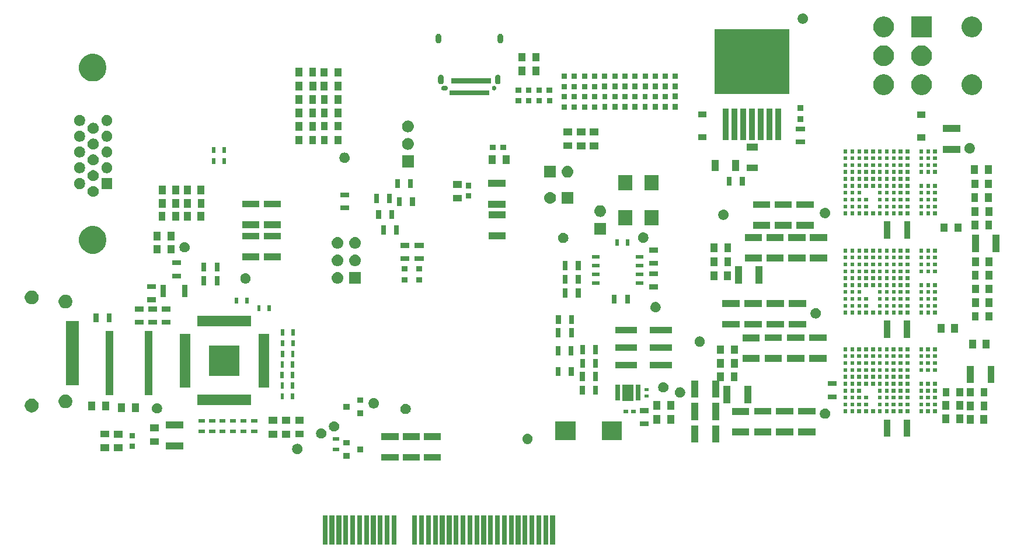
<source format=gbr>
G04 #@! TF.GenerationSoftware,KiCad,Pcbnew,(5.0.2)-1*
G04 #@! TF.CreationDate,2019-04-03T00:40:33-04:00*
G04 #@! TF.ProjectId,RASAC,52415341-432e-46b6-9963-61645f706362,rev?*
G04 #@! TF.SameCoordinates,Original*
G04 #@! TF.FileFunction,Soldermask,Top*
G04 #@! TF.FilePolarity,Negative*
%FSLAX46Y46*%
G04 Gerber Fmt 4.6, Leading zero omitted, Abs format (unit mm)*
G04 Created by KiCad (PCBNEW (5.0.2)-1) date 4/3/2019 12:40:33 AM*
%MOMM*%
%LPD*%
G01*
G04 APERTURE LIST*
%ADD10C,0.100000*%
G04 APERTURE END LIST*
D10*
G36*
X151500000Y-150600000D02*
X150800000Y-150600000D01*
X150800000Y-146400000D01*
X151500000Y-146400000D01*
X151500000Y-150600000D01*
X151500000Y-150600000D01*
G37*
G36*
X152500000Y-150600000D02*
X151800000Y-150600000D01*
X151800000Y-146400000D01*
X152500000Y-146400000D01*
X152500000Y-150600000D01*
X152500000Y-150600000D01*
G37*
G36*
X156500000Y-150600000D02*
X155800000Y-150600000D01*
X155800000Y-146400000D01*
X156500000Y-146400000D01*
X156500000Y-150600000D01*
X156500000Y-150600000D01*
G37*
G36*
X157500000Y-150600000D02*
X156800000Y-150600000D01*
X156800000Y-146400000D01*
X157500000Y-146400000D01*
X157500000Y-150600000D01*
X157500000Y-150600000D01*
G37*
G36*
X158500000Y-150600000D02*
X157800000Y-150600000D01*
X157800000Y-146400000D01*
X158500000Y-146400000D01*
X158500000Y-150600000D01*
X158500000Y-150600000D01*
G37*
G36*
X159500000Y-150600000D02*
X158800000Y-150600000D01*
X158800000Y-146400000D01*
X159500000Y-146400000D01*
X159500000Y-150600000D01*
X159500000Y-150600000D01*
G37*
G36*
X155500000Y-150600000D02*
X154800000Y-150600000D01*
X154800000Y-146400000D01*
X155500000Y-146400000D01*
X155500000Y-150600000D01*
X155500000Y-150600000D01*
G37*
G36*
X154500000Y-150600000D02*
X153800000Y-150600000D01*
X153800000Y-146400000D01*
X154500000Y-146400000D01*
X154500000Y-150600000D01*
X154500000Y-150600000D01*
G37*
G36*
X153500000Y-150600000D02*
X152800000Y-150600000D01*
X152800000Y-146400000D01*
X153500000Y-146400000D01*
X153500000Y-150600000D01*
X153500000Y-150600000D01*
G37*
G36*
X143500000Y-150600000D02*
X142800000Y-150600000D01*
X142800000Y-146400000D01*
X143500000Y-146400000D01*
X143500000Y-150600000D01*
X143500000Y-150600000D01*
G37*
G36*
X150500000Y-150600000D02*
X149800000Y-150600000D01*
X149800000Y-146400000D01*
X150500000Y-146400000D01*
X150500000Y-150600000D01*
X150500000Y-150600000D01*
G37*
G36*
X149500000Y-150600000D02*
X148800000Y-150600000D01*
X148800000Y-146400000D01*
X149500000Y-146400000D01*
X149500000Y-150600000D01*
X149500000Y-150600000D01*
G37*
G36*
X148500000Y-150600000D02*
X147800000Y-150600000D01*
X147800000Y-146400000D01*
X148500000Y-146400000D01*
X148500000Y-150600000D01*
X148500000Y-150600000D01*
G37*
G36*
X147500000Y-150600000D02*
X146800000Y-150600000D01*
X146800000Y-146400000D01*
X147500000Y-146400000D01*
X147500000Y-150600000D01*
X147500000Y-150600000D01*
G37*
G36*
X146500000Y-150600000D02*
X145800000Y-150600000D01*
X145800000Y-146400000D01*
X146500000Y-146400000D01*
X146500000Y-150600000D01*
X146500000Y-150600000D01*
G37*
G36*
X145500000Y-150600000D02*
X144800000Y-150600000D01*
X144800000Y-146400000D01*
X145500000Y-146400000D01*
X145500000Y-150600000D01*
X145500000Y-150600000D01*
G37*
G36*
X133500000Y-150600000D02*
X132800000Y-150600000D01*
X132800000Y-146400000D01*
X133500000Y-146400000D01*
X133500000Y-150600000D01*
X133500000Y-150600000D01*
G37*
G36*
X127500000Y-150600000D02*
X126800000Y-150600000D01*
X126800000Y-146400000D01*
X127500000Y-146400000D01*
X127500000Y-150600000D01*
X127500000Y-150600000D01*
G37*
G36*
X160500000Y-150600000D02*
X159800000Y-150600000D01*
X159800000Y-146400000D01*
X160500000Y-146400000D01*
X160500000Y-150600000D01*
X160500000Y-150600000D01*
G37*
G36*
X142500000Y-150600000D02*
X141800000Y-150600000D01*
X141800000Y-146400000D01*
X142500000Y-146400000D01*
X142500000Y-150600000D01*
X142500000Y-150600000D01*
G37*
G36*
X141500000Y-150600000D02*
X140800000Y-150600000D01*
X140800000Y-146400000D01*
X141500000Y-146400000D01*
X141500000Y-150600000D01*
X141500000Y-150600000D01*
G37*
G36*
X140500000Y-150600000D02*
X139800000Y-150600000D01*
X139800000Y-146400000D01*
X140500000Y-146400000D01*
X140500000Y-150600000D01*
X140500000Y-150600000D01*
G37*
G36*
X137500000Y-150600000D02*
X136800000Y-150600000D01*
X136800000Y-146400000D01*
X137500000Y-146400000D01*
X137500000Y-150600000D01*
X137500000Y-150600000D01*
G37*
G36*
X136500000Y-150600000D02*
X135800000Y-150600000D01*
X135800000Y-146400000D01*
X136500000Y-146400000D01*
X136500000Y-150600000D01*
X136500000Y-150600000D01*
G37*
G36*
X135500000Y-150600000D02*
X134800000Y-150600000D01*
X134800000Y-146400000D01*
X135500000Y-146400000D01*
X135500000Y-150600000D01*
X135500000Y-150600000D01*
G37*
G36*
X144500000Y-150600000D02*
X143800000Y-150600000D01*
X143800000Y-146400000D01*
X144500000Y-146400000D01*
X144500000Y-150600000D01*
X144500000Y-150600000D01*
G37*
G36*
X134500000Y-150600000D02*
X133800000Y-150600000D01*
X133800000Y-146400000D01*
X134500000Y-146400000D01*
X134500000Y-150600000D01*
X134500000Y-150600000D01*
G37*
G36*
X128500000Y-150600000D02*
X127800000Y-150600000D01*
X127800000Y-146400000D01*
X128500000Y-146400000D01*
X128500000Y-150600000D01*
X128500000Y-150600000D01*
G37*
G36*
X129500000Y-150600000D02*
X128800000Y-150600000D01*
X128800000Y-146400000D01*
X129500000Y-146400000D01*
X129500000Y-150600000D01*
X129500000Y-150600000D01*
G37*
G36*
X131500000Y-150600000D02*
X130800000Y-150600000D01*
X130800000Y-146400000D01*
X131500000Y-146400000D01*
X131500000Y-150600000D01*
X131500000Y-150600000D01*
G37*
G36*
X130500000Y-150600000D02*
X129800000Y-150600000D01*
X129800000Y-146400000D01*
X130500000Y-146400000D01*
X130500000Y-150600000D01*
X130500000Y-150600000D01*
G37*
G36*
X132500000Y-150600000D02*
X131800000Y-150600000D01*
X131800000Y-146400000D01*
X132500000Y-146400000D01*
X132500000Y-150600000D01*
X132500000Y-150600000D01*
G37*
G36*
X143969299Y-138478441D02*
X141469299Y-138478441D01*
X141469299Y-137478441D01*
X143969299Y-137478441D01*
X143969299Y-138478441D01*
X143969299Y-138478441D01*
G37*
G36*
X137809299Y-138478441D02*
X135309299Y-138478441D01*
X135309299Y-137478441D01*
X137809299Y-137478441D01*
X137809299Y-138478441D01*
X137809299Y-138478441D01*
G37*
G36*
X140889299Y-138478441D02*
X138389299Y-138478441D01*
X138389299Y-137478441D01*
X140889299Y-137478441D01*
X140889299Y-138478441D01*
X140889299Y-138478441D01*
G37*
G36*
X130704500Y-138177260D02*
X129804500Y-138177260D01*
X129804500Y-137377260D01*
X130704500Y-137377260D01*
X130704500Y-138177260D01*
X130704500Y-138177260D01*
G37*
G36*
X123270278Y-136020551D02*
X123342727Y-136034962D01*
X123399263Y-136058380D01*
X123479217Y-136091498D01*
X123602060Y-136173579D01*
X123706521Y-136278040D01*
X123788602Y-136400883D01*
X123845138Y-136537374D01*
X123873960Y-136682270D01*
X123873960Y-136830010D01*
X123845138Y-136974906D01*
X123788602Y-137111397D01*
X123706521Y-137234240D01*
X123602060Y-137338701D01*
X123479217Y-137420782D01*
X123399263Y-137453900D01*
X123342727Y-137477318D01*
X123270278Y-137491729D01*
X123197830Y-137506140D01*
X123050090Y-137506140D01*
X122977642Y-137491729D01*
X122905193Y-137477318D01*
X122848657Y-137453900D01*
X122768703Y-137420782D01*
X122645860Y-137338701D01*
X122541399Y-137234240D01*
X122459318Y-137111397D01*
X122402782Y-136974906D01*
X122373960Y-136830010D01*
X122373960Y-136682270D01*
X122402782Y-136537374D01*
X122459318Y-136400883D01*
X122541399Y-136278040D01*
X122645860Y-136173579D01*
X122768703Y-136091498D01*
X122848657Y-136058380D01*
X122905193Y-136034962D01*
X122977642Y-136020551D01*
X123050090Y-136006140D01*
X123197830Y-136006140D01*
X123270278Y-136020551D01*
X123270278Y-136020551D01*
G37*
G36*
X132704500Y-137227260D02*
X131804500Y-137227260D01*
X131804500Y-136427260D01*
X132704500Y-136427260D01*
X132704500Y-137227260D01*
X132704500Y-137227260D01*
G37*
G36*
X97759680Y-137105520D02*
X96509680Y-137105520D01*
X96509680Y-136105520D01*
X97759680Y-136105520D01*
X97759680Y-137105520D01*
X97759680Y-137105520D01*
G37*
G36*
X95803880Y-137092820D02*
X94553880Y-137092820D01*
X94553880Y-136092820D01*
X95803880Y-136092820D01*
X95803880Y-137092820D01*
X95803880Y-137092820D01*
G37*
G36*
X129164500Y-137072880D02*
X128264500Y-137072880D01*
X128264500Y-136572880D01*
X129164500Y-136572880D01*
X129164500Y-137072880D01*
X129164500Y-137072880D01*
G37*
G36*
X106567520Y-136791120D02*
X104067520Y-136791120D01*
X104067520Y-135791120D01*
X106567520Y-135791120D01*
X106567520Y-136791120D01*
X106567520Y-136791120D01*
G37*
G36*
X99579780Y-136747900D02*
X98829780Y-136747900D01*
X98829780Y-135947900D01*
X99579780Y-135947900D01*
X99579780Y-136747900D01*
X99579780Y-136747900D01*
G37*
G36*
X130704500Y-136277260D02*
X129804500Y-136277260D01*
X129804500Y-135477260D01*
X130704500Y-135477260D01*
X130704500Y-136277260D01*
X130704500Y-136277260D01*
G37*
G36*
X103035260Y-136188580D02*
X101785260Y-136188580D01*
X101785260Y-135188580D01*
X103035260Y-135188580D01*
X103035260Y-136188580D01*
X103035260Y-136188580D01*
G37*
G36*
X156656038Y-134557511D02*
X156728487Y-134571922D01*
X156785023Y-134595340D01*
X156864977Y-134628458D01*
X156987820Y-134710539D01*
X157092281Y-134815000D01*
X157174362Y-134937843D01*
X157189188Y-134973637D01*
X157230898Y-135074333D01*
X157231648Y-135078103D01*
X157259720Y-135219230D01*
X157259720Y-135366970D01*
X157230898Y-135511866D01*
X157174362Y-135648357D01*
X157092281Y-135771200D01*
X156987820Y-135875661D01*
X156864977Y-135957742D01*
X156785023Y-135990860D01*
X156728487Y-136014278D01*
X156656038Y-136028689D01*
X156583590Y-136043100D01*
X156435850Y-136043100D01*
X156363402Y-136028689D01*
X156290953Y-136014278D01*
X156234417Y-135990860D01*
X156154463Y-135957742D01*
X156031620Y-135875661D01*
X155927159Y-135771200D01*
X155845078Y-135648357D01*
X155788542Y-135511866D01*
X155759720Y-135366970D01*
X155759720Y-135219230D01*
X155787792Y-135078103D01*
X155788542Y-135074333D01*
X155830252Y-134973637D01*
X155845078Y-134937843D01*
X155927159Y-134815000D01*
X156031620Y-134710539D01*
X156154463Y-134628458D01*
X156234417Y-134595340D01*
X156290953Y-134571922D01*
X156363402Y-134557511D01*
X156435850Y-134543100D01*
X156583590Y-134543100D01*
X156656038Y-134557511D01*
X156656038Y-134557511D01*
G37*
G36*
X181283100Y-135844600D02*
X180283100Y-135844600D01*
X180283100Y-133344600D01*
X181283100Y-133344600D01*
X181283100Y-135844600D01*
X181283100Y-135844600D01*
G37*
G36*
X184283100Y-135844600D02*
X183283100Y-135844600D01*
X183283100Y-133344600D01*
X184283100Y-133344600D01*
X184283100Y-135844600D01*
X184283100Y-135844600D01*
G37*
G36*
X129164500Y-135572880D02*
X128264500Y-135572880D01*
X128264500Y-135072880D01*
X129164500Y-135072880D01*
X129164500Y-135572880D01*
X129164500Y-135572880D01*
G37*
G36*
X137809299Y-135478441D02*
X135309299Y-135478441D01*
X135309299Y-134478441D01*
X137809299Y-134478441D01*
X137809299Y-135478441D01*
X137809299Y-135478441D01*
G37*
G36*
X140889299Y-135478441D02*
X138389299Y-135478441D01*
X138389299Y-134478441D01*
X140889299Y-134478441D01*
X140889299Y-135478441D01*
X140889299Y-135478441D01*
G37*
G36*
X143969299Y-135478441D02*
X141469299Y-135478441D01*
X141469299Y-134478441D01*
X143969299Y-134478441D01*
X143969299Y-135478441D01*
X143969299Y-135478441D01*
G37*
G36*
X163460960Y-135472160D02*
X160510960Y-135472160D01*
X160510960Y-132772160D01*
X163460960Y-132772160D01*
X163460960Y-135472160D01*
X163460960Y-135472160D01*
G37*
G36*
X170210960Y-135472160D02*
X167260960Y-135472160D01*
X167260960Y-132772160D01*
X170210960Y-132772160D01*
X170210960Y-135472160D01*
X170210960Y-135472160D01*
G37*
G36*
X99579780Y-135247900D02*
X98829780Y-135247900D01*
X98829780Y-134447900D01*
X99579780Y-134447900D01*
X99579780Y-135247900D01*
X99579780Y-135247900D01*
G37*
G36*
X126729758Y-133759951D02*
X126802207Y-133774362D01*
X126842664Y-133791120D01*
X126938697Y-133830898D01*
X127061540Y-133912979D01*
X127166001Y-134017440D01*
X127248082Y-134140283D01*
X127253905Y-134154342D01*
X127304618Y-134276773D01*
X127333440Y-134421671D01*
X127333440Y-134569409D01*
X127305368Y-134710539D01*
X127304618Y-134714306D01*
X127248082Y-134850797D01*
X127166001Y-134973640D01*
X127061540Y-135078101D01*
X126938697Y-135160182D01*
X126858743Y-135193300D01*
X126802207Y-135216718D01*
X126729758Y-135231129D01*
X126657310Y-135245540D01*
X126509570Y-135245540D01*
X126437122Y-135231129D01*
X126364673Y-135216718D01*
X126308137Y-135193300D01*
X126228183Y-135160182D01*
X126105340Y-135078101D01*
X126000879Y-134973640D01*
X125918798Y-134850797D01*
X125862262Y-134714306D01*
X125861513Y-134710539D01*
X125833440Y-134569409D01*
X125833440Y-134421671D01*
X125862262Y-134276773D01*
X125912975Y-134154342D01*
X125918798Y-134140283D01*
X126000879Y-134017440D01*
X126105340Y-133912979D01*
X126228183Y-133830898D01*
X126324216Y-133791120D01*
X126364673Y-133774362D01*
X126437122Y-133759951D01*
X126509570Y-133745540D01*
X126657310Y-133745540D01*
X126729758Y-133759951D01*
X126729758Y-133759951D01*
G37*
G36*
X97759680Y-135105520D02*
X96509680Y-135105520D01*
X96509680Y-134105520D01*
X97759680Y-134105520D01*
X97759680Y-135105520D01*
X97759680Y-135105520D01*
G37*
G36*
X120202259Y-135095921D02*
X118952259Y-135095921D01*
X118952259Y-134095921D01*
X120202259Y-134095921D01*
X120202259Y-135095921D01*
X120202259Y-135095921D01*
G37*
G36*
X122118779Y-135095921D02*
X120868779Y-135095921D01*
X120868779Y-134095921D01*
X122118779Y-134095921D01*
X122118779Y-135095921D01*
X122118779Y-135095921D01*
G37*
G36*
X124063920Y-135093840D02*
X122813920Y-135093840D01*
X122813920Y-134093840D01*
X124063920Y-134093840D01*
X124063920Y-135093840D01*
X124063920Y-135093840D01*
G37*
G36*
X95803880Y-135092820D02*
X94553880Y-135092820D01*
X94553880Y-134092820D01*
X95803880Y-134092820D01*
X95803880Y-135092820D01*
X95803880Y-135092820D01*
G37*
G36*
X209108800Y-134981000D02*
X208208800Y-134981000D01*
X208208800Y-132481000D01*
X209108800Y-132481000D01*
X209108800Y-134981000D01*
X209108800Y-134981000D01*
G37*
G36*
X212008800Y-134981000D02*
X211108800Y-134981000D01*
X211108800Y-132481000D01*
X212008800Y-132481000D01*
X212008800Y-134981000D01*
X212008800Y-134981000D01*
G37*
G36*
X188651200Y-134803900D02*
X186151200Y-134803900D01*
X186151200Y-133803900D01*
X188651200Y-133803900D01*
X188651200Y-134803900D01*
X188651200Y-134803900D01*
G37*
G36*
X191864300Y-134791200D02*
X189364300Y-134791200D01*
X189364300Y-133791200D01*
X191864300Y-133791200D01*
X191864300Y-134791200D01*
X191864300Y-134791200D01*
G37*
G36*
X198252400Y-134791200D02*
X195752400Y-134791200D01*
X195752400Y-133791200D01*
X198252400Y-133791200D01*
X198252400Y-134791200D01*
X198252400Y-134791200D01*
G37*
G36*
X195064700Y-134791200D02*
X192564700Y-134791200D01*
X192564700Y-133791200D01*
X195064700Y-133791200D01*
X195064700Y-134791200D01*
X195064700Y-134791200D01*
G37*
G36*
X114254700Y-134454140D02*
X113354700Y-134454140D01*
X113354700Y-133954140D01*
X114254700Y-133954140D01*
X114254700Y-134454140D01*
X114254700Y-134454140D01*
G37*
G36*
X111211780Y-134454140D02*
X110311780Y-134454140D01*
X110311780Y-133954140D01*
X111211780Y-133954140D01*
X111211780Y-134454140D01*
X111211780Y-134454140D01*
G37*
G36*
X112723080Y-134449060D02*
X111823080Y-134449060D01*
X111823080Y-133949060D01*
X112723080Y-133949060D01*
X112723080Y-134449060D01*
X112723080Y-134449060D01*
G37*
G36*
X109685240Y-134438900D02*
X108785240Y-134438900D01*
X108785240Y-133938900D01*
X109685240Y-133938900D01*
X109685240Y-134438900D01*
X109685240Y-134438900D01*
G37*
G36*
X115776160Y-134433820D02*
X114876160Y-134433820D01*
X114876160Y-133933820D01*
X115776160Y-133933820D01*
X115776160Y-134433820D01*
X115776160Y-134433820D01*
G37*
G36*
X117307780Y-134433820D02*
X116407780Y-134433820D01*
X116407780Y-133933820D01*
X117307780Y-133933820D01*
X117307780Y-134433820D01*
X117307780Y-134433820D01*
G37*
G36*
X128568852Y-132748580D02*
X128669107Y-132768522D01*
X128723663Y-132791120D01*
X128805597Y-132825058D01*
X128928440Y-132907139D01*
X129032901Y-133011600D01*
X129114982Y-133134443D01*
X129171518Y-133270934D01*
X129200340Y-133415830D01*
X129200340Y-133563570D01*
X129171518Y-133708466D01*
X129114982Y-133844957D01*
X129032901Y-133967800D01*
X128928440Y-134072261D01*
X128805597Y-134154342D01*
X128725643Y-134187460D01*
X128669107Y-134210878D01*
X128596658Y-134225289D01*
X128524210Y-134239700D01*
X128376470Y-134239700D01*
X128304022Y-134225289D01*
X128231573Y-134210878D01*
X128175037Y-134187460D01*
X128095083Y-134154342D01*
X127972240Y-134072261D01*
X127867779Y-133967800D01*
X127785698Y-133844957D01*
X127729162Y-133708466D01*
X127700340Y-133563570D01*
X127700340Y-133415830D01*
X127729162Y-133270934D01*
X127785698Y-133134443D01*
X127867779Y-133011600D01*
X127972240Y-132907139D01*
X128095083Y-132825058D01*
X128177017Y-132791120D01*
X128231573Y-132768522D01*
X128331828Y-132748580D01*
X128376470Y-132739700D01*
X128524210Y-132739700D01*
X128568852Y-132748580D01*
X128568852Y-132748580D01*
G37*
G36*
X103035260Y-134188580D02*
X101785260Y-134188580D01*
X101785260Y-133188580D01*
X103035260Y-133188580D01*
X103035260Y-134188580D01*
X103035260Y-134188580D01*
G37*
G36*
X106567520Y-133791120D02*
X104067520Y-133791120D01*
X104067520Y-132791120D01*
X106567520Y-132791120D01*
X106567520Y-133791120D01*
X106567520Y-133791120D01*
G37*
G36*
X174088820Y-133448580D02*
X172788820Y-133448580D01*
X172788820Y-132748580D01*
X174088820Y-132748580D01*
X174088820Y-133448580D01*
X174088820Y-133448580D01*
G37*
G36*
X221203900Y-133111400D02*
X220203900Y-133111400D01*
X220203900Y-131861400D01*
X221203900Y-131861400D01*
X221203900Y-133111400D01*
X221203900Y-133111400D01*
G37*
G36*
X223203900Y-133111400D02*
X222203900Y-133111400D01*
X222203900Y-131861400D01*
X223203900Y-131861400D01*
X223203900Y-133111400D01*
X223203900Y-133111400D01*
G37*
G36*
X120202259Y-133095921D02*
X118952259Y-133095921D01*
X118952259Y-132095921D01*
X120202259Y-132095921D01*
X120202259Y-133095921D01*
X120202259Y-133095921D01*
G37*
G36*
X122118779Y-133095921D02*
X120868779Y-133095921D01*
X120868779Y-132095921D01*
X122118779Y-132095921D01*
X122118779Y-133095921D01*
X122118779Y-133095921D01*
G37*
G36*
X124063920Y-133093840D02*
X122813920Y-133093840D01*
X122813920Y-132093840D01*
X124063920Y-132093840D01*
X124063920Y-133093840D01*
X124063920Y-133093840D01*
G37*
G36*
X175781080Y-133083460D02*
X174781080Y-133083460D01*
X174781080Y-131833460D01*
X175781080Y-131833460D01*
X175781080Y-133083460D01*
X175781080Y-133083460D01*
G37*
G36*
X177781080Y-133083460D02*
X176781080Y-133083460D01*
X176781080Y-131833460D01*
X177781080Y-131833460D01*
X177781080Y-133083460D01*
X177781080Y-133083460D01*
G37*
G36*
X219698700Y-133022500D02*
X218698700Y-133022500D01*
X218698700Y-131772500D01*
X219698700Y-131772500D01*
X219698700Y-133022500D01*
X219698700Y-133022500D01*
G37*
G36*
X217698700Y-133022500D02*
X216698700Y-133022500D01*
X216698700Y-131772500D01*
X217698700Y-131772500D01*
X217698700Y-133022500D01*
X217698700Y-133022500D01*
G37*
G36*
X111211780Y-132954140D02*
X110311780Y-132954140D01*
X110311780Y-132454140D01*
X111211780Y-132454140D01*
X111211780Y-132954140D01*
X111211780Y-132954140D01*
G37*
G36*
X114254700Y-132954140D02*
X113354700Y-132954140D01*
X113354700Y-132454140D01*
X114254700Y-132454140D01*
X114254700Y-132954140D01*
X114254700Y-132954140D01*
G37*
G36*
X112723080Y-132949060D02*
X111823080Y-132949060D01*
X111823080Y-132449060D01*
X112723080Y-132449060D01*
X112723080Y-132949060D01*
X112723080Y-132949060D01*
G37*
G36*
X109685240Y-132938900D02*
X108785240Y-132938900D01*
X108785240Y-132438900D01*
X109685240Y-132438900D01*
X109685240Y-132938900D01*
X109685240Y-132938900D01*
G37*
G36*
X115776160Y-132933820D02*
X114876160Y-132933820D01*
X114876160Y-132433820D01*
X115776160Y-132433820D01*
X115776160Y-132933820D01*
X115776160Y-132933820D01*
G37*
G36*
X117307780Y-132933820D02*
X116407780Y-132933820D01*
X116407780Y-132433820D01*
X117307780Y-132433820D01*
X117307780Y-132933820D01*
X117307780Y-132933820D01*
G37*
G36*
X181283100Y-132580700D02*
X180283100Y-132580700D01*
X180283100Y-130080700D01*
X181283100Y-130080700D01*
X181283100Y-132580700D01*
X181283100Y-132580700D01*
G37*
G36*
X184283100Y-132580700D02*
X183283100Y-132580700D01*
X183283100Y-130080700D01*
X184283100Y-130080700D01*
X184283100Y-132580700D01*
X184283100Y-132580700D01*
G37*
G36*
X199815718Y-130899911D02*
X199888167Y-130914322D01*
X199944703Y-130937740D01*
X200024657Y-130970858D01*
X200147500Y-131052939D01*
X200251961Y-131157400D01*
X200334042Y-131280243D01*
X200361493Y-131346517D01*
X200390578Y-131416733D01*
X200391685Y-131422300D01*
X200419400Y-131561630D01*
X200419400Y-131709370D01*
X200390578Y-131854266D01*
X200334042Y-131990757D01*
X200251961Y-132113600D01*
X200147500Y-132218061D01*
X200024657Y-132300142D01*
X199944703Y-132333260D01*
X199888167Y-132356678D01*
X199815718Y-132371089D01*
X199743270Y-132385500D01*
X199595530Y-132385500D01*
X199523082Y-132371089D01*
X199450633Y-132356678D01*
X199394097Y-132333260D01*
X199314143Y-132300142D01*
X199191300Y-132218061D01*
X199086839Y-132113600D01*
X199004758Y-131990757D01*
X198948222Y-131854266D01*
X198919400Y-131709370D01*
X198919400Y-131561630D01*
X198947115Y-131422300D01*
X198948222Y-131416733D01*
X198977307Y-131346517D01*
X199004758Y-131280243D01*
X199086839Y-131157400D01*
X199191300Y-131052939D01*
X199314143Y-130970858D01*
X199394097Y-130937740D01*
X199450633Y-130914322D01*
X199523082Y-130899911D01*
X199595530Y-130885500D01*
X199743270Y-130885500D01*
X199815718Y-130899911D01*
X199815718Y-130899911D01*
G37*
G36*
X132691800Y-131994900D02*
X131791800Y-131994900D01*
X131791800Y-131194900D01*
X132691800Y-131194900D01*
X132691800Y-131994900D01*
X132691800Y-131994900D01*
G37*
G36*
X188651200Y-131803900D02*
X186151200Y-131803900D01*
X186151200Y-130803900D01*
X188651200Y-130803900D01*
X188651200Y-131803900D01*
X188651200Y-131803900D01*
G37*
G36*
X191864300Y-131791200D02*
X189364300Y-131791200D01*
X189364300Y-130791200D01*
X191864300Y-130791200D01*
X191864300Y-131791200D01*
X191864300Y-131791200D01*
G37*
G36*
X198252400Y-131791200D02*
X195752400Y-131791200D01*
X195752400Y-130791200D01*
X198252400Y-130791200D01*
X198252400Y-131791200D01*
X198252400Y-131791200D01*
G37*
G36*
X195064700Y-131791200D02*
X192564700Y-131791200D01*
X192564700Y-130791200D01*
X195064700Y-130791200D01*
X195064700Y-131791200D01*
X195064700Y-131791200D01*
G37*
G36*
X138953839Y-130203778D02*
X139039927Y-130220902D01*
X139096463Y-130244320D01*
X139176417Y-130277438D01*
X139299260Y-130359519D01*
X139403721Y-130463980D01*
X139485802Y-130586823D01*
X139542338Y-130723314D01*
X139571160Y-130868210D01*
X139571160Y-131015950D01*
X139558539Y-131079400D01*
X139542338Y-131160847D01*
X139518920Y-131217383D01*
X139485802Y-131297337D01*
X139403721Y-131420180D01*
X139299260Y-131524641D01*
X139176417Y-131606722D01*
X139096463Y-131639840D01*
X139039927Y-131663258D01*
X138967478Y-131677669D01*
X138895030Y-131692080D01*
X138747290Y-131692080D01*
X138674842Y-131677669D01*
X138602393Y-131663258D01*
X138545857Y-131639840D01*
X138465903Y-131606722D01*
X138343060Y-131524641D01*
X138238599Y-131420180D01*
X138156518Y-131297337D01*
X138123400Y-131217383D01*
X138099982Y-131160847D01*
X138083781Y-131079400D01*
X138071160Y-131015950D01*
X138071160Y-130868210D01*
X138099982Y-130723314D01*
X138156518Y-130586823D01*
X138238599Y-130463980D01*
X138343060Y-130359519D01*
X138465903Y-130277438D01*
X138545857Y-130244320D01*
X138602393Y-130220902D01*
X138688481Y-130203778D01*
X138747290Y-130192080D01*
X138895030Y-130192080D01*
X138953839Y-130203778D01*
X138953839Y-130203778D01*
G37*
G36*
X102922338Y-130132831D02*
X102994787Y-130147242D01*
X103007647Y-130152569D01*
X103131277Y-130203778D01*
X103254120Y-130285859D01*
X103358581Y-130390320D01*
X103440662Y-130513163D01*
X103467270Y-130577400D01*
X103492217Y-130637627D01*
X103497198Y-130649654D01*
X103525354Y-130791200D01*
X103526020Y-130794551D01*
X103526020Y-130942289D01*
X103497198Y-131087187D01*
X103479381Y-131130200D01*
X103440662Y-131223677D01*
X103358581Y-131346520D01*
X103254120Y-131450981D01*
X103131277Y-131533062D01*
X103062307Y-131561630D01*
X102994787Y-131589598D01*
X102922338Y-131604009D01*
X102849890Y-131618420D01*
X102702150Y-131618420D01*
X102629702Y-131604009D01*
X102557253Y-131589598D01*
X102489733Y-131561630D01*
X102420763Y-131533062D01*
X102297920Y-131450981D01*
X102193459Y-131346520D01*
X102111378Y-131223677D01*
X102072659Y-131130200D01*
X102054842Y-131087187D01*
X102026020Y-130942289D01*
X102026020Y-130794551D01*
X102026687Y-130791200D01*
X102054842Y-130649654D01*
X102059824Y-130637627D01*
X102084770Y-130577400D01*
X102111378Y-130513163D01*
X102193459Y-130390320D01*
X102297920Y-130285859D01*
X102420763Y-130203778D01*
X102544393Y-130152569D01*
X102557253Y-130147242D01*
X102629702Y-130132831D01*
X102702150Y-130118420D01*
X102849890Y-130118420D01*
X102922338Y-130132831D01*
X102922338Y-130132831D01*
G37*
G36*
X171070460Y-131583240D02*
X170470460Y-131583240D01*
X170470460Y-131083240D01*
X171070460Y-131083240D01*
X171070460Y-131583240D01*
X171070460Y-131583240D01*
G37*
G36*
X172170460Y-131583240D02*
X171570460Y-131583240D01*
X171570460Y-131083240D01*
X172170460Y-131083240D01*
X172170460Y-131583240D01*
X172170460Y-131583240D01*
G37*
G36*
X213880500Y-131577400D02*
X213330500Y-131577400D01*
X213330500Y-131027400D01*
X213880500Y-131027400D01*
X213880500Y-131577400D01*
X213880500Y-131577400D01*
G37*
G36*
X214880500Y-131577400D02*
X214330500Y-131577400D01*
X214330500Y-131027400D01*
X214880500Y-131027400D01*
X214880500Y-131577400D01*
X214880500Y-131577400D01*
G37*
G36*
X205880500Y-131577400D02*
X205330500Y-131577400D01*
X205330500Y-131027400D01*
X205880500Y-131027400D01*
X205880500Y-131577400D01*
X205880500Y-131577400D01*
G37*
G36*
X215880500Y-131577400D02*
X215330500Y-131577400D01*
X215330500Y-131027400D01*
X215880500Y-131027400D01*
X215880500Y-131577400D01*
X215880500Y-131577400D01*
G37*
G36*
X211880500Y-131577400D02*
X211330500Y-131577400D01*
X211330500Y-131027400D01*
X211880500Y-131027400D01*
X211880500Y-131577400D01*
X211880500Y-131577400D01*
G37*
G36*
X210880500Y-131577400D02*
X210330500Y-131577400D01*
X210330500Y-131027400D01*
X210880500Y-131027400D01*
X210880500Y-131577400D01*
X210880500Y-131577400D01*
G37*
G36*
X202880500Y-131577400D02*
X202330500Y-131577400D01*
X202330500Y-131027400D01*
X202880500Y-131027400D01*
X202880500Y-131577400D01*
X202880500Y-131577400D01*
G37*
G36*
X203880500Y-131577400D02*
X203330500Y-131577400D01*
X203330500Y-131027400D01*
X203880500Y-131027400D01*
X203880500Y-131577400D01*
X203880500Y-131577400D01*
G37*
G36*
X204880500Y-131577400D02*
X204330500Y-131577400D01*
X204330500Y-131027400D01*
X204880500Y-131027400D01*
X204880500Y-131577400D01*
X204880500Y-131577400D01*
G37*
G36*
X208880500Y-131577400D02*
X208330500Y-131577400D01*
X208330500Y-131027400D01*
X208880500Y-131027400D01*
X208880500Y-131577400D01*
X208880500Y-131577400D01*
G37*
G36*
X206880500Y-131577400D02*
X206330500Y-131577400D01*
X206330500Y-131027400D01*
X206880500Y-131027400D01*
X206880500Y-131577400D01*
X206880500Y-131577400D01*
G37*
G36*
X207880500Y-131577400D02*
X207330500Y-131577400D01*
X207330500Y-131027400D01*
X207880500Y-131027400D01*
X207880500Y-131577400D01*
X207880500Y-131577400D01*
G37*
G36*
X209880500Y-131577400D02*
X209330500Y-131577400D01*
X209330500Y-131027400D01*
X209880500Y-131027400D01*
X209880500Y-131577400D01*
X209880500Y-131577400D01*
G37*
G36*
X174088820Y-131548580D02*
X172788820Y-131548580D01*
X172788820Y-130848580D01*
X174088820Y-130848580D01*
X174088820Y-131548580D01*
X174088820Y-131548580D01*
G37*
G36*
X84750393Y-129472258D02*
X84886389Y-129499309D01*
X85068378Y-129574691D01*
X85232163Y-129684129D01*
X85371451Y-129823417D01*
X85480889Y-129987202D01*
X85556271Y-130169191D01*
X85564541Y-130210769D01*
X85594700Y-130362387D01*
X85594700Y-130559373D01*
X85583635Y-130615000D01*
X85556271Y-130752569D01*
X85480889Y-130934558D01*
X85371451Y-131098343D01*
X85232163Y-131237631D01*
X85068378Y-131347069D01*
X84886389Y-131422451D01*
X84770470Y-131445508D01*
X84693193Y-131460880D01*
X84496207Y-131460880D01*
X84418930Y-131445508D01*
X84303011Y-131422451D01*
X84121022Y-131347069D01*
X83957237Y-131237631D01*
X83817949Y-131098343D01*
X83708511Y-130934558D01*
X83633129Y-130752569D01*
X83605765Y-130615000D01*
X83594700Y-130559373D01*
X83594700Y-130362387D01*
X83624859Y-130210769D01*
X83633129Y-130169191D01*
X83708511Y-129987202D01*
X83817949Y-129823417D01*
X83957237Y-129684129D01*
X84121022Y-129574691D01*
X84303011Y-129499309D01*
X84439007Y-129472258D01*
X84496207Y-129460880D01*
X84693193Y-129460880D01*
X84750393Y-129472258D01*
X84750393Y-129472258D01*
G37*
G36*
X100133280Y-131422300D02*
X99133280Y-131422300D01*
X99133280Y-130172300D01*
X100133280Y-130172300D01*
X100133280Y-131422300D01*
X100133280Y-131422300D01*
G37*
G36*
X98133280Y-131422300D02*
X97133280Y-131422300D01*
X97133280Y-130172300D01*
X98133280Y-130172300D01*
X98133280Y-131422300D01*
X98133280Y-131422300D01*
G37*
G36*
X93825440Y-131150520D02*
X92825440Y-131150520D01*
X92825440Y-129900520D01*
X93825440Y-129900520D01*
X93825440Y-131150520D01*
X93825440Y-131150520D01*
G37*
G36*
X95825440Y-131150520D02*
X94825440Y-131150520D01*
X94825440Y-129900520D01*
X95825440Y-129900520D01*
X95825440Y-131150520D01*
X95825440Y-131150520D01*
G37*
G36*
X223216600Y-131130200D02*
X222216600Y-131130200D01*
X222216600Y-129880200D01*
X223216600Y-129880200D01*
X223216600Y-131130200D01*
X223216600Y-131130200D01*
G37*
G36*
X221216600Y-131130200D02*
X220216600Y-131130200D01*
X220216600Y-129880200D01*
X221216600Y-129880200D01*
X221216600Y-131130200D01*
X221216600Y-131130200D01*
G37*
G36*
X219698700Y-131079400D02*
X218698700Y-131079400D01*
X218698700Y-129829400D01*
X219698700Y-129829400D01*
X219698700Y-131079400D01*
X219698700Y-131079400D01*
G37*
G36*
X217698700Y-131079400D02*
X216698700Y-131079400D01*
X216698700Y-129829400D01*
X217698700Y-129829400D01*
X217698700Y-131079400D01*
X217698700Y-131079400D01*
G37*
G36*
X177786160Y-131061620D02*
X176786160Y-131061620D01*
X176786160Y-129811620D01*
X177786160Y-129811620D01*
X177786160Y-131061620D01*
X177786160Y-131061620D01*
G37*
G36*
X175786160Y-131061620D02*
X174786160Y-131061620D01*
X174786160Y-129811620D01*
X175786160Y-129811620D01*
X175786160Y-131061620D01*
X175786160Y-131061620D01*
G37*
G36*
X130691800Y-131044900D02*
X129791800Y-131044900D01*
X129791800Y-130244900D01*
X130691800Y-130244900D01*
X130691800Y-131044900D01*
X130691800Y-131044900D01*
G37*
G36*
X134342138Y-129401311D02*
X134414587Y-129415722D01*
X134471123Y-129439140D01*
X134551077Y-129472258D01*
X134673920Y-129554339D01*
X134778381Y-129658800D01*
X134860462Y-129781643D01*
X134916998Y-129918134D01*
X134945820Y-130063030D01*
X134945820Y-130210770D01*
X134939031Y-130244900D01*
X134916998Y-130355667D01*
X134907275Y-130379140D01*
X134860462Y-130492157D01*
X134778381Y-130615000D01*
X134673920Y-130719461D01*
X134551077Y-130801542D01*
X134471123Y-130834660D01*
X134414587Y-130858078D01*
X134400500Y-130860880D01*
X134269690Y-130886900D01*
X134121950Y-130886900D01*
X133991140Y-130860880D01*
X133977053Y-130858078D01*
X133920517Y-130834660D01*
X133840563Y-130801542D01*
X133717720Y-130719461D01*
X133613259Y-130615000D01*
X133531178Y-130492157D01*
X133484365Y-130379140D01*
X133474642Y-130355667D01*
X133452609Y-130244900D01*
X133445820Y-130210770D01*
X133445820Y-130063030D01*
X133474642Y-129918134D01*
X133531178Y-129781643D01*
X133613259Y-129658800D01*
X133717720Y-129554339D01*
X133840563Y-129472258D01*
X133920517Y-129439140D01*
X133977053Y-129415722D01*
X134049502Y-129401311D01*
X134121950Y-129386900D01*
X134269690Y-129386900D01*
X134342138Y-129401311D01*
X134342138Y-129401311D01*
G37*
G36*
X89654425Y-128873060D02*
X89786389Y-128899309D01*
X89968378Y-128974691D01*
X90132163Y-129084129D01*
X90271451Y-129223417D01*
X90380889Y-129387202D01*
X90456271Y-129569191D01*
X90474095Y-129658800D01*
X90490840Y-129742980D01*
X90494700Y-129762389D01*
X90494700Y-129959371D01*
X90456271Y-130152569D01*
X90380889Y-130334558D01*
X90271451Y-130498343D01*
X90132163Y-130637631D01*
X89968378Y-130747069D01*
X89786389Y-130822451D01*
X89670470Y-130845508D01*
X89593193Y-130860880D01*
X89396207Y-130860880D01*
X89318930Y-130845508D01*
X89203011Y-130822451D01*
X89021022Y-130747069D01*
X88857237Y-130637631D01*
X88717949Y-130498343D01*
X88608511Y-130334558D01*
X88533129Y-130152569D01*
X88494700Y-129959371D01*
X88494700Y-129762389D01*
X88498561Y-129742980D01*
X88515305Y-129658800D01*
X88533129Y-129569191D01*
X88608511Y-129387202D01*
X88717949Y-129223417D01*
X88857237Y-129084129D01*
X89021022Y-128974691D01*
X89203011Y-128899309D01*
X89334975Y-128873060D01*
X89396207Y-128860880D01*
X89593193Y-128860880D01*
X89654425Y-128873060D01*
X89654425Y-128873060D01*
G37*
G36*
X210880500Y-130577400D02*
X210330500Y-130577400D01*
X210330500Y-130027400D01*
X210880500Y-130027400D01*
X210880500Y-130577400D01*
X210880500Y-130577400D01*
G37*
G36*
X215880500Y-130577400D02*
X215330500Y-130577400D01*
X215330500Y-130027400D01*
X215880500Y-130027400D01*
X215880500Y-130577400D01*
X215880500Y-130577400D01*
G37*
G36*
X214880500Y-130577400D02*
X214330500Y-130577400D01*
X214330500Y-130027400D01*
X214880500Y-130027400D01*
X214880500Y-130577400D01*
X214880500Y-130577400D01*
G37*
G36*
X202880500Y-130577400D02*
X202330500Y-130577400D01*
X202330500Y-130027400D01*
X202880500Y-130027400D01*
X202880500Y-130577400D01*
X202880500Y-130577400D01*
G37*
G36*
X208880500Y-130577400D02*
X208330500Y-130577400D01*
X208330500Y-130027400D01*
X208880500Y-130027400D01*
X208880500Y-130577400D01*
X208880500Y-130577400D01*
G37*
G36*
X211880500Y-130577400D02*
X211330500Y-130577400D01*
X211330500Y-130027400D01*
X211880500Y-130027400D01*
X211880500Y-130577400D01*
X211880500Y-130577400D01*
G37*
G36*
X213880500Y-130577400D02*
X213330500Y-130577400D01*
X213330500Y-130027400D01*
X213880500Y-130027400D01*
X213880500Y-130577400D01*
X213880500Y-130577400D01*
G37*
G36*
X203880500Y-130577400D02*
X203330500Y-130577400D01*
X203330500Y-130027400D01*
X203880500Y-130027400D01*
X203880500Y-130577400D01*
X203880500Y-130577400D01*
G37*
G36*
X204880500Y-130577400D02*
X204330500Y-130577400D01*
X204330500Y-130027400D01*
X204880500Y-130027400D01*
X204880500Y-130577400D01*
X204880500Y-130577400D01*
G37*
G36*
X207880500Y-130577400D02*
X207330500Y-130577400D01*
X207330500Y-130027400D01*
X207880500Y-130027400D01*
X207880500Y-130577400D01*
X207880500Y-130577400D01*
G37*
G36*
X209880500Y-130577400D02*
X209330500Y-130577400D01*
X209330500Y-130027400D01*
X209880500Y-130027400D01*
X209880500Y-130577400D01*
X209880500Y-130577400D01*
G37*
G36*
X205880500Y-130577400D02*
X205330500Y-130577400D01*
X205330500Y-130027400D01*
X205880500Y-130027400D01*
X205880500Y-130577400D01*
X205880500Y-130577400D01*
G37*
G36*
X116452480Y-130379140D02*
X108652480Y-130379140D01*
X108652480Y-128879140D01*
X116452480Y-128879140D01*
X116452480Y-130379140D01*
X116452480Y-130379140D01*
G37*
G36*
X185931300Y-130104200D02*
X184931300Y-130104200D01*
X184931300Y-127604200D01*
X185931300Y-127604200D01*
X185931300Y-130104200D01*
X185931300Y-130104200D01*
G37*
G36*
X188931300Y-130104200D02*
X187931300Y-130104200D01*
X187931300Y-127604200D01*
X188931300Y-127604200D01*
X188931300Y-130104200D01*
X188931300Y-130104200D01*
G37*
G36*
X132691800Y-130094900D02*
X131791800Y-130094900D01*
X131791800Y-129294900D01*
X132691800Y-129294900D01*
X132691800Y-130094900D01*
X132691800Y-130094900D01*
G37*
G36*
X171864080Y-129792980D02*
X170284080Y-129792980D01*
X170284080Y-127442980D01*
X171864080Y-127442980D01*
X171864080Y-129792980D01*
X171864080Y-129792980D01*
G37*
G36*
X172899080Y-129742980D02*
X172199080Y-129742980D01*
X172199080Y-127442980D01*
X172899080Y-127442980D01*
X172899080Y-129742980D01*
X172899080Y-129742980D01*
G37*
G36*
X169949080Y-129742980D02*
X169249080Y-129742980D01*
X169249080Y-127442980D01*
X169949080Y-127442980D01*
X169949080Y-129742980D01*
X169949080Y-129742980D01*
G37*
G36*
X202880500Y-129577400D02*
X202330500Y-129577400D01*
X202330500Y-129027400D01*
X202880500Y-129027400D01*
X202880500Y-129577400D01*
X202880500Y-129577400D01*
G37*
G36*
X205880500Y-129577400D02*
X205330500Y-129577400D01*
X205330500Y-129027400D01*
X205880500Y-129027400D01*
X205880500Y-129577400D01*
X205880500Y-129577400D01*
G37*
G36*
X203880500Y-129577400D02*
X203330500Y-129577400D01*
X203330500Y-129027400D01*
X203880500Y-129027400D01*
X203880500Y-129577400D01*
X203880500Y-129577400D01*
G37*
G36*
X204880500Y-129577400D02*
X204330500Y-129577400D01*
X204330500Y-129027400D01*
X204880500Y-129027400D01*
X204880500Y-129577400D01*
X204880500Y-129577400D01*
G37*
G36*
X208880500Y-129577400D02*
X208330500Y-129577400D01*
X208330500Y-129027400D01*
X208880500Y-129027400D01*
X208880500Y-129577400D01*
X208880500Y-129577400D01*
G37*
G36*
X211880500Y-129577400D02*
X211330500Y-129577400D01*
X211330500Y-129027400D01*
X211880500Y-129027400D01*
X211880500Y-129577400D01*
X211880500Y-129577400D01*
G37*
G36*
X210880500Y-129577400D02*
X210330500Y-129577400D01*
X210330500Y-129027400D01*
X210880500Y-129027400D01*
X210880500Y-129577400D01*
X210880500Y-129577400D01*
G37*
G36*
X213880500Y-129577400D02*
X213330500Y-129577400D01*
X213330500Y-129027400D01*
X213880500Y-129027400D01*
X213880500Y-129577400D01*
X213880500Y-129577400D01*
G37*
G36*
X214880500Y-129577400D02*
X214330500Y-129577400D01*
X214330500Y-129027400D01*
X214880500Y-129027400D01*
X214880500Y-129577400D01*
X214880500Y-129577400D01*
G37*
G36*
X215880500Y-129577400D02*
X215330500Y-129577400D01*
X215330500Y-129027400D01*
X215880500Y-129027400D01*
X215880500Y-129577400D01*
X215880500Y-129577400D01*
G37*
G36*
X207880500Y-129577400D02*
X207330500Y-129577400D01*
X207330500Y-129027400D01*
X207880500Y-129027400D01*
X207880500Y-129577400D01*
X207880500Y-129577400D01*
G37*
G36*
X209880500Y-129577400D02*
X209330500Y-129577400D01*
X209330500Y-129027400D01*
X209880500Y-129027400D01*
X209880500Y-129577400D01*
X209880500Y-129577400D01*
G37*
G36*
X121193940Y-129565820D02*
X120693940Y-129565820D01*
X120693940Y-128665820D01*
X121193940Y-128665820D01*
X121193940Y-129565820D01*
X121193940Y-129565820D01*
G37*
G36*
X122693940Y-129565820D02*
X122193940Y-129565820D01*
X122193940Y-128665820D01*
X122693940Y-128665820D01*
X122693940Y-129565820D01*
X122693940Y-129565820D01*
G37*
G36*
X201370960Y-129531900D02*
X200070960Y-129531900D01*
X200070960Y-128831900D01*
X201370960Y-128831900D01*
X201370960Y-129531900D01*
X201370960Y-129531900D01*
G37*
G36*
X181283100Y-129329500D02*
X180283100Y-129329500D01*
X180283100Y-126829500D01*
X181283100Y-126829500D01*
X181283100Y-129329500D01*
X181283100Y-129329500D01*
G37*
G36*
X184983500Y-126923960D02*
X184408100Y-126923960D01*
X184383714Y-126926362D01*
X184360265Y-126933475D01*
X184338654Y-126945026D01*
X184319712Y-126960572D01*
X184304166Y-126979514D01*
X184292615Y-127001125D01*
X184285502Y-127024574D01*
X184283100Y-127048960D01*
X184283100Y-129329500D01*
X183283100Y-129329500D01*
X183283100Y-126829500D01*
X183858500Y-126829500D01*
X183882886Y-126827098D01*
X183906335Y-126819985D01*
X183927946Y-126808434D01*
X183946888Y-126792888D01*
X183962434Y-126773946D01*
X183973985Y-126752335D01*
X183981098Y-126728886D01*
X183983500Y-126704500D01*
X183983500Y-125673960D01*
X184983500Y-125673960D01*
X184983500Y-126923960D01*
X184983500Y-126923960D01*
G37*
G36*
X178764198Y-127816351D02*
X178836647Y-127830762D01*
X178893183Y-127854180D01*
X178973137Y-127887298D01*
X179095980Y-127969379D01*
X179200441Y-128073840D01*
X179282522Y-128196683D01*
X179339058Y-128333174D01*
X179367880Y-128478070D01*
X179367880Y-128625810D01*
X179339058Y-128770706D01*
X179282522Y-128907197D01*
X179200441Y-129030040D01*
X179095980Y-129134501D01*
X178973137Y-129216582D01*
X178909406Y-129242980D01*
X178836647Y-129273118D01*
X178764198Y-129287529D01*
X178691750Y-129301940D01*
X178544010Y-129301940D01*
X178471562Y-129287529D01*
X178399113Y-129273118D01*
X178326354Y-129242980D01*
X178262623Y-129216582D01*
X178139780Y-129134501D01*
X178035319Y-129030040D01*
X177953238Y-128907197D01*
X177896702Y-128770706D01*
X177867880Y-128625810D01*
X177867880Y-128478070D01*
X177896702Y-128333174D01*
X177953238Y-128196683D01*
X178035319Y-128073840D01*
X178139780Y-127969379D01*
X178262623Y-127887298D01*
X178342577Y-127854180D01*
X178399113Y-127830762D01*
X178471562Y-127816351D01*
X178544010Y-127801940D01*
X178691750Y-127801940D01*
X178764198Y-127816351D01*
X178764198Y-127816351D01*
G37*
G36*
X174107120Y-129273060D02*
X173507120Y-129273060D01*
X173507120Y-128873060D01*
X174107120Y-128873060D01*
X174107120Y-129273060D01*
X174107120Y-129273060D01*
G37*
G36*
X221216600Y-129149000D02*
X220216600Y-129149000D01*
X220216600Y-127899000D01*
X221216600Y-127899000D01*
X221216600Y-129149000D01*
X221216600Y-129149000D01*
G37*
G36*
X223216600Y-129149000D02*
X222216600Y-129149000D01*
X222216600Y-127899000D01*
X223216600Y-127899000D01*
X223216600Y-129149000D01*
X223216600Y-129149000D01*
G37*
G36*
X219711400Y-129149000D02*
X218711400Y-129149000D01*
X218711400Y-127899000D01*
X219711400Y-127899000D01*
X219711400Y-129149000D01*
X219711400Y-129149000D01*
G37*
G36*
X217711400Y-129149000D02*
X216711400Y-129149000D01*
X216711400Y-127899000D01*
X217711400Y-127899000D01*
X217711400Y-129149000D01*
X217711400Y-129149000D01*
G37*
G36*
X96445040Y-128962800D02*
X95345040Y-128962800D01*
X95345040Y-119677800D01*
X96445040Y-119677800D01*
X96445040Y-128962800D01*
X96445040Y-128962800D01*
G37*
G36*
X102145040Y-128962800D02*
X101045040Y-128962800D01*
X101045040Y-119677800D01*
X102145040Y-119677800D01*
X102145040Y-128962800D01*
X102145040Y-128962800D01*
G37*
G36*
X166717788Y-128864664D02*
X166017788Y-128864664D01*
X166017788Y-127564664D01*
X166717788Y-127564664D01*
X166717788Y-128864664D01*
X166717788Y-128864664D01*
G37*
G36*
X164817788Y-128864664D02*
X164117788Y-128864664D01*
X164117788Y-127564664D01*
X164817788Y-127564664D01*
X164817788Y-128864664D01*
X164817788Y-128864664D01*
G37*
G36*
X203880500Y-128577400D02*
X203330500Y-128577400D01*
X203330500Y-128027400D01*
X203880500Y-128027400D01*
X203880500Y-128577400D01*
X203880500Y-128577400D01*
G37*
G36*
X204880500Y-128577400D02*
X204330500Y-128577400D01*
X204330500Y-128027400D01*
X204880500Y-128027400D01*
X204880500Y-128577400D01*
X204880500Y-128577400D01*
G37*
G36*
X208880500Y-128577400D02*
X208330500Y-128577400D01*
X208330500Y-128027400D01*
X208880500Y-128027400D01*
X208880500Y-128577400D01*
X208880500Y-128577400D01*
G37*
G36*
X209880500Y-128577400D02*
X209330500Y-128577400D01*
X209330500Y-128027400D01*
X209880500Y-128027400D01*
X209880500Y-128577400D01*
X209880500Y-128577400D01*
G37*
G36*
X210880500Y-128577400D02*
X210330500Y-128577400D01*
X210330500Y-128027400D01*
X210880500Y-128027400D01*
X210880500Y-128577400D01*
X210880500Y-128577400D01*
G37*
G36*
X213880500Y-128577400D02*
X213330500Y-128577400D01*
X213330500Y-128027400D01*
X213880500Y-128027400D01*
X213880500Y-128577400D01*
X213880500Y-128577400D01*
G37*
G36*
X211880500Y-128577400D02*
X211330500Y-128577400D01*
X211330500Y-128027400D01*
X211880500Y-128027400D01*
X211880500Y-128577400D01*
X211880500Y-128577400D01*
G37*
G36*
X202880500Y-128577400D02*
X202330500Y-128577400D01*
X202330500Y-128027400D01*
X202880500Y-128027400D01*
X202880500Y-128577400D01*
X202880500Y-128577400D01*
G37*
G36*
X207880500Y-128577400D02*
X207330500Y-128577400D01*
X207330500Y-128027400D01*
X207880500Y-128027400D01*
X207880500Y-128577400D01*
X207880500Y-128577400D01*
G37*
G36*
X214880500Y-128577400D02*
X214330500Y-128577400D01*
X214330500Y-128027400D01*
X214880500Y-128027400D01*
X214880500Y-128577400D01*
X214880500Y-128577400D01*
G37*
G36*
X215880500Y-128577400D02*
X215330500Y-128577400D01*
X215330500Y-128027400D01*
X215880500Y-128027400D01*
X215880500Y-128577400D01*
X215880500Y-128577400D01*
G37*
G36*
X176338498Y-127087371D02*
X176410947Y-127101782D01*
X176464682Y-127124040D01*
X176547437Y-127158318D01*
X176670280Y-127240399D01*
X176774741Y-127344860D01*
X176856822Y-127467703D01*
X176913358Y-127604194D01*
X176942180Y-127749090D01*
X176942180Y-127896830D01*
X176913358Y-128041726D01*
X176856822Y-128178217D01*
X176774741Y-128301060D01*
X176670280Y-128405521D01*
X176547437Y-128487602D01*
X176467483Y-128520720D01*
X176410947Y-128544138D01*
X176338498Y-128558549D01*
X176266050Y-128572960D01*
X176118310Y-128572960D01*
X176045862Y-128558549D01*
X175973413Y-128544138D01*
X175916877Y-128520720D01*
X175836923Y-128487602D01*
X175714080Y-128405521D01*
X175609619Y-128301060D01*
X175527538Y-128178217D01*
X175471002Y-128041726D01*
X175442180Y-127896830D01*
X175442180Y-127749090D01*
X175471002Y-127604194D01*
X175527538Y-127467703D01*
X175609619Y-127344860D01*
X175714080Y-127240399D01*
X175836923Y-127158318D01*
X175919678Y-127124040D01*
X175973413Y-127101782D01*
X176045862Y-127087371D01*
X176118310Y-127072960D01*
X176266050Y-127072960D01*
X176338498Y-127087371D01*
X176338498Y-127087371D01*
G37*
G36*
X174107120Y-128373060D02*
X173507120Y-128373060D01*
X173507120Y-127973060D01*
X174107120Y-127973060D01*
X174107120Y-128373060D01*
X174107120Y-128373060D01*
G37*
G36*
X121193940Y-128024040D02*
X120693940Y-128024040D01*
X120693940Y-127124040D01*
X121193940Y-127124040D01*
X121193940Y-128024040D01*
X121193940Y-128024040D01*
G37*
G36*
X122693940Y-128024040D02*
X122193940Y-128024040D01*
X122193940Y-127124040D01*
X122693940Y-127124040D01*
X122693940Y-128024040D01*
X122693940Y-128024040D01*
G37*
G36*
X107602480Y-127829140D02*
X106102480Y-127829140D01*
X106102480Y-120029140D01*
X107602480Y-120029140D01*
X107602480Y-127829140D01*
X107602480Y-127829140D01*
G37*
G36*
X119002480Y-127829140D02*
X117502480Y-127829140D01*
X117502480Y-120029140D01*
X119002480Y-120029140D01*
X119002480Y-127829140D01*
X119002480Y-127829140D01*
G37*
G36*
X201370960Y-127631900D02*
X200070960Y-127631900D01*
X200070960Y-126931900D01*
X201370960Y-126931900D01*
X201370960Y-127631900D01*
X201370960Y-127631900D01*
G37*
G36*
X207880500Y-127577400D02*
X207330500Y-127577400D01*
X207330500Y-127027400D01*
X207880500Y-127027400D01*
X207880500Y-127577400D01*
X207880500Y-127577400D01*
G37*
G36*
X215880500Y-127577400D02*
X215330500Y-127577400D01*
X215330500Y-127027400D01*
X215880500Y-127027400D01*
X215880500Y-127577400D01*
X215880500Y-127577400D01*
G37*
G36*
X204880500Y-127577400D02*
X204330500Y-127577400D01*
X204330500Y-127027400D01*
X204880500Y-127027400D01*
X204880500Y-127577400D01*
X204880500Y-127577400D01*
G37*
G36*
X203880500Y-127577400D02*
X203330500Y-127577400D01*
X203330500Y-127027400D01*
X203880500Y-127027400D01*
X203880500Y-127577400D01*
X203880500Y-127577400D01*
G37*
G36*
X202880500Y-127577400D02*
X202330500Y-127577400D01*
X202330500Y-127027400D01*
X202880500Y-127027400D01*
X202880500Y-127577400D01*
X202880500Y-127577400D01*
G37*
G36*
X205880500Y-127577400D02*
X205330500Y-127577400D01*
X205330500Y-127027400D01*
X205880500Y-127027400D01*
X205880500Y-127577400D01*
X205880500Y-127577400D01*
G37*
G36*
X206880500Y-127577400D02*
X206330500Y-127577400D01*
X206330500Y-127027400D01*
X206880500Y-127027400D01*
X206880500Y-127577400D01*
X206880500Y-127577400D01*
G37*
G36*
X214880500Y-127577400D02*
X214330500Y-127577400D01*
X214330500Y-127027400D01*
X214880500Y-127027400D01*
X214880500Y-127577400D01*
X214880500Y-127577400D01*
G37*
G36*
X213880500Y-127577400D02*
X213330500Y-127577400D01*
X213330500Y-127027400D01*
X213880500Y-127027400D01*
X213880500Y-127577400D01*
X213880500Y-127577400D01*
G37*
G36*
X211880500Y-127577400D02*
X211330500Y-127577400D01*
X211330500Y-127027400D01*
X211880500Y-127027400D01*
X211880500Y-127577400D01*
X211880500Y-127577400D01*
G37*
G36*
X209880500Y-127577400D02*
X209330500Y-127577400D01*
X209330500Y-127027400D01*
X209880500Y-127027400D01*
X209880500Y-127577400D01*
X209880500Y-127577400D01*
G37*
G36*
X208880500Y-127577400D02*
X208330500Y-127577400D01*
X208330500Y-127027400D01*
X208880500Y-127027400D01*
X208880500Y-127577400D01*
X208880500Y-127577400D01*
G37*
G36*
X210880500Y-127577400D02*
X210330500Y-127577400D01*
X210330500Y-127027400D01*
X210880500Y-127027400D01*
X210880500Y-127577400D01*
X210880500Y-127577400D01*
G37*
G36*
X91444700Y-127510880D02*
X89544700Y-127510880D01*
X89544700Y-118210880D01*
X91444700Y-118210880D01*
X91444700Y-127510880D01*
X91444700Y-127510880D01*
G37*
G36*
X224224600Y-127183200D02*
X223224600Y-127183200D01*
X223224600Y-124683200D01*
X224224600Y-124683200D01*
X224224600Y-127183200D01*
X224224600Y-127183200D01*
G37*
G36*
X221224600Y-127183200D02*
X220224600Y-127183200D01*
X220224600Y-124683200D01*
X221224600Y-124683200D01*
X221224600Y-127183200D01*
X221224600Y-127183200D01*
G37*
G36*
X186983500Y-126923960D02*
X185983500Y-126923960D01*
X185983500Y-125673960D01*
X186983500Y-125673960D01*
X186983500Y-126923960D01*
X186983500Y-126923960D01*
G37*
G36*
X164822580Y-126903240D02*
X164122580Y-126903240D01*
X164122580Y-125603240D01*
X164822580Y-125603240D01*
X164822580Y-126903240D01*
X164822580Y-126903240D01*
G37*
G36*
X166722580Y-126903240D02*
X166022580Y-126903240D01*
X166022580Y-125603240D01*
X166722580Y-125603240D01*
X166722580Y-126903240D01*
X166722580Y-126903240D01*
G37*
G36*
X203880500Y-126577400D02*
X203330500Y-126577400D01*
X203330500Y-126027400D01*
X203880500Y-126027400D01*
X203880500Y-126577400D01*
X203880500Y-126577400D01*
G37*
G36*
X204880500Y-126577400D02*
X204330500Y-126577400D01*
X204330500Y-126027400D01*
X204880500Y-126027400D01*
X204880500Y-126577400D01*
X204880500Y-126577400D01*
G37*
G36*
X202880500Y-126577400D02*
X202330500Y-126577400D01*
X202330500Y-126027400D01*
X202880500Y-126027400D01*
X202880500Y-126577400D01*
X202880500Y-126577400D01*
G37*
G36*
X210880500Y-126577400D02*
X210330500Y-126577400D01*
X210330500Y-126027400D01*
X210880500Y-126027400D01*
X210880500Y-126577400D01*
X210880500Y-126577400D01*
G37*
G36*
X205880500Y-126577400D02*
X205330500Y-126577400D01*
X205330500Y-126027400D01*
X205880500Y-126027400D01*
X205880500Y-126577400D01*
X205880500Y-126577400D01*
G37*
G36*
X208880500Y-126577400D02*
X208330500Y-126577400D01*
X208330500Y-126027400D01*
X208880500Y-126027400D01*
X208880500Y-126577400D01*
X208880500Y-126577400D01*
G37*
G36*
X207880500Y-126577400D02*
X207330500Y-126577400D01*
X207330500Y-126027400D01*
X207880500Y-126027400D01*
X207880500Y-126577400D01*
X207880500Y-126577400D01*
G37*
G36*
X209880500Y-126577400D02*
X209330500Y-126577400D01*
X209330500Y-126027400D01*
X209880500Y-126027400D01*
X209880500Y-126577400D01*
X209880500Y-126577400D01*
G37*
G36*
X206880500Y-126577400D02*
X206330500Y-126577400D01*
X206330500Y-126027400D01*
X206880500Y-126027400D01*
X206880500Y-126577400D01*
X206880500Y-126577400D01*
G37*
G36*
X211880500Y-126577400D02*
X211330500Y-126577400D01*
X211330500Y-126027400D01*
X211880500Y-126027400D01*
X211880500Y-126577400D01*
X211880500Y-126577400D01*
G37*
G36*
X122683780Y-126489880D02*
X122183780Y-126489880D01*
X122183780Y-125589880D01*
X122683780Y-125589880D01*
X122683780Y-126489880D01*
X122683780Y-126489880D01*
G37*
G36*
X121183780Y-126489880D02*
X120683780Y-126489880D01*
X120683780Y-125589880D01*
X121183780Y-125589880D01*
X121183780Y-126489880D01*
X121183780Y-126489880D01*
G37*
G36*
X163194520Y-126189500D02*
X162494520Y-126189500D01*
X162494520Y-124889500D01*
X163194520Y-124889500D01*
X163194520Y-126189500D01*
X163194520Y-126189500D01*
G37*
G36*
X161294520Y-126189500D02*
X160594520Y-126189500D01*
X160594520Y-124889500D01*
X161294520Y-124889500D01*
X161294520Y-126189500D01*
X161294520Y-126189500D01*
G37*
G36*
X114752480Y-126129140D02*
X110352480Y-126129140D01*
X110352480Y-121729140D01*
X114752480Y-121729140D01*
X114752480Y-126129140D01*
X114752480Y-126129140D01*
G37*
G36*
X215880500Y-125577400D02*
X215330500Y-125577400D01*
X215330500Y-125027400D01*
X215880500Y-125027400D01*
X215880500Y-125577400D01*
X215880500Y-125577400D01*
G37*
G36*
X213880500Y-125577400D02*
X213330500Y-125577400D01*
X213330500Y-125027400D01*
X213880500Y-125027400D01*
X213880500Y-125577400D01*
X213880500Y-125577400D01*
G37*
G36*
X211880500Y-125577400D02*
X211330500Y-125577400D01*
X211330500Y-125027400D01*
X211880500Y-125027400D01*
X211880500Y-125577400D01*
X211880500Y-125577400D01*
G37*
G36*
X210880500Y-125577400D02*
X210330500Y-125577400D01*
X210330500Y-125027400D01*
X210880500Y-125027400D01*
X210880500Y-125577400D01*
X210880500Y-125577400D01*
G37*
G36*
X209880500Y-125577400D02*
X209330500Y-125577400D01*
X209330500Y-125027400D01*
X209880500Y-125027400D01*
X209880500Y-125577400D01*
X209880500Y-125577400D01*
G37*
G36*
X207880500Y-125577400D02*
X207330500Y-125577400D01*
X207330500Y-125027400D01*
X207880500Y-125027400D01*
X207880500Y-125577400D01*
X207880500Y-125577400D01*
G37*
G36*
X205880500Y-125577400D02*
X205330500Y-125577400D01*
X205330500Y-125027400D01*
X205880500Y-125027400D01*
X205880500Y-125577400D01*
X205880500Y-125577400D01*
G37*
G36*
X204880500Y-125577400D02*
X204330500Y-125577400D01*
X204330500Y-125027400D01*
X204880500Y-125027400D01*
X204880500Y-125577400D01*
X204880500Y-125577400D01*
G37*
G36*
X214880500Y-125577400D02*
X214330500Y-125577400D01*
X214330500Y-125027400D01*
X214880500Y-125027400D01*
X214880500Y-125577400D01*
X214880500Y-125577400D01*
G37*
G36*
X203880500Y-125577400D02*
X203330500Y-125577400D01*
X203330500Y-125027400D01*
X203880500Y-125027400D01*
X203880500Y-125577400D01*
X203880500Y-125577400D01*
G37*
G36*
X208880500Y-125577400D02*
X208330500Y-125577400D01*
X208330500Y-125027400D01*
X208880500Y-125027400D01*
X208880500Y-125577400D01*
X208880500Y-125577400D01*
G37*
G36*
X206880500Y-125577400D02*
X206330500Y-125577400D01*
X206330500Y-125027400D01*
X206880500Y-125027400D01*
X206880500Y-125577400D01*
X206880500Y-125577400D01*
G37*
G36*
X202880500Y-125577400D02*
X202330500Y-125577400D01*
X202330500Y-125027400D01*
X202880500Y-125027400D01*
X202880500Y-125577400D01*
X202880500Y-125577400D01*
G37*
G36*
X177424520Y-125092080D02*
X174274520Y-125092080D01*
X174274520Y-124092080D01*
X177424520Y-124092080D01*
X177424520Y-125092080D01*
X177424520Y-125092080D01*
G37*
G36*
X172374520Y-125092080D02*
X169224520Y-125092080D01*
X169224520Y-124092080D01*
X172374520Y-124092080D01*
X172374520Y-125092080D01*
X172374520Y-125092080D01*
G37*
G36*
X121191400Y-124976040D02*
X120691400Y-124976040D01*
X120691400Y-124076040D01*
X121191400Y-124076040D01*
X121191400Y-124976040D01*
X121191400Y-124976040D01*
G37*
G36*
X122691400Y-124976040D02*
X122191400Y-124976040D01*
X122191400Y-124076040D01*
X122691400Y-124076040D01*
X122691400Y-124976040D01*
X122691400Y-124976040D01*
G37*
G36*
X166727660Y-124967760D02*
X166027660Y-124967760D01*
X166027660Y-123667760D01*
X166727660Y-123667760D01*
X166727660Y-124967760D01*
X166727660Y-124967760D01*
G37*
G36*
X164827660Y-124967760D02*
X164127660Y-124967760D01*
X164127660Y-123667760D01*
X164827660Y-123667760D01*
X164827660Y-124967760D01*
X164827660Y-124967760D01*
G37*
G36*
X184986040Y-124963080D02*
X183986040Y-124963080D01*
X183986040Y-123713080D01*
X184986040Y-123713080D01*
X184986040Y-124963080D01*
X184986040Y-124963080D01*
G37*
G36*
X186986040Y-124963080D02*
X185986040Y-124963080D01*
X185986040Y-123713080D01*
X186986040Y-123713080D01*
X186986040Y-124963080D01*
X186986040Y-124963080D01*
G37*
G36*
X206880500Y-124577400D02*
X206330500Y-124577400D01*
X206330500Y-124027400D01*
X206880500Y-124027400D01*
X206880500Y-124577400D01*
X206880500Y-124577400D01*
G37*
G36*
X214880500Y-124577400D02*
X214330500Y-124577400D01*
X214330500Y-124027400D01*
X214880500Y-124027400D01*
X214880500Y-124577400D01*
X214880500Y-124577400D01*
G37*
G36*
X213880500Y-124577400D02*
X213330500Y-124577400D01*
X213330500Y-124027400D01*
X213880500Y-124027400D01*
X213880500Y-124577400D01*
X213880500Y-124577400D01*
G37*
G36*
X204880500Y-124577400D02*
X204330500Y-124577400D01*
X204330500Y-124027400D01*
X204880500Y-124027400D01*
X204880500Y-124577400D01*
X204880500Y-124577400D01*
G37*
G36*
X207880500Y-124577400D02*
X207330500Y-124577400D01*
X207330500Y-124027400D01*
X207880500Y-124027400D01*
X207880500Y-124577400D01*
X207880500Y-124577400D01*
G37*
G36*
X211880500Y-124577400D02*
X211330500Y-124577400D01*
X211330500Y-124027400D01*
X211880500Y-124027400D01*
X211880500Y-124577400D01*
X211880500Y-124577400D01*
G37*
G36*
X208880500Y-124577400D02*
X208330500Y-124577400D01*
X208330500Y-124027400D01*
X208880500Y-124027400D01*
X208880500Y-124577400D01*
X208880500Y-124577400D01*
G37*
G36*
X215880500Y-124577400D02*
X215330500Y-124577400D01*
X215330500Y-124027400D01*
X215880500Y-124027400D01*
X215880500Y-124577400D01*
X215880500Y-124577400D01*
G37*
G36*
X202880500Y-124577400D02*
X202330500Y-124577400D01*
X202330500Y-124027400D01*
X202880500Y-124027400D01*
X202880500Y-124577400D01*
X202880500Y-124577400D01*
G37*
G36*
X209880500Y-124577400D02*
X209330500Y-124577400D01*
X209330500Y-124027400D01*
X209880500Y-124027400D01*
X209880500Y-124577400D01*
X209880500Y-124577400D01*
G37*
G36*
X203880500Y-124577400D02*
X203330500Y-124577400D01*
X203330500Y-124027400D01*
X203880500Y-124027400D01*
X203880500Y-124577400D01*
X203880500Y-124577400D01*
G37*
G36*
X205880500Y-124577400D02*
X205330500Y-124577400D01*
X205330500Y-124027400D01*
X205880500Y-124027400D01*
X205880500Y-124577400D01*
X205880500Y-124577400D01*
G37*
G36*
X210880500Y-124577400D02*
X210330500Y-124577400D01*
X210330500Y-124027400D01*
X210880500Y-124027400D01*
X210880500Y-124577400D01*
X210880500Y-124577400D01*
G37*
G36*
X190175200Y-124135900D02*
X187675200Y-124135900D01*
X187675200Y-123135900D01*
X190175200Y-123135900D01*
X190175200Y-124135900D01*
X190175200Y-124135900D01*
G37*
G36*
X193413700Y-124123200D02*
X190913700Y-124123200D01*
X190913700Y-123123200D01*
X193413700Y-123123200D01*
X193413700Y-124123200D01*
X193413700Y-124123200D01*
G37*
G36*
X199865300Y-124110500D02*
X197365300Y-124110500D01*
X197365300Y-123110500D01*
X199865300Y-123110500D01*
X199865300Y-124110500D01*
X199865300Y-124110500D01*
G37*
G36*
X196639500Y-124110500D02*
X194139500Y-124110500D01*
X194139500Y-123110500D01*
X196639500Y-123110500D01*
X196639500Y-124110500D01*
X196639500Y-124110500D01*
G37*
G36*
X209880500Y-123577400D02*
X209330500Y-123577400D01*
X209330500Y-123027400D01*
X209880500Y-123027400D01*
X209880500Y-123577400D01*
X209880500Y-123577400D01*
G37*
G36*
X210880500Y-123577400D02*
X210330500Y-123577400D01*
X210330500Y-123027400D01*
X210880500Y-123027400D01*
X210880500Y-123577400D01*
X210880500Y-123577400D01*
G37*
G36*
X214880500Y-123577400D02*
X214330500Y-123577400D01*
X214330500Y-123027400D01*
X214880500Y-123027400D01*
X214880500Y-123577400D01*
X214880500Y-123577400D01*
G37*
G36*
X208880500Y-123577400D02*
X208330500Y-123577400D01*
X208330500Y-123027400D01*
X208880500Y-123027400D01*
X208880500Y-123577400D01*
X208880500Y-123577400D01*
G37*
G36*
X211880500Y-123577400D02*
X211330500Y-123577400D01*
X211330500Y-123027400D01*
X211880500Y-123027400D01*
X211880500Y-123577400D01*
X211880500Y-123577400D01*
G37*
G36*
X215880500Y-123577400D02*
X215330500Y-123577400D01*
X215330500Y-123027400D01*
X215880500Y-123027400D01*
X215880500Y-123577400D01*
X215880500Y-123577400D01*
G37*
G36*
X207880500Y-123577400D02*
X207330500Y-123577400D01*
X207330500Y-123027400D01*
X207880500Y-123027400D01*
X207880500Y-123577400D01*
X207880500Y-123577400D01*
G37*
G36*
X206880500Y-123577400D02*
X206330500Y-123577400D01*
X206330500Y-123027400D01*
X206880500Y-123027400D01*
X206880500Y-123577400D01*
X206880500Y-123577400D01*
G37*
G36*
X202880500Y-123577400D02*
X202330500Y-123577400D01*
X202330500Y-123027400D01*
X202880500Y-123027400D01*
X202880500Y-123577400D01*
X202880500Y-123577400D01*
G37*
G36*
X213880500Y-123577400D02*
X213330500Y-123577400D01*
X213330500Y-123027400D01*
X213880500Y-123027400D01*
X213880500Y-123577400D01*
X213880500Y-123577400D01*
G37*
G36*
X205880500Y-123577400D02*
X205330500Y-123577400D01*
X205330500Y-123027400D01*
X205880500Y-123027400D01*
X205880500Y-123577400D01*
X205880500Y-123577400D01*
G37*
G36*
X204880500Y-123577400D02*
X204330500Y-123577400D01*
X204330500Y-123027400D01*
X204880500Y-123027400D01*
X204880500Y-123577400D01*
X204880500Y-123577400D01*
G37*
G36*
X203880500Y-123577400D02*
X203330500Y-123577400D01*
X203330500Y-123027400D01*
X203880500Y-123027400D01*
X203880500Y-123577400D01*
X203880500Y-123577400D01*
G37*
G36*
X121219340Y-123431720D02*
X120719340Y-123431720D01*
X120719340Y-122531720D01*
X121219340Y-122531720D01*
X121219340Y-123431720D01*
X121219340Y-123431720D01*
G37*
G36*
X122719340Y-123431720D02*
X122219340Y-123431720D01*
X122219340Y-122531720D01*
X122719340Y-122531720D01*
X122719340Y-123431720D01*
X122719340Y-123431720D01*
G37*
G36*
X161281820Y-123179600D02*
X160581820Y-123179600D01*
X160581820Y-121879600D01*
X161281820Y-121879600D01*
X161281820Y-123179600D01*
X161281820Y-123179600D01*
G37*
G36*
X163181820Y-123179600D02*
X162481820Y-123179600D01*
X162481820Y-121879600D01*
X163181820Y-121879600D01*
X163181820Y-123179600D01*
X163181820Y-123179600D01*
G37*
G36*
X166725120Y-123014500D02*
X166025120Y-123014500D01*
X166025120Y-121714500D01*
X166725120Y-121714500D01*
X166725120Y-123014500D01*
X166725120Y-123014500D01*
G37*
G36*
X164825120Y-123014500D02*
X164125120Y-123014500D01*
X164125120Y-121714500D01*
X164825120Y-121714500D01*
X164825120Y-123014500D01*
X164825120Y-123014500D01*
G37*
G36*
X186986040Y-122984420D02*
X185986040Y-122984420D01*
X185986040Y-121734420D01*
X186986040Y-121734420D01*
X186986040Y-122984420D01*
X186986040Y-122984420D01*
G37*
G36*
X184986040Y-122984420D02*
X183986040Y-122984420D01*
X183986040Y-121734420D01*
X184986040Y-121734420D01*
X184986040Y-122984420D01*
X184986040Y-122984420D01*
G37*
G36*
X208880500Y-122577400D02*
X208330500Y-122577400D01*
X208330500Y-122027400D01*
X208880500Y-122027400D01*
X208880500Y-122577400D01*
X208880500Y-122577400D01*
G37*
G36*
X207880500Y-122577400D02*
X207330500Y-122577400D01*
X207330500Y-122027400D01*
X207880500Y-122027400D01*
X207880500Y-122577400D01*
X207880500Y-122577400D01*
G37*
G36*
X215880500Y-122577400D02*
X215330500Y-122577400D01*
X215330500Y-122027400D01*
X215880500Y-122027400D01*
X215880500Y-122577400D01*
X215880500Y-122577400D01*
G37*
G36*
X214880500Y-122577400D02*
X214330500Y-122577400D01*
X214330500Y-122027400D01*
X214880500Y-122027400D01*
X214880500Y-122577400D01*
X214880500Y-122577400D01*
G37*
G36*
X202880500Y-122577400D02*
X202330500Y-122577400D01*
X202330500Y-122027400D01*
X202880500Y-122027400D01*
X202880500Y-122577400D01*
X202880500Y-122577400D01*
G37*
G36*
X211880500Y-122577400D02*
X211330500Y-122577400D01*
X211330500Y-122027400D01*
X211880500Y-122027400D01*
X211880500Y-122577400D01*
X211880500Y-122577400D01*
G37*
G36*
X204880500Y-122577400D02*
X204330500Y-122577400D01*
X204330500Y-122027400D01*
X204880500Y-122027400D01*
X204880500Y-122577400D01*
X204880500Y-122577400D01*
G37*
G36*
X206880500Y-122577400D02*
X206330500Y-122577400D01*
X206330500Y-122027400D01*
X206880500Y-122027400D01*
X206880500Y-122577400D01*
X206880500Y-122577400D01*
G37*
G36*
X205880500Y-122577400D02*
X205330500Y-122577400D01*
X205330500Y-122027400D01*
X205880500Y-122027400D01*
X205880500Y-122577400D01*
X205880500Y-122577400D01*
G37*
G36*
X210880500Y-122577400D02*
X210330500Y-122577400D01*
X210330500Y-122027400D01*
X210880500Y-122027400D01*
X210880500Y-122577400D01*
X210880500Y-122577400D01*
G37*
G36*
X213880500Y-122577400D02*
X213330500Y-122577400D01*
X213330500Y-122027400D01*
X213880500Y-122027400D01*
X213880500Y-122577400D01*
X213880500Y-122577400D01*
G37*
G36*
X203880500Y-122577400D02*
X203330500Y-122577400D01*
X203330500Y-122027400D01*
X203880500Y-122027400D01*
X203880500Y-122577400D01*
X203880500Y-122577400D01*
G37*
G36*
X209880500Y-122577400D02*
X209330500Y-122577400D01*
X209330500Y-122027400D01*
X209880500Y-122027400D01*
X209880500Y-122577400D01*
X209880500Y-122577400D01*
G37*
G36*
X177424520Y-122552080D02*
X174274520Y-122552080D01*
X174274520Y-121552080D01*
X177424520Y-121552080D01*
X177424520Y-122552080D01*
X177424520Y-122552080D01*
G37*
G36*
X172374520Y-122552080D02*
X169224520Y-122552080D01*
X169224520Y-121552080D01*
X172374520Y-121552080D01*
X172374520Y-122552080D01*
X172374520Y-122552080D01*
G37*
G36*
X223541720Y-122204640D02*
X222541720Y-122204640D01*
X222541720Y-120954640D01*
X223541720Y-120954640D01*
X223541720Y-122204640D01*
X223541720Y-122204640D01*
G37*
G36*
X221541720Y-122204640D02*
X220541720Y-122204640D01*
X220541720Y-120954640D01*
X221541720Y-120954640D01*
X221541720Y-122204640D01*
X221541720Y-122204640D01*
G37*
G36*
X181629318Y-120442731D02*
X181701767Y-120457142D01*
X181715426Y-120462800D01*
X181838257Y-120513678D01*
X181961100Y-120595759D01*
X182065561Y-120700220D01*
X182147642Y-120823063D01*
X182204178Y-120959554D01*
X182233000Y-121104450D01*
X182233000Y-121252190D01*
X182204178Y-121397086D01*
X182147642Y-121533577D01*
X182065561Y-121656420D01*
X181961100Y-121760881D01*
X181838257Y-121842962D01*
X181758303Y-121876080D01*
X181701767Y-121899498D01*
X181629318Y-121913909D01*
X181556870Y-121928320D01*
X181409130Y-121928320D01*
X181336682Y-121913909D01*
X181264233Y-121899498D01*
X181207697Y-121876080D01*
X181127743Y-121842962D01*
X181004900Y-121760881D01*
X180900439Y-121656420D01*
X180818358Y-121533577D01*
X180761822Y-121397086D01*
X180733000Y-121252190D01*
X180733000Y-121104450D01*
X180761822Y-120959554D01*
X180818358Y-120823063D01*
X180900439Y-120700220D01*
X181004900Y-120595759D01*
X181127743Y-120513678D01*
X181250574Y-120462800D01*
X181264233Y-120457142D01*
X181336682Y-120442731D01*
X181409130Y-120428320D01*
X181556870Y-120428320D01*
X181629318Y-120442731D01*
X181629318Y-120442731D01*
G37*
G36*
X122725120Y-121882320D02*
X122225120Y-121882320D01*
X122225120Y-120982320D01*
X122725120Y-120982320D01*
X122725120Y-121882320D01*
X122725120Y-121882320D01*
G37*
G36*
X121225120Y-121882320D02*
X120725120Y-121882320D01*
X120725120Y-120982320D01*
X121225120Y-120982320D01*
X121225120Y-121882320D01*
X121225120Y-121882320D01*
G37*
G36*
X190175200Y-121135900D02*
X187675200Y-121135900D01*
X187675200Y-120135900D01*
X190175200Y-120135900D01*
X190175200Y-121135900D01*
X190175200Y-121135900D01*
G37*
G36*
X193413700Y-121123200D02*
X190913700Y-121123200D01*
X190913700Y-120123200D01*
X193413700Y-120123200D01*
X193413700Y-121123200D01*
X193413700Y-121123200D01*
G37*
G36*
X196639500Y-121110500D02*
X194139500Y-121110500D01*
X194139500Y-120110500D01*
X196639500Y-120110500D01*
X196639500Y-121110500D01*
X196639500Y-121110500D01*
G37*
G36*
X199865300Y-121110500D02*
X197365300Y-121110500D01*
X197365300Y-120110500D01*
X199865300Y-120110500D01*
X199865300Y-121110500D01*
X199865300Y-121110500D01*
G37*
G36*
X212008800Y-120655400D02*
X211108800Y-120655400D01*
X211108800Y-118155400D01*
X212008800Y-118155400D01*
X212008800Y-120655400D01*
X212008800Y-120655400D01*
G37*
G36*
X209108800Y-120655400D02*
X208208800Y-120655400D01*
X208208800Y-118155400D01*
X209108800Y-118155400D01*
X209108800Y-120655400D01*
X209108800Y-120655400D01*
G37*
G36*
X161327540Y-120550700D02*
X160627540Y-120550700D01*
X160627540Y-119250700D01*
X161327540Y-119250700D01*
X161327540Y-120550700D01*
X161327540Y-120550700D01*
G37*
G36*
X163227540Y-120550700D02*
X162527540Y-120550700D01*
X162527540Y-119250700D01*
X163227540Y-119250700D01*
X163227540Y-120550700D01*
X163227540Y-120550700D01*
G37*
G36*
X122724420Y-120304980D02*
X122224420Y-120304980D01*
X122224420Y-119404980D01*
X122724420Y-119404980D01*
X122724420Y-120304980D01*
X122724420Y-120304980D01*
G37*
G36*
X121224420Y-120304980D02*
X120724420Y-120304980D01*
X120724420Y-119404980D01*
X121224420Y-119404980D01*
X121224420Y-120304980D01*
X121224420Y-120304980D01*
G37*
G36*
X172374520Y-120012080D02*
X169224520Y-120012080D01*
X169224520Y-119012080D01*
X172374520Y-119012080D01*
X172374520Y-120012080D01*
X172374520Y-120012080D01*
G37*
G36*
X177424520Y-120012080D02*
X174274520Y-120012080D01*
X174274520Y-119012080D01*
X177424520Y-119012080D01*
X177424520Y-120012080D01*
X177424520Y-120012080D01*
G37*
G36*
X218962100Y-119865300D02*
X217962100Y-119865300D01*
X217962100Y-118615300D01*
X218962100Y-118615300D01*
X218962100Y-119865300D01*
X218962100Y-119865300D01*
G37*
G36*
X216962100Y-119865300D02*
X215962100Y-119865300D01*
X215962100Y-118615300D01*
X216962100Y-118615300D01*
X216962100Y-119865300D01*
X216962100Y-119865300D01*
G37*
G36*
X190492700Y-119170200D02*
X187992700Y-119170200D01*
X187992700Y-118170200D01*
X190492700Y-118170200D01*
X190492700Y-119170200D01*
X190492700Y-119170200D01*
G37*
G36*
X196931600Y-119170200D02*
X194431600Y-119170200D01*
X194431600Y-118170200D01*
X196931600Y-118170200D01*
X196931600Y-119170200D01*
X196931600Y-119170200D01*
G37*
G36*
X187279600Y-119170200D02*
X184779600Y-119170200D01*
X184779600Y-118170200D01*
X187279600Y-118170200D01*
X187279600Y-119170200D01*
X187279600Y-119170200D01*
G37*
G36*
X193705800Y-119170200D02*
X191205800Y-119170200D01*
X191205800Y-118170200D01*
X193705800Y-118170200D01*
X193705800Y-119170200D01*
X193705800Y-119170200D01*
G37*
G36*
X116452480Y-118979140D02*
X108652480Y-118979140D01*
X108652480Y-117479140D01*
X116452480Y-117479140D01*
X116452480Y-118979140D01*
X116452480Y-118979140D01*
G37*
G36*
X104756980Y-118726740D02*
X103456980Y-118726740D01*
X103456980Y-118026740D01*
X104756980Y-118026740D01*
X104756980Y-118726740D01*
X104756980Y-118726740D01*
G37*
G36*
X102788480Y-118716580D02*
X101488480Y-118716580D01*
X101488480Y-118016580D01*
X102788480Y-118016580D01*
X102788480Y-118716580D01*
X102788480Y-118716580D01*
G37*
G36*
X100830140Y-118711500D02*
X99530140Y-118711500D01*
X99530140Y-118011500D01*
X100830140Y-118011500D01*
X100830140Y-118711500D01*
X100830140Y-118711500D01*
G37*
G36*
X161330080Y-118617760D02*
X160630080Y-118617760D01*
X160630080Y-117317760D01*
X161330080Y-117317760D01*
X161330080Y-118617760D01*
X161330080Y-118617760D01*
G37*
G36*
X163230080Y-118617760D02*
X162530080Y-118617760D01*
X162530080Y-117317760D01*
X163230080Y-117317760D01*
X163230080Y-118617760D01*
X163230080Y-118617760D01*
G37*
G36*
X96189320Y-118371380D02*
X95489320Y-118371380D01*
X95489320Y-117071380D01*
X96189320Y-117071380D01*
X96189320Y-118371380D01*
X96189320Y-118371380D01*
G37*
G36*
X94289320Y-118371380D02*
X93589320Y-118371380D01*
X93589320Y-117071380D01*
X94289320Y-117071380D01*
X94289320Y-118371380D01*
X94289320Y-118371380D01*
G37*
G36*
X221940500Y-118150800D02*
X220940500Y-118150800D01*
X220940500Y-116900800D01*
X221940500Y-116900800D01*
X221940500Y-118150800D01*
X221940500Y-118150800D01*
G37*
G36*
X223940500Y-118150800D02*
X222940500Y-118150800D01*
X222940500Y-116900800D01*
X223940500Y-116900800D01*
X223940500Y-118150800D01*
X223940500Y-118150800D01*
G37*
G36*
X198456818Y-116345711D02*
X198529267Y-116360122D01*
X198585803Y-116383540D01*
X198665757Y-116416658D01*
X198788600Y-116498739D01*
X198893061Y-116603200D01*
X198975142Y-116726043D01*
X199008260Y-116805997D01*
X199026206Y-116849322D01*
X199031678Y-116862534D01*
X199060500Y-117007430D01*
X199060500Y-117155170D01*
X199031678Y-117300066D01*
X198975142Y-117436557D01*
X198893061Y-117559400D01*
X198788600Y-117663861D01*
X198665757Y-117745942D01*
X198585803Y-117779060D01*
X198529267Y-117802478D01*
X198456818Y-117816889D01*
X198384370Y-117831300D01*
X198236630Y-117831300D01*
X198164182Y-117816889D01*
X198091733Y-117802478D01*
X198035197Y-117779060D01*
X197955243Y-117745942D01*
X197832400Y-117663861D01*
X197727939Y-117559400D01*
X197645858Y-117436557D01*
X197589322Y-117300066D01*
X197560500Y-117155170D01*
X197560500Y-117007430D01*
X197589322Y-116862534D01*
X197594795Y-116849322D01*
X197612740Y-116805997D01*
X197645858Y-116726043D01*
X197727939Y-116603200D01*
X197832400Y-116498739D01*
X197955243Y-116416658D01*
X198035197Y-116383540D01*
X198091733Y-116360122D01*
X198164182Y-116345711D01*
X198236630Y-116331300D01*
X198384370Y-116331300D01*
X198456818Y-116345711D01*
X198456818Y-116345711D01*
G37*
G36*
X206893200Y-117261700D02*
X206343200Y-117261700D01*
X206343200Y-116711700D01*
X206893200Y-116711700D01*
X206893200Y-117261700D01*
X206893200Y-117261700D01*
G37*
G36*
X204893200Y-117261700D02*
X204343200Y-117261700D01*
X204343200Y-116711700D01*
X204893200Y-116711700D01*
X204893200Y-117261700D01*
X204893200Y-117261700D01*
G37*
G36*
X205893200Y-117261700D02*
X205343200Y-117261700D01*
X205343200Y-116711700D01*
X205893200Y-116711700D01*
X205893200Y-117261700D01*
X205893200Y-117261700D01*
G37*
G36*
X202893200Y-117261700D02*
X202343200Y-117261700D01*
X202343200Y-116711700D01*
X202893200Y-116711700D01*
X202893200Y-117261700D01*
X202893200Y-117261700D01*
G37*
G36*
X208893200Y-117261700D02*
X208343200Y-117261700D01*
X208343200Y-116711700D01*
X208893200Y-116711700D01*
X208893200Y-117261700D01*
X208893200Y-117261700D01*
G37*
G36*
X207893200Y-117261700D02*
X207343200Y-117261700D01*
X207343200Y-116711700D01*
X207893200Y-116711700D01*
X207893200Y-117261700D01*
X207893200Y-117261700D01*
G37*
G36*
X203893200Y-117261700D02*
X203343200Y-117261700D01*
X203343200Y-116711700D01*
X203893200Y-116711700D01*
X203893200Y-117261700D01*
X203893200Y-117261700D01*
G37*
G36*
X213893200Y-117261700D02*
X213343200Y-117261700D01*
X213343200Y-116711700D01*
X213893200Y-116711700D01*
X213893200Y-117261700D01*
X213893200Y-117261700D01*
G37*
G36*
X210893200Y-117261700D02*
X210343200Y-117261700D01*
X210343200Y-116711700D01*
X210893200Y-116711700D01*
X210893200Y-117261700D01*
X210893200Y-117261700D01*
G37*
G36*
X209893200Y-117261700D02*
X209343200Y-117261700D01*
X209343200Y-116711700D01*
X209893200Y-116711700D01*
X209893200Y-117261700D01*
X209893200Y-117261700D01*
G37*
G36*
X211893200Y-117261700D02*
X211343200Y-117261700D01*
X211343200Y-116711700D01*
X211893200Y-116711700D01*
X211893200Y-117261700D01*
X211893200Y-117261700D01*
G37*
G36*
X214893200Y-117261700D02*
X214343200Y-117261700D01*
X214343200Y-116711700D01*
X214893200Y-116711700D01*
X214893200Y-117261700D01*
X214893200Y-117261700D01*
G37*
G36*
X215893200Y-117261700D02*
X215343200Y-117261700D01*
X215343200Y-116711700D01*
X215893200Y-116711700D01*
X215893200Y-117261700D01*
X215893200Y-117261700D01*
G37*
G36*
X175218358Y-115449091D02*
X175290807Y-115463502D01*
X175347343Y-115486920D01*
X175427297Y-115520038D01*
X175550140Y-115602119D01*
X175654601Y-115706580D01*
X175736682Y-115829423D01*
X175769800Y-115909377D01*
X175793218Y-115965913D01*
X175822040Y-116110811D01*
X175822040Y-116258549D01*
X175793218Y-116403447D01*
X175787745Y-116416659D01*
X175736682Y-116539937D01*
X175654601Y-116662780D01*
X175550140Y-116767241D01*
X175427297Y-116849322D01*
X175347343Y-116882440D01*
X175290807Y-116905858D01*
X175218358Y-116920269D01*
X175145910Y-116934680D01*
X174998170Y-116934680D01*
X174925722Y-116920269D01*
X174853273Y-116905858D01*
X174796737Y-116882440D01*
X174716783Y-116849322D01*
X174593940Y-116767241D01*
X174489479Y-116662780D01*
X174407398Y-116539937D01*
X174356335Y-116416659D01*
X174350862Y-116403447D01*
X174322040Y-116258549D01*
X174322040Y-116110811D01*
X174350862Y-115965913D01*
X174374280Y-115909377D01*
X174407398Y-115829423D01*
X174489479Y-115706580D01*
X174593940Y-115602119D01*
X174716783Y-115520038D01*
X174796737Y-115486920D01*
X174853273Y-115463502D01*
X174925722Y-115449091D01*
X174998170Y-115434680D01*
X175145910Y-115434680D01*
X175218358Y-115449091D01*
X175218358Y-115449091D01*
G37*
G36*
X104756980Y-116826740D02*
X103456980Y-116826740D01*
X103456980Y-116126740D01*
X104756980Y-116126740D01*
X104756980Y-116826740D01*
X104756980Y-116826740D01*
G37*
G36*
X102788480Y-116816580D02*
X101488480Y-116816580D01*
X101488480Y-116116580D01*
X102788480Y-116116580D01*
X102788480Y-116816580D01*
X102788480Y-116816580D01*
G37*
G36*
X100830140Y-116811500D02*
X99530140Y-116811500D01*
X99530140Y-116111500D01*
X100830140Y-116111500D01*
X100830140Y-116811500D01*
X100830140Y-116811500D01*
G37*
G36*
X119310660Y-116797240D02*
X118810660Y-116797240D01*
X118810660Y-115897240D01*
X119310660Y-115897240D01*
X119310660Y-116797240D01*
X119310660Y-116797240D01*
G37*
G36*
X117810660Y-116797240D02*
X117310660Y-116797240D01*
X117310660Y-115897240D01*
X117810660Y-115897240D01*
X117810660Y-116797240D01*
X117810660Y-116797240D01*
G37*
G36*
X89670470Y-114376252D02*
X89786389Y-114399309D01*
X89968378Y-114474691D01*
X90132163Y-114584129D01*
X90271451Y-114723417D01*
X90380889Y-114887202D01*
X90456271Y-115069191D01*
X90476363Y-115170200D01*
X90494700Y-115262387D01*
X90494700Y-115459373D01*
X90482633Y-115520038D01*
X90456271Y-115652569D01*
X90380889Y-115834558D01*
X90271451Y-115998343D01*
X90132163Y-116137631D01*
X89968378Y-116247069D01*
X89786389Y-116322451D01*
X89670470Y-116345508D01*
X89593193Y-116360880D01*
X89396207Y-116360880D01*
X89318930Y-116345508D01*
X89203011Y-116322451D01*
X89021022Y-116247069D01*
X88857237Y-116137631D01*
X88717949Y-115998343D01*
X88608511Y-115834558D01*
X88533129Y-115652569D01*
X88506767Y-115520038D01*
X88494700Y-115459373D01*
X88494700Y-115262387D01*
X88513037Y-115170200D01*
X88533129Y-115069191D01*
X88608511Y-114887202D01*
X88717949Y-114723417D01*
X88857237Y-114584129D01*
X89021022Y-114474691D01*
X89203011Y-114399309D01*
X89318930Y-114376252D01*
X89396207Y-114360880D01*
X89593193Y-114360880D01*
X89670470Y-114376252D01*
X89670470Y-114376252D01*
G37*
G36*
X215893200Y-116261700D02*
X215343200Y-116261700D01*
X215343200Y-115711700D01*
X215893200Y-115711700D01*
X215893200Y-116261700D01*
X215893200Y-116261700D01*
G37*
G36*
X204893200Y-116261700D02*
X204343200Y-116261700D01*
X204343200Y-115711700D01*
X204893200Y-115711700D01*
X204893200Y-116261700D01*
X204893200Y-116261700D01*
G37*
G36*
X208893200Y-116261700D02*
X208343200Y-116261700D01*
X208343200Y-115711700D01*
X208893200Y-115711700D01*
X208893200Y-116261700D01*
X208893200Y-116261700D01*
G37*
G36*
X203893200Y-116261700D02*
X203343200Y-116261700D01*
X203343200Y-115711700D01*
X203893200Y-115711700D01*
X203893200Y-116261700D01*
X203893200Y-116261700D01*
G37*
G36*
X202893200Y-116261700D02*
X202343200Y-116261700D01*
X202343200Y-115711700D01*
X202893200Y-115711700D01*
X202893200Y-116261700D01*
X202893200Y-116261700D01*
G37*
G36*
X211893200Y-116261700D02*
X211343200Y-116261700D01*
X211343200Y-115711700D01*
X211893200Y-115711700D01*
X211893200Y-116261700D01*
X211893200Y-116261700D01*
G37*
G36*
X213893200Y-116261700D02*
X213343200Y-116261700D01*
X213343200Y-115711700D01*
X213893200Y-115711700D01*
X213893200Y-116261700D01*
X213893200Y-116261700D01*
G37*
G36*
X210893200Y-116261700D02*
X210343200Y-116261700D01*
X210343200Y-115711700D01*
X210893200Y-115711700D01*
X210893200Y-116261700D01*
X210893200Y-116261700D01*
G37*
G36*
X209893200Y-116261700D02*
X209343200Y-116261700D01*
X209343200Y-115711700D01*
X209893200Y-115711700D01*
X209893200Y-116261700D01*
X209893200Y-116261700D01*
G37*
G36*
X214893200Y-116261700D02*
X214343200Y-116261700D01*
X214343200Y-115711700D01*
X214893200Y-115711700D01*
X214893200Y-116261700D01*
X214893200Y-116261700D01*
G37*
G36*
X207893200Y-116261700D02*
X207343200Y-116261700D01*
X207343200Y-115711700D01*
X207893200Y-115711700D01*
X207893200Y-116261700D01*
X207893200Y-116261700D01*
G37*
G36*
X205893200Y-116261700D02*
X205343200Y-116261700D01*
X205343200Y-115711700D01*
X205893200Y-115711700D01*
X205893200Y-116261700D01*
X205893200Y-116261700D01*
G37*
G36*
X193705800Y-116170200D02*
X191205800Y-116170200D01*
X191205800Y-115170200D01*
X193705800Y-115170200D01*
X193705800Y-116170200D01*
X193705800Y-116170200D01*
G37*
G36*
X190492700Y-116170200D02*
X187992700Y-116170200D01*
X187992700Y-115170200D01*
X190492700Y-115170200D01*
X190492700Y-116170200D01*
X190492700Y-116170200D01*
G37*
G36*
X187279600Y-116170200D02*
X184779600Y-116170200D01*
X184779600Y-115170200D01*
X187279600Y-115170200D01*
X187279600Y-116170200D01*
X187279600Y-116170200D01*
G37*
G36*
X196931600Y-116170200D02*
X194431600Y-116170200D01*
X194431600Y-115170200D01*
X196931600Y-115170200D01*
X196931600Y-116170200D01*
X196931600Y-116170200D01*
G37*
G36*
X221953200Y-116169600D02*
X220953200Y-116169600D01*
X220953200Y-114919600D01*
X221953200Y-114919600D01*
X221953200Y-116169600D01*
X221953200Y-116169600D01*
G37*
G36*
X223953200Y-116169600D02*
X222953200Y-116169600D01*
X222953200Y-114919600D01*
X223953200Y-114919600D01*
X223953200Y-116169600D01*
X223953200Y-116169600D01*
G37*
G36*
X84770470Y-113776252D02*
X84886389Y-113799309D01*
X85068378Y-113874691D01*
X85232163Y-113984129D01*
X85371451Y-114123417D01*
X85480889Y-114287202D01*
X85556271Y-114469191D01*
X85594700Y-114662389D01*
X85594700Y-114859371D01*
X85556271Y-115052569D01*
X85480889Y-115234558D01*
X85371451Y-115398343D01*
X85232163Y-115537631D01*
X85068378Y-115647069D01*
X84886389Y-115722451D01*
X84770470Y-115745508D01*
X84693193Y-115760880D01*
X84496207Y-115760880D01*
X84418930Y-115745508D01*
X84303011Y-115722451D01*
X84121022Y-115647069D01*
X83957237Y-115537631D01*
X83817949Y-115398343D01*
X83708511Y-115234558D01*
X83633129Y-115052569D01*
X83594700Y-114859371D01*
X83594700Y-114662389D01*
X83633129Y-114469191D01*
X83708511Y-114287202D01*
X83817949Y-114123417D01*
X83957237Y-113984129D01*
X84121022Y-113874691D01*
X84303011Y-113799309D01*
X84418930Y-113776252D01*
X84496207Y-113760880D01*
X84693193Y-113760880D01*
X84770470Y-113776252D01*
X84770470Y-113776252D01*
G37*
G36*
X169453000Y-115681520D02*
X168753000Y-115681520D01*
X168753000Y-114381520D01*
X169453000Y-114381520D01*
X169453000Y-115681520D01*
X169453000Y-115681520D01*
G37*
G36*
X171353000Y-115681520D02*
X170653000Y-115681520D01*
X170653000Y-114381520D01*
X171353000Y-114381520D01*
X171353000Y-115681520D01*
X171353000Y-115681520D01*
G37*
G36*
X114584860Y-115679640D02*
X114084860Y-115679640D01*
X114084860Y-114779640D01*
X114584860Y-114779640D01*
X114584860Y-115679640D01*
X114584860Y-115679640D01*
G37*
G36*
X116084860Y-115679640D02*
X115584860Y-115679640D01*
X115584860Y-114779640D01*
X116084860Y-114779640D01*
X116084860Y-115679640D01*
X116084860Y-115679640D01*
G37*
G36*
X102613220Y-115457760D02*
X101313220Y-115457760D01*
X101313220Y-114757760D01*
X102613220Y-114757760D01*
X102613220Y-115457760D01*
X102613220Y-115457760D01*
G37*
G36*
X210893200Y-115261700D02*
X210343200Y-115261700D01*
X210343200Y-114711700D01*
X210893200Y-114711700D01*
X210893200Y-115261700D01*
X210893200Y-115261700D01*
G37*
G36*
X202893200Y-115261700D02*
X202343200Y-115261700D01*
X202343200Y-114711700D01*
X202893200Y-114711700D01*
X202893200Y-115261700D01*
X202893200Y-115261700D01*
G37*
G36*
X203893200Y-115261700D02*
X203343200Y-115261700D01*
X203343200Y-114711700D01*
X203893200Y-114711700D01*
X203893200Y-115261700D01*
X203893200Y-115261700D01*
G37*
G36*
X205893200Y-115261700D02*
X205343200Y-115261700D01*
X205343200Y-114711700D01*
X205893200Y-114711700D01*
X205893200Y-115261700D01*
X205893200Y-115261700D01*
G37*
G36*
X209893200Y-115261700D02*
X209343200Y-115261700D01*
X209343200Y-114711700D01*
X209893200Y-114711700D01*
X209893200Y-115261700D01*
X209893200Y-115261700D01*
G37*
G36*
X213893200Y-115261700D02*
X213343200Y-115261700D01*
X213343200Y-114711700D01*
X213893200Y-114711700D01*
X213893200Y-115261700D01*
X213893200Y-115261700D01*
G37*
G36*
X214893200Y-115261700D02*
X214343200Y-115261700D01*
X214343200Y-114711700D01*
X214893200Y-114711700D01*
X214893200Y-115261700D01*
X214893200Y-115261700D01*
G37*
G36*
X215893200Y-115261700D02*
X215343200Y-115261700D01*
X215343200Y-114711700D01*
X215893200Y-114711700D01*
X215893200Y-115261700D01*
X215893200Y-115261700D01*
G37*
G36*
X211893200Y-115261700D02*
X211343200Y-115261700D01*
X211343200Y-114711700D01*
X211893200Y-114711700D01*
X211893200Y-115261700D01*
X211893200Y-115261700D01*
G37*
G36*
X208893200Y-115261700D02*
X208343200Y-115261700D01*
X208343200Y-114711700D01*
X208893200Y-114711700D01*
X208893200Y-115261700D01*
X208893200Y-115261700D01*
G37*
G36*
X207893200Y-115261700D02*
X207343200Y-115261700D01*
X207343200Y-114711700D01*
X207893200Y-114711700D01*
X207893200Y-115261700D01*
X207893200Y-115261700D01*
G37*
G36*
X204893200Y-115261700D02*
X204343200Y-115261700D01*
X204343200Y-114711700D01*
X204893200Y-114711700D01*
X204893200Y-115261700D01*
X204893200Y-115261700D01*
G37*
G36*
X162315600Y-114795060D02*
X161615600Y-114795060D01*
X161615600Y-113495060D01*
X162315600Y-113495060D01*
X162315600Y-114795060D01*
X162315600Y-114795060D01*
G37*
G36*
X164215600Y-114795060D02*
X163515600Y-114795060D01*
X163515600Y-113495060D01*
X164215600Y-113495060D01*
X164215600Y-114795060D01*
X164215600Y-114795060D01*
G37*
G36*
X104072440Y-114702560D02*
X103322440Y-114702560D01*
X103322440Y-112952560D01*
X104072440Y-112952560D01*
X104072440Y-114702560D01*
X104072440Y-114702560D01*
G37*
G36*
X107172440Y-114702560D02*
X106422440Y-114702560D01*
X106422440Y-112952560D01*
X107172440Y-112952560D01*
X107172440Y-114702560D01*
X107172440Y-114702560D01*
G37*
G36*
X214893200Y-114261700D02*
X214343200Y-114261700D01*
X214343200Y-113711700D01*
X214893200Y-113711700D01*
X214893200Y-114261700D01*
X214893200Y-114261700D01*
G37*
G36*
X211893200Y-114261700D02*
X211343200Y-114261700D01*
X211343200Y-113711700D01*
X211893200Y-113711700D01*
X211893200Y-114261700D01*
X211893200Y-114261700D01*
G37*
G36*
X215893200Y-114261700D02*
X215343200Y-114261700D01*
X215343200Y-113711700D01*
X215893200Y-113711700D01*
X215893200Y-114261700D01*
X215893200Y-114261700D01*
G37*
G36*
X210893200Y-114261700D02*
X210343200Y-114261700D01*
X210343200Y-113711700D01*
X210893200Y-113711700D01*
X210893200Y-114261700D01*
X210893200Y-114261700D01*
G37*
G36*
X209893200Y-114261700D02*
X209343200Y-114261700D01*
X209343200Y-113711700D01*
X209893200Y-113711700D01*
X209893200Y-114261700D01*
X209893200Y-114261700D01*
G37*
G36*
X207893200Y-114261700D02*
X207343200Y-114261700D01*
X207343200Y-113711700D01*
X207893200Y-113711700D01*
X207893200Y-114261700D01*
X207893200Y-114261700D01*
G37*
G36*
X213893200Y-114261700D02*
X213343200Y-114261700D01*
X213343200Y-113711700D01*
X213893200Y-113711700D01*
X213893200Y-114261700D01*
X213893200Y-114261700D01*
G37*
G36*
X208893200Y-114261700D02*
X208343200Y-114261700D01*
X208343200Y-113711700D01*
X208893200Y-113711700D01*
X208893200Y-114261700D01*
X208893200Y-114261700D01*
G37*
G36*
X204893200Y-114261700D02*
X204343200Y-114261700D01*
X204343200Y-113711700D01*
X204893200Y-113711700D01*
X204893200Y-114261700D01*
X204893200Y-114261700D01*
G37*
G36*
X202893200Y-114261700D02*
X202343200Y-114261700D01*
X202343200Y-113711700D01*
X202893200Y-113711700D01*
X202893200Y-114261700D01*
X202893200Y-114261700D01*
G37*
G36*
X203893200Y-114261700D02*
X203343200Y-114261700D01*
X203343200Y-113711700D01*
X203893200Y-113711700D01*
X203893200Y-114261700D01*
X203893200Y-114261700D01*
G37*
G36*
X223953200Y-114175700D02*
X222953200Y-114175700D01*
X222953200Y-112925700D01*
X223953200Y-112925700D01*
X223953200Y-114175700D01*
X223953200Y-114175700D01*
G37*
G36*
X221953200Y-114175700D02*
X220953200Y-114175700D01*
X220953200Y-112925700D01*
X221953200Y-112925700D01*
X221953200Y-114175700D01*
X221953200Y-114175700D01*
G37*
G36*
X175452800Y-113601020D02*
X174152800Y-113601020D01*
X174152800Y-112901020D01*
X175452800Y-112901020D01*
X175452800Y-113601020D01*
X175452800Y-113601020D01*
G37*
G36*
X102613220Y-113557760D02*
X101313220Y-113557760D01*
X101313220Y-112857760D01*
X102613220Y-112857760D01*
X102613220Y-113557760D01*
X102613220Y-113557760D01*
G37*
G36*
X210893200Y-113261700D02*
X210343200Y-113261700D01*
X210343200Y-112711700D01*
X210893200Y-112711700D01*
X210893200Y-113261700D01*
X210893200Y-113261700D01*
G37*
G36*
X215893200Y-113261700D02*
X215343200Y-113261700D01*
X215343200Y-112711700D01*
X215893200Y-112711700D01*
X215893200Y-113261700D01*
X215893200Y-113261700D01*
G37*
G36*
X213893200Y-113261700D02*
X213343200Y-113261700D01*
X213343200Y-112711700D01*
X213893200Y-112711700D01*
X213893200Y-113261700D01*
X213893200Y-113261700D01*
G37*
G36*
X214893200Y-113261700D02*
X214343200Y-113261700D01*
X214343200Y-112711700D01*
X214893200Y-112711700D01*
X214893200Y-113261700D01*
X214893200Y-113261700D01*
G37*
G36*
X202893200Y-113261700D02*
X202343200Y-113261700D01*
X202343200Y-112711700D01*
X202893200Y-112711700D01*
X202893200Y-113261700D01*
X202893200Y-113261700D01*
G37*
G36*
X211893200Y-113261700D02*
X211343200Y-113261700D01*
X211343200Y-112711700D01*
X211893200Y-112711700D01*
X211893200Y-113261700D01*
X211893200Y-113261700D01*
G37*
G36*
X209893200Y-113261700D02*
X209343200Y-113261700D01*
X209343200Y-112711700D01*
X209893200Y-112711700D01*
X209893200Y-113261700D01*
X209893200Y-113261700D01*
G37*
G36*
X207893200Y-113261700D02*
X207343200Y-113261700D01*
X207343200Y-112711700D01*
X207893200Y-112711700D01*
X207893200Y-113261700D01*
X207893200Y-113261700D01*
G37*
G36*
X208893200Y-113261700D02*
X208343200Y-113261700D01*
X208343200Y-112711700D01*
X208893200Y-112711700D01*
X208893200Y-113261700D01*
X208893200Y-113261700D01*
G37*
G36*
X206893200Y-113261700D02*
X206343200Y-113261700D01*
X206343200Y-112711700D01*
X206893200Y-112711700D01*
X206893200Y-113261700D01*
X206893200Y-113261700D01*
G37*
G36*
X205893200Y-113261700D02*
X205343200Y-113261700D01*
X205343200Y-112711700D01*
X205893200Y-112711700D01*
X205893200Y-113261700D01*
X205893200Y-113261700D01*
G37*
G36*
X204893200Y-113261700D02*
X204343200Y-113261700D01*
X204343200Y-112711700D01*
X204893200Y-112711700D01*
X204893200Y-113261700D01*
X204893200Y-113261700D01*
G37*
G36*
X203893200Y-113261700D02*
X203343200Y-113261700D01*
X203343200Y-112711700D01*
X203893200Y-112711700D01*
X203893200Y-113261700D01*
X203893200Y-113261700D01*
G37*
G36*
X109933180Y-113004360D02*
X109233180Y-113004360D01*
X109233180Y-111704360D01*
X109933180Y-111704360D01*
X109933180Y-113004360D01*
X109933180Y-113004360D01*
G37*
G36*
X111833180Y-113004360D02*
X111133180Y-113004360D01*
X111133180Y-111704360D01*
X111833180Y-111704360D01*
X111833180Y-113004360D01*
X111833180Y-113004360D01*
G37*
G36*
X173344840Y-112969040D02*
X172201840Y-112969040D01*
X172201840Y-112461040D01*
X173344840Y-112461040D01*
X173344840Y-112969040D01*
X173344840Y-112969040D01*
G37*
G36*
X166994840Y-112969040D02*
X165851840Y-112969040D01*
X165851840Y-112461040D01*
X166994840Y-112461040D01*
X166994840Y-112969040D01*
X166994840Y-112969040D01*
G37*
G36*
X132345800Y-112803040D02*
X130645800Y-112803040D01*
X130645800Y-111103040D01*
X132345800Y-111103040D01*
X132345800Y-112803040D01*
X132345800Y-112803040D01*
G37*
G36*
X129122430Y-111115339D02*
X129282655Y-111163943D01*
X129430320Y-111242871D01*
X129559749Y-111349091D01*
X129665969Y-111478520D01*
X129744897Y-111626185D01*
X129793501Y-111786410D01*
X129809912Y-111953040D01*
X129793501Y-112119670D01*
X129744897Y-112279895D01*
X129665969Y-112427560D01*
X129559749Y-112556989D01*
X129430320Y-112663209D01*
X129282655Y-112742137D01*
X129122430Y-112790741D01*
X128997552Y-112803040D01*
X128914048Y-112803040D01*
X128789170Y-112790741D01*
X128628945Y-112742137D01*
X128481280Y-112663209D01*
X128351851Y-112556989D01*
X128245631Y-112427560D01*
X128166703Y-112279895D01*
X128118099Y-112119670D01*
X128101688Y-111953040D01*
X128118099Y-111786410D01*
X128166703Y-111626185D01*
X128245631Y-111478520D01*
X128351851Y-111349091D01*
X128481280Y-111242871D01*
X128628945Y-111163943D01*
X128789170Y-111115339D01*
X128914048Y-111103040D01*
X128997552Y-111103040D01*
X129122430Y-111115339D01*
X129122430Y-111115339D01*
G37*
G36*
X164213060Y-112798620D02*
X163513060Y-112798620D01*
X163513060Y-111498620D01*
X164213060Y-111498620D01*
X164213060Y-112798620D01*
X164213060Y-112798620D01*
G37*
G36*
X162313060Y-112798620D02*
X161613060Y-112798620D01*
X161613060Y-111498620D01*
X162313060Y-111498620D01*
X162313060Y-112798620D01*
X162313060Y-112798620D01*
G37*
G36*
X187607700Y-112781400D02*
X186607700Y-112781400D01*
X186607700Y-110281400D01*
X187607700Y-110281400D01*
X187607700Y-112781400D01*
X187607700Y-112781400D01*
G37*
G36*
X190607700Y-112781400D02*
X189607700Y-112781400D01*
X189607700Y-110281400D01*
X190607700Y-110281400D01*
X190607700Y-112781400D01*
X190607700Y-112781400D01*
G37*
G36*
X115744258Y-111280951D02*
X115816707Y-111295362D01*
X115873243Y-111318780D01*
X115953197Y-111351898D01*
X116076040Y-111433979D01*
X116180501Y-111538440D01*
X116262582Y-111661283D01*
X116278221Y-111699040D01*
X116319118Y-111797773D01*
X116347940Y-111942671D01*
X116347940Y-112090409D01*
X116319118Y-112235307D01*
X116300649Y-112279895D01*
X116262582Y-112371797D01*
X116180501Y-112494640D01*
X116076040Y-112599101D01*
X115953197Y-112681182D01*
X115879519Y-112711700D01*
X115816707Y-112737718D01*
X115744258Y-112752129D01*
X115671810Y-112766540D01*
X115524070Y-112766540D01*
X115451622Y-112752129D01*
X115379173Y-112737718D01*
X115316361Y-112711700D01*
X115242683Y-112681182D01*
X115119840Y-112599101D01*
X115015379Y-112494640D01*
X114933298Y-112371797D01*
X114895231Y-112279895D01*
X114876762Y-112235307D01*
X114847940Y-112090409D01*
X114847940Y-111942671D01*
X114876762Y-111797773D01*
X114917659Y-111699040D01*
X114933298Y-111661283D01*
X115015379Y-111538440D01*
X115119840Y-111433979D01*
X115242683Y-111351898D01*
X115322637Y-111318780D01*
X115379173Y-111295362D01*
X115451622Y-111280951D01*
X115524070Y-111266540D01*
X115671810Y-111266540D01*
X115744258Y-111280951D01*
X115744258Y-111280951D01*
G37*
G36*
X139094160Y-112642500D02*
X138294160Y-112642500D01*
X138294160Y-111842500D01*
X139094160Y-111842500D01*
X139094160Y-112642500D01*
X139094160Y-112642500D01*
G37*
G36*
X141179500Y-112632340D02*
X140379500Y-112632340D01*
X140379500Y-111832340D01*
X141179500Y-111832340D01*
X141179500Y-112632340D01*
X141179500Y-112632340D01*
G37*
G36*
X202893200Y-112261700D02*
X202343200Y-112261700D01*
X202343200Y-111711700D01*
X202893200Y-111711700D01*
X202893200Y-112261700D01*
X202893200Y-112261700D01*
G37*
G36*
X203893200Y-112261700D02*
X203343200Y-112261700D01*
X203343200Y-111711700D01*
X203893200Y-111711700D01*
X203893200Y-112261700D01*
X203893200Y-112261700D01*
G37*
G36*
X204893200Y-112261700D02*
X204343200Y-112261700D01*
X204343200Y-111711700D01*
X204893200Y-111711700D01*
X204893200Y-112261700D01*
X204893200Y-112261700D01*
G37*
G36*
X206893200Y-112261700D02*
X206343200Y-112261700D01*
X206343200Y-111711700D01*
X206893200Y-111711700D01*
X206893200Y-112261700D01*
X206893200Y-112261700D01*
G37*
G36*
X210893200Y-112261700D02*
X210343200Y-112261700D01*
X210343200Y-111711700D01*
X210893200Y-111711700D01*
X210893200Y-112261700D01*
X210893200Y-112261700D01*
G37*
G36*
X209893200Y-112261700D02*
X209343200Y-112261700D01*
X209343200Y-111711700D01*
X209893200Y-111711700D01*
X209893200Y-112261700D01*
X209893200Y-112261700D01*
G37*
G36*
X211893200Y-112261700D02*
X211343200Y-112261700D01*
X211343200Y-111711700D01*
X211893200Y-111711700D01*
X211893200Y-112261700D01*
X211893200Y-112261700D01*
G37*
G36*
X208893200Y-112261700D02*
X208343200Y-112261700D01*
X208343200Y-111711700D01*
X208893200Y-111711700D01*
X208893200Y-112261700D01*
X208893200Y-112261700D01*
G37*
G36*
X207893200Y-112261700D02*
X207343200Y-112261700D01*
X207343200Y-111711700D01*
X207893200Y-111711700D01*
X207893200Y-112261700D01*
X207893200Y-112261700D01*
G37*
G36*
X205893200Y-112261700D02*
X205343200Y-112261700D01*
X205343200Y-111711700D01*
X205893200Y-111711700D01*
X205893200Y-112261700D01*
X205893200Y-112261700D01*
G37*
G36*
X186033540Y-112247840D02*
X185033540Y-112247840D01*
X185033540Y-110997840D01*
X186033540Y-110997840D01*
X186033540Y-112247840D01*
X186033540Y-112247840D01*
G37*
G36*
X184033540Y-112247840D02*
X183033540Y-112247840D01*
X183033540Y-110997840D01*
X184033540Y-110997840D01*
X184033540Y-112247840D01*
X184033540Y-112247840D01*
G37*
G36*
X223940500Y-112194500D02*
X222940500Y-112194500D01*
X222940500Y-110944500D01*
X223940500Y-110944500D01*
X223940500Y-112194500D01*
X223940500Y-112194500D01*
G37*
G36*
X221940500Y-112194500D02*
X220940500Y-112194500D01*
X220940500Y-110944500D01*
X221940500Y-110944500D01*
X221940500Y-112194500D01*
X221940500Y-112194500D01*
G37*
G36*
X106258120Y-112010980D02*
X104958120Y-112010980D01*
X104958120Y-111310980D01*
X106258120Y-111310980D01*
X106258120Y-112010980D01*
X106258120Y-112010980D01*
G37*
G36*
X175452800Y-111701020D02*
X174152800Y-111701020D01*
X174152800Y-111001020D01*
X175452800Y-111001020D01*
X175452800Y-111701020D01*
X175452800Y-111701020D01*
G37*
G36*
X166994840Y-111699040D02*
X165851840Y-111699040D01*
X165851840Y-111191040D01*
X166994840Y-111191040D01*
X166994840Y-111699040D01*
X166994840Y-111699040D01*
G37*
G36*
X173344840Y-111699040D02*
X172201840Y-111699040D01*
X172201840Y-111191040D01*
X173344840Y-111191040D01*
X173344840Y-111699040D01*
X173344840Y-111699040D01*
G37*
G36*
X215893200Y-111261700D02*
X215343200Y-111261700D01*
X215343200Y-110711700D01*
X215893200Y-110711700D01*
X215893200Y-111261700D01*
X215893200Y-111261700D01*
G37*
G36*
X203893200Y-111261700D02*
X203343200Y-111261700D01*
X203343200Y-110711700D01*
X203893200Y-110711700D01*
X203893200Y-111261700D01*
X203893200Y-111261700D01*
G37*
G36*
X204893200Y-111261700D02*
X204343200Y-111261700D01*
X204343200Y-110711700D01*
X204893200Y-110711700D01*
X204893200Y-111261700D01*
X204893200Y-111261700D01*
G37*
G36*
X205893200Y-111261700D02*
X205343200Y-111261700D01*
X205343200Y-110711700D01*
X205893200Y-110711700D01*
X205893200Y-111261700D01*
X205893200Y-111261700D01*
G37*
G36*
X206893200Y-111261700D02*
X206343200Y-111261700D01*
X206343200Y-110711700D01*
X206893200Y-110711700D01*
X206893200Y-111261700D01*
X206893200Y-111261700D01*
G37*
G36*
X207893200Y-111261700D02*
X207343200Y-111261700D01*
X207343200Y-110711700D01*
X207893200Y-110711700D01*
X207893200Y-111261700D01*
X207893200Y-111261700D01*
G37*
G36*
X208893200Y-111261700D02*
X208343200Y-111261700D01*
X208343200Y-110711700D01*
X208893200Y-110711700D01*
X208893200Y-111261700D01*
X208893200Y-111261700D01*
G37*
G36*
X210893200Y-111261700D02*
X210343200Y-111261700D01*
X210343200Y-110711700D01*
X210893200Y-110711700D01*
X210893200Y-111261700D01*
X210893200Y-111261700D01*
G37*
G36*
X202893200Y-111261700D02*
X202343200Y-111261700D01*
X202343200Y-110711700D01*
X202893200Y-110711700D01*
X202893200Y-111261700D01*
X202893200Y-111261700D01*
G37*
G36*
X213893200Y-111261700D02*
X213343200Y-111261700D01*
X213343200Y-110711700D01*
X213893200Y-110711700D01*
X213893200Y-111261700D01*
X213893200Y-111261700D01*
G37*
G36*
X214893200Y-111261700D02*
X214343200Y-111261700D01*
X214343200Y-110711700D01*
X214893200Y-110711700D01*
X214893200Y-111261700D01*
X214893200Y-111261700D01*
G37*
G36*
X211893200Y-111261700D02*
X211343200Y-111261700D01*
X211343200Y-110711700D01*
X211893200Y-110711700D01*
X211893200Y-111261700D01*
X211893200Y-111261700D01*
G37*
G36*
X209893200Y-111261700D02*
X209343200Y-111261700D01*
X209343200Y-110711700D01*
X209893200Y-110711700D01*
X209893200Y-111261700D01*
X209893200Y-111261700D01*
G37*
G36*
X111835720Y-111046020D02*
X111135720Y-111046020D01*
X111135720Y-109746020D01*
X111835720Y-109746020D01*
X111835720Y-111046020D01*
X111835720Y-111046020D01*
G37*
G36*
X109935720Y-111046020D02*
X109235720Y-111046020D01*
X109235720Y-109746020D01*
X109935720Y-109746020D01*
X109935720Y-111046020D01*
X109935720Y-111046020D01*
G37*
G36*
X139094160Y-111042500D02*
X138294160Y-111042500D01*
X138294160Y-110242500D01*
X139094160Y-110242500D01*
X139094160Y-111042500D01*
X139094160Y-111042500D01*
G37*
G36*
X141179500Y-111032340D02*
X140379500Y-111032340D01*
X140379500Y-110232340D01*
X141179500Y-110232340D01*
X141179500Y-111032340D01*
X141179500Y-111032340D01*
G37*
G36*
X164220680Y-110812340D02*
X163520680Y-110812340D01*
X163520680Y-109512340D01*
X164220680Y-109512340D01*
X164220680Y-110812340D01*
X164220680Y-110812340D01*
G37*
G36*
X162320680Y-110812340D02*
X161620680Y-110812340D01*
X161620680Y-109512340D01*
X162320680Y-109512340D01*
X162320680Y-110812340D01*
X162320680Y-110812340D01*
G37*
G36*
X173344840Y-110429040D02*
X172201840Y-110429040D01*
X172201840Y-109921040D01*
X173344840Y-109921040D01*
X173344840Y-110429040D01*
X173344840Y-110429040D01*
G37*
G36*
X166994840Y-110429040D02*
X165851840Y-110429040D01*
X165851840Y-109921040D01*
X166994840Y-109921040D01*
X166994840Y-110429040D01*
X166994840Y-110429040D01*
G37*
G36*
X131662430Y-108575339D02*
X131822655Y-108623943D01*
X131970320Y-108702871D01*
X132099749Y-108809091D01*
X132205969Y-108938520D01*
X132284897Y-109086185D01*
X132333501Y-109246410D01*
X132349912Y-109413040D01*
X132333501Y-109579670D01*
X132284897Y-109739895D01*
X132205969Y-109887560D01*
X132099749Y-110016989D01*
X131970320Y-110123209D01*
X131822655Y-110202137D01*
X131662430Y-110250741D01*
X131537552Y-110263040D01*
X131454048Y-110263040D01*
X131329170Y-110250741D01*
X131168945Y-110202137D01*
X131021280Y-110123209D01*
X130891851Y-110016989D01*
X130785631Y-109887560D01*
X130706703Y-109739895D01*
X130658099Y-109579670D01*
X130641688Y-109413040D01*
X130658099Y-109246410D01*
X130706703Y-109086185D01*
X130785631Y-108938520D01*
X130891851Y-108809091D01*
X131021280Y-108702871D01*
X131168945Y-108623943D01*
X131329170Y-108575339D01*
X131454048Y-108563040D01*
X131537552Y-108563040D01*
X131662430Y-108575339D01*
X131662430Y-108575339D01*
G37*
G36*
X129122430Y-108575339D02*
X129282655Y-108623943D01*
X129430320Y-108702871D01*
X129559749Y-108809091D01*
X129665969Y-108938520D01*
X129744897Y-109086185D01*
X129793501Y-109246410D01*
X129809912Y-109413040D01*
X129793501Y-109579670D01*
X129744897Y-109739895D01*
X129665969Y-109887560D01*
X129559749Y-110016989D01*
X129430320Y-110123209D01*
X129282655Y-110202137D01*
X129122430Y-110250741D01*
X128997552Y-110263040D01*
X128914048Y-110263040D01*
X128789170Y-110250741D01*
X128628945Y-110202137D01*
X128481280Y-110123209D01*
X128351851Y-110016989D01*
X128245631Y-109887560D01*
X128166703Y-109739895D01*
X128118099Y-109579670D01*
X128101688Y-109413040D01*
X128118099Y-109246410D01*
X128166703Y-109086185D01*
X128245631Y-108938520D01*
X128351851Y-108809091D01*
X128481280Y-108702871D01*
X128628945Y-108623943D01*
X128789170Y-108575339D01*
X128914048Y-108563040D01*
X128997552Y-108563040D01*
X129122430Y-108575339D01*
X129122430Y-108575339D01*
G37*
G36*
X211893200Y-110261700D02*
X211343200Y-110261700D01*
X211343200Y-109711700D01*
X211893200Y-109711700D01*
X211893200Y-110261700D01*
X211893200Y-110261700D01*
G37*
G36*
X204893200Y-110261700D02*
X204343200Y-110261700D01*
X204343200Y-109711700D01*
X204893200Y-109711700D01*
X204893200Y-110261700D01*
X204893200Y-110261700D01*
G37*
G36*
X213893200Y-110261700D02*
X213343200Y-110261700D01*
X213343200Y-109711700D01*
X213893200Y-109711700D01*
X213893200Y-110261700D01*
X213893200Y-110261700D01*
G37*
G36*
X214893200Y-110261700D02*
X214343200Y-110261700D01*
X214343200Y-109711700D01*
X214893200Y-109711700D01*
X214893200Y-110261700D01*
X214893200Y-110261700D01*
G37*
G36*
X215893200Y-110261700D02*
X215343200Y-110261700D01*
X215343200Y-109711700D01*
X215893200Y-109711700D01*
X215893200Y-110261700D01*
X215893200Y-110261700D01*
G37*
G36*
X210893200Y-110261700D02*
X210343200Y-110261700D01*
X210343200Y-109711700D01*
X210893200Y-109711700D01*
X210893200Y-110261700D01*
X210893200Y-110261700D01*
G37*
G36*
X202893200Y-110261700D02*
X202343200Y-110261700D01*
X202343200Y-109711700D01*
X202893200Y-109711700D01*
X202893200Y-110261700D01*
X202893200Y-110261700D01*
G37*
G36*
X205893200Y-110261700D02*
X205343200Y-110261700D01*
X205343200Y-109711700D01*
X205893200Y-109711700D01*
X205893200Y-110261700D01*
X205893200Y-110261700D01*
G37*
G36*
X206893200Y-110261700D02*
X206343200Y-110261700D01*
X206343200Y-109711700D01*
X206893200Y-109711700D01*
X206893200Y-110261700D01*
X206893200Y-110261700D01*
G37*
G36*
X203893200Y-110261700D02*
X203343200Y-110261700D01*
X203343200Y-109711700D01*
X203893200Y-109711700D01*
X203893200Y-110261700D01*
X203893200Y-110261700D01*
G37*
G36*
X208893200Y-110261700D02*
X208343200Y-110261700D01*
X208343200Y-109711700D01*
X208893200Y-109711700D01*
X208893200Y-110261700D01*
X208893200Y-110261700D01*
G37*
G36*
X207893200Y-110261700D02*
X207343200Y-110261700D01*
X207343200Y-109711700D01*
X207893200Y-109711700D01*
X207893200Y-110261700D01*
X207893200Y-110261700D01*
G37*
G36*
X209893200Y-110261700D02*
X209343200Y-110261700D01*
X209343200Y-109711700D01*
X209893200Y-109711700D01*
X209893200Y-110261700D01*
X209893200Y-110261700D01*
G37*
G36*
X186038620Y-110238700D02*
X185038620Y-110238700D01*
X185038620Y-108988700D01*
X186038620Y-108988700D01*
X186038620Y-110238700D01*
X186038620Y-110238700D01*
G37*
G36*
X184038620Y-110238700D02*
X183038620Y-110238700D01*
X183038620Y-108988700D01*
X184038620Y-108988700D01*
X184038620Y-110238700D01*
X184038620Y-110238700D01*
G37*
G36*
X221953200Y-110213300D02*
X220953200Y-110213300D01*
X220953200Y-108963300D01*
X221953200Y-108963300D01*
X221953200Y-110213300D01*
X221953200Y-110213300D01*
G37*
G36*
X223953200Y-110213300D02*
X222953200Y-110213300D01*
X222953200Y-108963300D01*
X223953200Y-108963300D01*
X223953200Y-110213300D01*
X223953200Y-110213300D01*
G37*
G36*
X175445180Y-110172020D02*
X174145180Y-110172020D01*
X174145180Y-109472020D01*
X175445180Y-109472020D01*
X175445180Y-110172020D01*
X175445180Y-110172020D01*
G37*
G36*
X106258120Y-110110980D02*
X104958120Y-110110980D01*
X104958120Y-109410980D01*
X106258120Y-109410980D01*
X106258120Y-110110980D01*
X106258120Y-110110980D01*
G37*
G36*
X196830000Y-109594400D02*
X194330000Y-109594400D01*
X194330000Y-108594400D01*
X196830000Y-108594400D01*
X196830000Y-109594400D01*
X196830000Y-109594400D01*
G37*
G36*
X190518100Y-109594400D02*
X188018100Y-109594400D01*
X188018100Y-108594400D01*
X190518100Y-108594400D01*
X190518100Y-109594400D01*
X190518100Y-109594400D01*
G37*
G36*
X199979600Y-109594400D02*
X197479600Y-109594400D01*
X197479600Y-108594400D01*
X199979600Y-108594400D01*
X199979600Y-109594400D01*
X199979600Y-109594400D01*
G37*
G36*
X193667700Y-109594400D02*
X191167700Y-109594400D01*
X191167700Y-108594400D01*
X193667700Y-108594400D01*
X193667700Y-109594400D01*
X193667700Y-109594400D01*
G37*
G36*
X139359400Y-109498920D02*
X138059400Y-109498920D01*
X138059400Y-108798920D01*
X139359400Y-108798920D01*
X139359400Y-109498920D01*
X139359400Y-109498920D01*
G37*
G36*
X141434580Y-109493840D02*
X140134580Y-109493840D01*
X140134580Y-108793840D01*
X141434580Y-108793840D01*
X141434580Y-109493840D01*
X141434580Y-109493840D01*
G37*
G36*
X120735919Y-109384381D02*
X118235919Y-109384381D01*
X118235919Y-108384381D01*
X120735919Y-108384381D01*
X120735919Y-109384381D01*
X120735919Y-109384381D01*
G37*
G36*
X117610199Y-109384381D02*
X115110199Y-109384381D01*
X115110199Y-108384381D01*
X117610199Y-108384381D01*
X117610199Y-109384381D01*
X117610199Y-109384381D01*
G37*
G36*
X205893200Y-109261700D02*
X205343200Y-109261700D01*
X205343200Y-108711700D01*
X205893200Y-108711700D01*
X205893200Y-109261700D01*
X205893200Y-109261700D01*
G37*
G36*
X206893200Y-109261700D02*
X206343200Y-109261700D01*
X206343200Y-108711700D01*
X206893200Y-108711700D01*
X206893200Y-109261700D01*
X206893200Y-109261700D01*
G37*
G36*
X207893200Y-109261700D02*
X207343200Y-109261700D01*
X207343200Y-108711700D01*
X207893200Y-108711700D01*
X207893200Y-109261700D01*
X207893200Y-109261700D01*
G37*
G36*
X208893200Y-109261700D02*
X208343200Y-109261700D01*
X208343200Y-108711700D01*
X208893200Y-108711700D01*
X208893200Y-109261700D01*
X208893200Y-109261700D01*
G37*
G36*
X210893200Y-109261700D02*
X210343200Y-109261700D01*
X210343200Y-108711700D01*
X210893200Y-108711700D01*
X210893200Y-109261700D01*
X210893200Y-109261700D01*
G37*
G36*
X204893200Y-109261700D02*
X204343200Y-109261700D01*
X204343200Y-108711700D01*
X204893200Y-108711700D01*
X204893200Y-109261700D01*
X204893200Y-109261700D01*
G37*
G36*
X209893200Y-109261700D02*
X209343200Y-109261700D01*
X209343200Y-108711700D01*
X209893200Y-108711700D01*
X209893200Y-109261700D01*
X209893200Y-109261700D01*
G37*
G36*
X203893200Y-109261700D02*
X203343200Y-109261700D01*
X203343200Y-108711700D01*
X203893200Y-108711700D01*
X203893200Y-109261700D01*
X203893200Y-109261700D01*
G37*
G36*
X213893200Y-109261700D02*
X213343200Y-109261700D01*
X213343200Y-108711700D01*
X213893200Y-108711700D01*
X213893200Y-109261700D01*
X213893200Y-109261700D01*
G37*
G36*
X202893200Y-109261700D02*
X202343200Y-109261700D01*
X202343200Y-108711700D01*
X202893200Y-108711700D01*
X202893200Y-109261700D01*
X202893200Y-109261700D01*
G37*
G36*
X215893200Y-109261700D02*
X215343200Y-109261700D01*
X215343200Y-108711700D01*
X215893200Y-108711700D01*
X215893200Y-109261700D01*
X215893200Y-109261700D01*
G37*
G36*
X211893200Y-109261700D02*
X211343200Y-109261700D01*
X211343200Y-108711700D01*
X211893200Y-108711700D01*
X211893200Y-109261700D01*
X211893200Y-109261700D01*
G37*
G36*
X214893200Y-109261700D02*
X214343200Y-109261700D01*
X214343200Y-108711700D01*
X214893200Y-108711700D01*
X214893200Y-109261700D01*
X214893200Y-109261700D01*
G37*
G36*
X166994840Y-109159040D02*
X165851840Y-109159040D01*
X165851840Y-108651040D01*
X166994840Y-108651040D01*
X166994840Y-109159040D01*
X166994840Y-109159040D01*
G37*
G36*
X173344840Y-109159040D02*
X172201840Y-109159040D01*
X172201840Y-108651040D01*
X173344840Y-108651040D01*
X173344840Y-109159040D01*
X173344840Y-109159040D01*
G37*
G36*
X94032298Y-104521759D02*
X94396274Y-104672522D01*
X94723849Y-104891401D01*
X95002419Y-105169971D01*
X95221298Y-105497546D01*
X95372061Y-105861522D01*
X95448920Y-106247916D01*
X95448920Y-106641884D01*
X95372061Y-107028278D01*
X95221298Y-107392254D01*
X95002419Y-107719829D01*
X94723849Y-107998399D01*
X94396274Y-108217278D01*
X94032298Y-108368041D01*
X93645904Y-108444900D01*
X93251936Y-108444900D01*
X92865542Y-108368041D01*
X92501566Y-108217278D01*
X92173991Y-107998399D01*
X91895421Y-107719829D01*
X91676542Y-107392254D01*
X91525779Y-107028278D01*
X91448920Y-106641884D01*
X91448920Y-106247916D01*
X91525779Y-105861522D01*
X91676542Y-105497546D01*
X91895421Y-105169971D01*
X92173991Y-104891401D01*
X92501566Y-104672522D01*
X92865542Y-104521759D01*
X93251936Y-104444900D01*
X93645904Y-104444900D01*
X94032298Y-104521759D01*
X94032298Y-104521759D01*
G37*
G36*
X103309800Y-108409900D02*
X102309800Y-108409900D01*
X102309800Y-107159900D01*
X103309800Y-107159900D01*
X103309800Y-108409900D01*
X103309800Y-108409900D01*
G37*
G36*
X105309800Y-108409900D02*
X104309800Y-108409900D01*
X104309800Y-107159900D01*
X105309800Y-107159900D01*
X105309800Y-108409900D01*
X105309800Y-108409900D01*
G37*
G36*
X175445180Y-108272020D02*
X174145180Y-108272020D01*
X174145180Y-107572020D01*
X175445180Y-107572020D01*
X175445180Y-108272020D01*
X175445180Y-108272020D01*
G37*
G36*
X213893200Y-108261700D02*
X213343200Y-108261700D01*
X213343200Y-107711700D01*
X213893200Y-107711700D01*
X213893200Y-108261700D01*
X213893200Y-108261700D01*
G37*
G36*
X207893200Y-108261700D02*
X207343200Y-108261700D01*
X207343200Y-107711700D01*
X207893200Y-107711700D01*
X207893200Y-108261700D01*
X207893200Y-108261700D01*
G37*
G36*
X208893200Y-108261700D02*
X208343200Y-108261700D01*
X208343200Y-107711700D01*
X208893200Y-107711700D01*
X208893200Y-108261700D01*
X208893200Y-108261700D01*
G37*
G36*
X205893200Y-108261700D02*
X205343200Y-108261700D01*
X205343200Y-107711700D01*
X205893200Y-107711700D01*
X205893200Y-108261700D01*
X205893200Y-108261700D01*
G37*
G36*
X209893200Y-108261700D02*
X209343200Y-108261700D01*
X209343200Y-107711700D01*
X209893200Y-107711700D01*
X209893200Y-108261700D01*
X209893200Y-108261700D01*
G37*
G36*
X215893200Y-108261700D02*
X215343200Y-108261700D01*
X215343200Y-107711700D01*
X215893200Y-107711700D01*
X215893200Y-108261700D01*
X215893200Y-108261700D01*
G37*
G36*
X204893200Y-108261700D02*
X204343200Y-108261700D01*
X204343200Y-107711700D01*
X204893200Y-107711700D01*
X204893200Y-108261700D01*
X204893200Y-108261700D01*
G37*
G36*
X214893200Y-108261700D02*
X214343200Y-108261700D01*
X214343200Y-107711700D01*
X214893200Y-107711700D01*
X214893200Y-108261700D01*
X214893200Y-108261700D01*
G37*
G36*
X203893200Y-108261700D02*
X203343200Y-108261700D01*
X203343200Y-107711700D01*
X203893200Y-107711700D01*
X203893200Y-108261700D01*
X203893200Y-108261700D01*
G37*
G36*
X202893200Y-108261700D02*
X202343200Y-108261700D01*
X202343200Y-107711700D01*
X202893200Y-107711700D01*
X202893200Y-108261700D01*
X202893200Y-108261700D01*
G37*
G36*
X206893200Y-108261700D02*
X206343200Y-108261700D01*
X206343200Y-107711700D01*
X206893200Y-107711700D01*
X206893200Y-108261700D01*
X206893200Y-108261700D01*
G37*
G36*
X210893200Y-108261700D02*
X210343200Y-108261700D01*
X210343200Y-107711700D01*
X210893200Y-107711700D01*
X210893200Y-108261700D01*
X210893200Y-108261700D01*
G37*
G36*
X211893200Y-108261700D02*
X211343200Y-108261700D01*
X211343200Y-107711700D01*
X211893200Y-107711700D01*
X211893200Y-108261700D01*
X211893200Y-108261700D01*
G37*
G36*
X106915218Y-106752131D02*
X106987667Y-106766542D01*
X107044203Y-106789960D01*
X107124157Y-106823078D01*
X107247000Y-106905159D01*
X107351461Y-107009620D01*
X107433542Y-107132463D01*
X107461473Y-107199895D01*
X107490078Y-107268953D01*
X107518900Y-107413851D01*
X107518900Y-107561589D01*
X107490078Y-107706487D01*
X107483221Y-107723040D01*
X107433542Y-107842977D01*
X107351461Y-107965820D01*
X107247000Y-108070281D01*
X107124157Y-108152362D01*
X107044203Y-108185480D01*
X106987667Y-108208898D01*
X106915218Y-108223309D01*
X106842770Y-108237720D01*
X106695030Y-108237720D01*
X106622582Y-108223309D01*
X106550133Y-108208898D01*
X106493597Y-108185480D01*
X106413643Y-108152362D01*
X106290800Y-108070281D01*
X106186339Y-107965820D01*
X106104258Y-107842977D01*
X106054579Y-107723040D01*
X106047722Y-107706487D01*
X106018900Y-107561589D01*
X106018900Y-107413851D01*
X106047722Y-107268953D01*
X106076327Y-107199895D01*
X106104258Y-107132463D01*
X106186339Y-107009620D01*
X106290800Y-106905159D01*
X106413643Y-106823078D01*
X106493597Y-106789960D01*
X106550133Y-106766542D01*
X106622582Y-106752131D01*
X106695030Y-106737720D01*
X106842770Y-106737720D01*
X106915218Y-106752131D01*
X106915218Y-106752131D01*
G37*
G36*
X186051320Y-108234640D02*
X185051320Y-108234640D01*
X185051320Y-106984640D01*
X186051320Y-106984640D01*
X186051320Y-108234640D01*
X186051320Y-108234640D01*
G37*
G36*
X184051320Y-108234640D02*
X183051320Y-108234640D01*
X183051320Y-106984640D01*
X184051320Y-106984640D01*
X184051320Y-108234640D01*
X184051320Y-108234640D01*
G37*
G36*
X221961200Y-108196700D02*
X220961200Y-108196700D01*
X220961200Y-105696700D01*
X221961200Y-105696700D01*
X221961200Y-108196700D01*
X221961200Y-108196700D01*
G37*
G36*
X224961200Y-108196700D02*
X223961200Y-108196700D01*
X223961200Y-105696700D01*
X224961200Y-105696700D01*
X224961200Y-108196700D01*
X224961200Y-108196700D01*
G37*
G36*
X131662430Y-106035339D02*
X131822655Y-106083943D01*
X131970320Y-106162871D01*
X132099749Y-106269091D01*
X132205969Y-106398520D01*
X132284897Y-106546185D01*
X132333501Y-106706410D01*
X132349912Y-106873040D01*
X132333501Y-107039670D01*
X132284897Y-107199895D01*
X132205969Y-107347560D01*
X132099749Y-107476989D01*
X131970320Y-107583209D01*
X131822655Y-107662137D01*
X131662430Y-107710741D01*
X131537552Y-107723040D01*
X131454048Y-107723040D01*
X131329170Y-107710741D01*
X131168945Y-107662137D01*
X131021280Y-107583209D01*
X130891851Y-107476989D01*
X130785631Y-107347560D01*
X130706703Y-107199895D01*
X130658099Y-107039670D01*
X130641688Y-106873040D01*
X130658099Y-106706410D01*
X130706703Y-106546185D01*
X130785631Y-106398520D01*
X130891851Y-106269091D01*
X131021280Y-106162871D01*
X131168945Y-106083943D01*
X131329170Y-106035339D01*
X131454048Y-106023040D01*
X131537552Y-106023040D01*
X131662430Y-106035339D01*
X131662430Y-106035339D01*
G37*
G36*
X129122430Y-106035339D02*
X129282655Y-106083943D01*
X129430320Y-106162871D01*
X129559749Y-106269091D01*
X129665969Y-106398520D01*
X129744897Y-106546185D01*
X129793501Y-106706410D01*
X129809912Y-106873040D01*
X129793501Y-107039670D01*
X129744897Y-107199895D01*
X129665969Y-107347560D01*
X129559749Y-107476989D01*
X129430320Y-107583209D01*
X129282655Y-107662137D01*
X129122430Y-107710741D01*
X128997552Y-107723040D01*
X128914048Y-107723040D01*
X128789170Y-107710741D01*
X128628945Y-107662137D01*
X128481280Y-107583209D01*
X128351851Y-107476989D01*
X128245631Y-107347560D01*
X128166703Y-107199895D01*
X128118099Y-107039670D01*
X128101688Y-106873040D01*
X128118099Y-106706410D01*
X128166703Y-106546185D01*
X128245631Y-106398520D01*
X128351851Y-106269091D01*
X128481280Y-106162871D01*
X128628945Y-106083943D01*
X128789170Y-106035339D01*
X128914048Y-106023040D01*
X128997552Y-106023040D01*
X129122430Y-106035339D01*
X129122430Y-106035339D01*
G37*
G36*
X139359400Y-107598920D02*
X138059400Y-107598920D01*
X138059400Y-106898920D01*
X139359400Y-106898920D01*
X139359400Y-107598920D01*
X139359400Y-107598920D01*
G37*
G36*
X141434580Y-107593840D02*
X140134580Y-107593840D01*
X140134580Y-106893840D01*
X141434580Y-106893840D01*
X141434580Y-107593840D01*
X141434580Y-107593840D01*
G37*
G36*
X171248580Y-107269700D02*
X170748580Y-107269700D01*
X170748580Y-106369700D01*
X171248580Y-106369700D01*
X171248580Y-107269700D01*
X171248580Y-107269700D01*
G37*
G36*
X169748580Y-107269700D02*
X169248580Y-107269700D01*
X169248580Y-106369700D01*
X169748580Y-106369700D01*
X169748580Y-107269700D01*
X169748580Y-107269700D01*
G37*
G36*
X161772757Y-105384381D02*
X161902467Y-105410182D01*
X161953107Y-105431158D01*
X162038957Y-105466718D01*
X162161800Y-105548799D01*
X162266261Y-105653260D01*
X162348342Y-105776103D01*
X162404878Y-105912594D01*
X162426627Y-106021930D01*
X162433700Y-106057491D01*
X162433700Y-106205229D01*
X162404878Y-106350127D01*
X162390689Y-106384381D01*
X162348342Y-106486617D01*
X162266261Y-106609460D01*
X162161800Y-106713921D01*
X162038957Y-106796002D01*
X161988316Y-106816978D01*
X161902467Y-106852538D01*
X161830018Y-106866949D01*
X161757570Y-106881360D01*
X161609830Y-106881360D01*
X161537382Y-106866949D01*
X161464933Y-106852538D01*
X161379084Y-106816978D01*
X161328443Y-106796002D01*
X161205600Y-106713921D01*
X161101139Y-106609460D01*
X161019058Y-106486617D01*
X160976711Y-106384381D01*
X160962522Y-106350127D01*
X160933700Y-106205229D01*
X160933700Y-106057491D01*
X160940774Y-106021930D01*
X160962522Y-105912594D01*
X161019058Y-105776103D01*
X161101139Y-105653260D01*
X161205600Y-105548799D01*
X161328443Y-105466718D01*
X161414293Y-105431158D01*
X161464933Y-105410182D01*
X161594643Y-105384381D01*
X161609830Y-105381360D01*
X161757570Y-105381360D01*
X161772757Y-105384381D01*
X161772757Y-105384381D01*
G37*
G36*
X173435278Y-105360211D02*
X173507727Y-105374622D01*
X173564263Y-105398040D01*
X173644217Y-105431158D01*
X173767060Y-105513239D01*
X173871521Y-105617700D01*
X173953602Y-105740543D01*
X173968331Y-105776102D01*
X174010138Y-105877033D01*
X174024549Y-105949482D01*
X174038960Y-106021930D01*
X174038960Y-106169670D01*
X174024549Y-106242118D01*
X174019184Y-106269092D01*
X174010138Y-106314566D01*
X173953602Y-106451057D01*
X173871521Y-106573900D01*
X173767060Y-106678361D01*
X173644217Y-106760442D01*
X173564263Y-106793560D01*
X173507727Y-106816978D01*
X173477060Y-106823078D01*
X173362830Y-106845800D01*
X173215090Y-106845800D01*
X173100860Y-106823078D01*
X173070193Y-106816978D01*
X173013657Y-106793560D01*
X172933703Y-106760442D01*
X172810860Y-106678361D01*
X172706399Y-106573900D01*
X172624318Y-106451057D01*
X172567782Y-106314566D01*
X172558737Y-106269092D01*
X172553371Y-106242118D01*
X172538960Y-106169670D01*
X172538960Y-106021930D01*
X172553371Y-105949482D01*
X172567782Y-105877033D01*
X172609589Y-105776102D01*
X172624318Y-105740543D01*
X172706399Y-105617700D01*
X172810860Y-105513239D01*
X172933703Y-105431158D01*
X173013657Y-105398040D01*
X173070193Y-105374622D01*
X173142642Y-105360211D01*
X173215090Y-105345800D01*
X173362830Y-105345800D01*
X173435278Y-105360211D01*
X173435278Y-105360211D01*
G37*
G36*
X196830000Y-106594400D02*
X194330000Y-106594400D01*
X194330000Y-105594400D01*
X196830000Y-105594400D01*
X196830000Y-106594400D01*
X196830000Y-106594400D01*
G37*
G36*
X190518100Y-106594400D02*
X188018100Y-106594400D01*
X188018100Y-105594400D01*
X190518100Y-105594400D01*
X190518100Y-106594400D01*
X190518100Y-106594400D01*
G37*
G36*
X193667700Y-106594400D02*
X191167700Y-106594400D01*
X191167700Y-105594400D01*
X193667700Y-105594400D01*
X193667700Y-106594400D01*
X193667700Y-106594400D01*
G37*
G36*
X199979600Y-106594400D02*
X197479600Y-106594400D01*
X197479600Y-105594400D01*
X199979600Y-105594400D01*
X199979600Y-106594400D01*
X199979600Y-106594400D01*
G37*
G36*
X105309800Y-106502360D02*
X104309800Y-106502360D01*
X104309800Y-105252360D01*
X105309800Y-105252360D01*
X105309800Y-106502360D01*
X105309800Y-106502360D01*
G37*
G36*
X103309800Y-106502360D02*
X102309800Y-106502360D01*
X102309800Y-105252360D01*
X103309800Y-105252360D01*
X103309800Y-106502360D01*
X103309800Y-106502360D01*
G37*
G36*
X117610199Y-106384381D02*
X115110199Y-106384381D01*
X115110199Y-105384381D01*
X117610199Y-105384381D01*
X117610199Y-106384381D01*
X117610199Y-106384381D01*
G37*
G36*
X120735919Y-106384381D02*
X118235919Y-106384381D01*
X118235919Y-105384381D01*
X120735919Y-105384381D01*
X120735919Y-106384381D01*
X120735919Y-106384381D01*
G37*
G36*
X153335040Y-106312720D02*
X150835040Y-106312720D01*
X150835040Y-105312720D01*
X153335040Y-105312720D01*
X153335040Y-106312720D01*
X153335040Y-106312720D01*
G37*
G36*
X209121500Y-106253600D02*
X208221500Y-106253600D01*
X208221500Y-103753600D01*
X209121500Y-103753600D01*
X209121500Y-106253600D01*
X209121500Y-106253600D01*
G37*
G36*
X212021500Y-106253600D02*
X211121500Y-106253600D01*
X211121500Y-103753600D01*
X212021500Y-103753600D01*
X212021500Y-106253600D01*
X212021500Y-106253600D01*
G37*
G36*
X137875800Y-105658680D02*
X137175800Y-105658680D01*
X137175800Y-104358680D01*
X137875800Y-104358680D01*
X137875800Y-105658680D01*
X137875800Y-105658680D01*
G37*
G36*
X135975800Y-105658680D02*
X135275800Y-105658680D01*
X135275800Y-104358680D01*
X135975800Y-104358680D01*
X135975800Y-105658680D01*
X135975800Y-105658680D01*
G37*
G36*
X167898180Y-105642780D02*
X166198180Y-105642780D01*
X166198180Y-103942780D01*
X167898180Y-103942780D01*
X167898180Y-105642780D01*
X167898180Y-105642780D01*
G37*
G36*
X219419300Y-105285700D02*
X218419300Y-105285700D01*
X218419300Y-104035700D01*
X219419300Y-104035700D01*
X219419300Y-105285700D01*
X219419300Y-105285700D01*
G37*
G36*
X217419300Y-105285700D02*
X216419300Y-105285700D01*
X216419300Y-104035700D01*
X217419300Y-104035700D01*
X217419300Y-105285700D01*
X217419300Y-105285700D01*
G37*
G36*
X223889700Y-104930100D02*
X222889700Y-104930100D01*
X222889700Y-103680100D01*
X223889700Y-103680100D01*
X223889700Y-104930100D01*
X223889700Y-104930100D01*
G37*
G36*
X221889700Y-104930100D02*
X220889700Y-104930100D01*
X220889700Y-103680100D01*
X221889700Y-103680100D01*
X221889700Y-104930100D01*
X221889700Y-104930100D01*
G37*
G36*
X197998400Y-104819200D02*
X195498400Y-104819200D01*
X195498400Y-103819200D01*
X197998400Y-103819200D01*
X197998400Y-104819200D01*
X197998400Y-104819200D01*
G37*
G36*
X194848800Y-104819200D02*
X192348800Y-104819200D01*
X192348800Y-103819200D01*
X194848800Y-103819200D01*
X194848800Y-104819200D01*
X194848800Y-104819200D01*
G37*
G36*
X191686500Y-104819200D02*
X189186500Y-104819200D01*
X189186500Y-103819200D01*
X191686500Y-103819200D01*
X191686500Y-104819200D01*
X191686500Y-104819200D01*
G37*
G36*
X117620100Y-104732840D02*
X115120100Y-104732840D01*
X115120100Y-103732840D01*
X117620100Y-103732840D01*
X117620100Y-104732840D01*
X117620100Y-104732840D01*
G37*
G36*
X120741760Y-104730300D02*
X118241760Y-104730300D01*
X118241760Y-103730300D01*
X120741760Y-103730300D01*
X120741760Y-104730300D01*
X120741760Y-104730300D01*
G37*
G36*
X175513240Y-104328140D02*
X173513240Y-104328140D01*
X173513240Y-102128140D01*
X175513240Y-102128140D01*
X175513240Y-104328140D01*
X175513240Y-104328140D01*
G37*
G36*
X171703240Y-104328140D02*
X169703240Y-104328140D01*
X169703240Y-102128140D01*
X171703240Y-102128140D01*
X171703240Y-104328140D01*
X171703240Y-104328140D01*
G37*
G36*
X107663360Y-103657560D02*
X106663360Y-103657560D01*
X106663360Y-102407560D01*
X107663360Y-102407560D01*
X107663360Y-103657560D01*
X107663360Y-103657560D01*
G37*
G36*
X109663360Y-103657560D02*
X108663360Y-103657560D01*
X108663360Y-102407560D01*
X109663360Y-102407560D01*
X109663360Y-103657560D01*
X109663360Y-103657560D01*
G37*
G36*
X104008300Y-103649940D02*
X103008300Y-103649940D01*
X103008300Y-102399940D01*
X104008300Y-102399940D01*
X104008300Y-103649940D01*
X104008300Y-103649940D01*
G37*
G36*
X106008300Y-103649940D02*
X105008300Y-103649940D01*
X105008300Y-102399940D01*
X106008300Y-102399940D01*
X106008300Y-103649940D01*
X106008300Y-103649940D01*
G37*
G36*
X185068478Y-102042971D02*
X185140927Y-102057382D01*
X185197463Y-102080800D01*
X185277417Y-102113918D01*
X185400260Y-102195999D01*
X185504721Y-102300460D01*
X185586802Y-102423303D01*
X185643338Y-102559794D01*
X185672160Y-102704690D01*
X185672160Y-102852430D01*
X185643338Y-102997326D01*
X185586802Y-103133817D01*
X185504721Y-103256660D01*
X185400260Y-103361121D01*
X185277417Y-103443202D01*
X185197463Y-103476320D01*
X185140927Y-103499738D01*
X185068478Y-103514149D01*
X184996030Y-103528560D01*
X184848290Y-103528560D01*
X184775842Y-103514149D01*
X184703393Y-103499738D01*
X184646857Y-103476320D01*
X184566903Y-103443202D01*
X184444060Y-103361121D01*
X184339599Y-103256660D01*
X184257518Y-103133817D01*
X184200982Y-102997326D01*
X184172160Y-102852430D01*
X184172160Y-102704690D01*
X184200982Y-102559794D01*
X184257518Y-102423303D01*
X184339599Y-102300460D01*
X184444060Y-102195999D01*
X184566903Y-102113918D01*
X184646857Y-102080800D01*
X184703393Y-102057382D01*
X184775842Y-102042971D01*
X184848290Y-102028560D01*
X184996030Y-102028560D01*
X185068478Y-102042971D01*
X185068478Y-102042971D01*
G37*
G36*
X135259520Y-103418400D02*
X134559520Y-103418400D01*
X134559520Y-102118400D01*
X135259520Y-102118400D01*
X135259520Y-103418400D01*
X135259520Y-103418400D01*
G37*
G36*
X137159520Y-103418400D02*
X136459520Y-103418400D01*
X136459520Y-102118400D01*
X137159520Y-102118400D01*
X137159520Y-103418400D01*
X137159520Y-103418400D01*
G37*
G36*
X153335040Y-103312720D02*
X150835040Y-103312720D01*
X150835040Y-102312720D01*
X153335040Y-102312720D01*
X153335040Y-103312720D01*
X153335040Y-103312720D01*
G37*
G36*
X199803018Y-101791511D02*
X199875467Y-101805922D01*
X199932003Y-101829340D01*
X200011957Y-101862458D01*
X200134800Y-101944539D01*
X200239261Y-102049000D01*
X200321342Y-102171843D01*
X200354460Y-102251797D01*
X200377878Y-102308333D01*
X200379148Y-102314720D01*
X200406700Y-102453230D01*
X200406700Y-102600970D01*
X200377878Y-102745866D01*
X200321342Y-102882357D01*
X200239261Y-103005200D01*
X200134800Y-103109661D01*
X200011957Y-103191742D01*
X199932003Y-103224860D01*
X199875467Y-103248278D01*
X199803018Y-103262689D01*
X199730570Y-103277100D01*
X199582830Y-103277100D01*
X199510382Y-103262689D01*
X199437933Y-103248278D01*
X199381397Y-103224860D01*
X199301443Y-103191742D01*
X199178600Y-103109661D01*
X199074139Y-103005200D01*
X198992058Y-102882357D01*
X198935522Y-102745866D01*
X198906700Y-102600970D01*
X198906700Y-102453230D01*
X198934252Y-102314720D01*
X198935522Y-102308333D01*
X198958940Y-102251797D01*
X198992058Y-102171843D01*
X199074139Y-102049000D01*
X199178600Y-101944539D01*
X199301443Y-101862458D01*
X199381397Y-101829340D01*
X199437933Y-101805922D01*
X199510382Y-101791511D01*
X199582830Y-101777100D01*
X199730570Y-101777100D01*
X199803018Y-101791511D01*
X199803018Y-101791511D01*
G37*
G36*
X167214810Y-101415079D02*
X167375035Y-101463683D01*
X167522700Y-101542611D01*
X167652129Y-101648831D01*
X167758349Y-101778260D01*
X167837277Y-101925925D01*
X167885881Y-102086150D01*
X167902292Y-102252780D01*
X167885881Y-102419410D01*
X167837277Y-102579635D01*
X167758349Y-102727300D01*
X167652129Y-102856729D01*
X167522700Y-102962949D01*
X167375035Y-103041877D01*
X167214810Y-103090481D01*
X167089932Y-103102780D01*
X167006428Y-103102780D01*
X166881550Y-103090481D01*
X166721325Y-103041877D01*
X166573660Y-102962949D01*
X166444231Y-102856729D01*
X166338011Y-102727300D01*
X166259083Y-102579635D01*
X166210479Y-102419410D01*
X166194068Y-102252780D01*
X166210479Y-102086150D01*
X166259083Y-101925925D01*
X166338011Y-101778260D01*
X166444231Y-101648831D01*
X166573660Y-101542611D01*
X166721325Y-101463683D01*
X166881550Y-101415079D01*
X167006428Y-101402780D01*
X167089932Y-101402780D01*
X167214810Y-101415079D01*
X167214810Y-101415079D01*
G37*
G36*
X221902400Y-102936200D02*
X220902400Y-102936200D01*
X220902400Y-101686200D01*
X221902400Y-101686200D01*
X221902400Y-102936200D01*
X221902400Y-102936200D01*
G37*
G36*
X223902400Y-102936200D02*
X222902400Y-102936200D01*
X222902400Y-101686200D01*
X223902400Y-101686200D01*
X223902400Y-102936200D01*
X223902400Y-102936200D01*
G37*
G36*
X211895740Y-102864720D02*
X211345740Y-102864720D01*
X211345740Y-102314720D01*
X211895740Y-102314720D01*
X211895740Y-102864720D01*
X211895740Y-102864720D01*
G37*
G36*
X214895740Y-102864720D02*
X214345740Y-102864720D01*
X214345740Y-102314720D01*
X214895740Y-102314720D01*
X214895740Y-102864720D01*
X214895740Y-102864720D01*
G37*
G36*
X202895740Y-102864720D02*
X202345740Y-102864720D01*
X202345740Y-102314720D01*
X202895740Y-102314720D01*
X202895740Y-102864720D01*
X202895740Y-102864720D01*
G37*
G36*
X207895740Y-102864720D02*
X207345740Y-102864720D01*
X207345740Y-102314720D01*
X207895740Y-102314720D01*
X207895740Y-102864720D01*
X207895740Y-102864720D01*
G37*
G36*
X203895740Y-102864720D02*
X203345740Y-102864720D01*
X203345740Y-102314720D01*
X203895740Y-102314720D01*
X203895740Y-102864720D01*
X203895740Y-102864720D01*
G37*
G36*
X204895740Y-102864720D02*
X204345740Y-102864720D01*
X204345740Y-102314720D01*
X204895740Y-102314720D01*
X204895740Y-102864720D01*
X204895740Y-102864720D01*
G37*
G36*
X209895740Y-102864720D02*
X209345740Y-102864720D01*
X209345740Y-102314720D01*
X209895740Y-102314720D01*
X209895740Y-102864720D01*
X209895740Y-102864720D01*
G37*
G36*
X206895740Y-102864720D02*
X206345740Y-102864720D01*
X206345740Y-102314720D01*
X206895740Y-102314720D01*
X206895740Y-102864720D01*
X206895740Y-102864720D01*
G37*
G36*
X210895740Y-102864720D02*
X210345740Y-102864720D01*
X210345740Y-102314720D01*
X210895740Y-102314720D01*
X210895740Y-102864720D01*
X210895740Y-102864720D01*
G37*
G36*
X213895740Y-102864720D02*
X213345740Y-102864720D01*
X213345740Y-102314720D01*
X213895740Y-102314720D01*
X213895740Y-102864720D01*
X213895740Y-102864720D01*
G37*
G36*
X215895740Y-102864720D02*
X215345740Y-102864720D01*
X215345740Y-102314720D01*
X215895740Y-102314720D01*
X215895740Y-102864720D01*
X215895740Y-102864720D01*
G37*
G36*
X208895740Y-102864720D02*
X208345740Y-102864720D01*
X208345740Y-102314720D01*
X208895740Y-102314720D01*
X208895740Y-102864720D01*
X208895740Y-102864720D01*
G37*
G36*
X205895740Y-102864720D02*
X205345740Y-102864720D01*
X205345740Y-102314720D01*
X205895740Y-102314720D01*
X205895740Y-102864720D01*
X205895740Y-102864720D01*
G37*
G36*
X130634500Y-102148160D02*
X129334500Y-102148160D01*
X129334500Y-101448160D01*
X130634500Y-101448160D01*
X130634500Y-102148160D01*
X130634500Y-102148160D01*
G37*
G36*
X204895740Y-101864720D02*
X204345740Y-101864720D01*
X204345740Y-101314720D01*
X204895740Y-101314720D01*
X204895740Y-101864720D01*
X204895740Y-101864720D01*
G37*
G36*
X207895740Y-101864720D02*
X207345740Y-101864720D01*
X207345740Y-101314720D01*
X207895740Y-101314720D01*
X207895740Y-101864720D01*
X207895740Y-101864720D01*
G37*
G36*
X205895740Y-101864720D02*
X205345740Y-101864720D01*
X205345740Y-101314720D01*
X205895740Y-101314720D01*
X205895740Y-101864720D01*
X205895740Y-101864720D01*
G37*
G36*
X208895740Y-101864720D02*
X208345740Y-101864720D01*
X208345740Y-101314720D01*
X208895740Y-101314720D01*
X208895740Y-101864720D01*
X208895740Y-101864720D01*
G37*
G36*
X209895740Y-101864720D02*
X209345740Y-101864720D01*
X209345740Y-101314720D01*
X209895740Y-101314720D01*
X209895740Y-101864720D01*
X209895740Y-101864720D01*
G37*
G36*
X210895740Y-101864720D02*
X210345740Y-101864720D01*
X210345740Y-101314720D01*
X210895740Y-101314720D01*
X210895740Y-101864720D01*
X210895740Y-101864720D01*
G37*
G36*
X203895740Y-101864720D02*
X203345740Y-101864720D01*
X203345740Y-101314720D01*
X203895740Y-101314720D01*
X203895740Y-101864720D01*
X203895740Y-101864720D01*
G37*
G36*
X202895740Y-101864720D02*
X202345740Y-101864720D01*
X202345740Y-101314720D01*
X202895740Y-101314720D01*
X202895740Y-101864720D01*
X202895740Y-101864720D01*
G37*
G36*
X211895740Y-101864720D02*
X211345740Y-101864720D01*
X211345740Y-101314720D01*
X211895740Y-101314720D01*
X211895740Y-101864720D01*
X211895740Y-101864720D01*
G37*
G36*
X213895740Y-101864720D02*
X213345740Y-101864720D01*
X213345740Y-101314720D01*
X213895740Y-101314720D01*
X213895740Y-101864720D01*
X213895740Y-101864720D01*
G37*
G36*
X214895740Y-101864720D02*
X214345740Y-101864720D01*
X214345740Y-101314720D01*
X214895740Y-101314720D01*
X214895740Y-101864720D01*
X214895740Y-101864720D01*
G37*
G36*
X215895740Y-101864720D02*
X215345740Y-101864720D01*
X215345740Y-101314720D01*
X215895740Y-101314720D01*
X215895740Y-101864720D01*
X215895740Y-101864720D01*
G37*
G36*
X197998400Y-101819200D02*
X195498400Y-101819200D01*
X195498400Y-100819200D01*
X197998400Y-100819200D01*
X197998400Y-101819200D01*
X197998400Y-101819200D01*
G37*
G36*
X194848800Y-101819200D02*
X192348800Y-101819200D01*
X192348800Y-100819200D01*
X194848800Y-100819200D01*
X194848800Y-101819200D01*
X194848800Y-101819200D01*
G37*
G36*
X191686500Y-101819200D02*
X189186500Y-101819200D01*
X189186500Y-100819200D01*
X191686500Y-100819200D01*
X191686500Y-101819200D01*
X191686500Y-101819200D01*
G37*
G36*
X107676060Y-101747480D02*
X106676060Y-101747480D01*
X106676060Y-100497480D01*
X107676060Y-100497480D01*
X107676060Y-101747480D01*
X107676060Y-101747480D01*
G37*
G36*
X104010840Y-101747480D02*
X103010840Y-101747480D01*
X103010840Y-100497480D01*
X104010840Y-100497480D01*
X104010840Y-101747480D01*
X104010840Y-101747480D01*
G37*
G36*
X106010840Y-101747480D02*
X105010840Y-101747480D01*
X105010840Y-100497480D01*
X106010840Y-100497480D01*
X106010840Y-101747480D01*
X106010840Y-101747480D01*
G37*
G36*
X109676060Y-101747480D02*
X108676060Y-101747480D01*
X108676060Y-100497480D01*
X109676060Y-100497480D01*
X109676060Y-101747480D01*
X109676060Y-101747480D01*
G37*
G36*
X153329960Y-101738180D02*
X150829960Y-101738180D01*
X150829960Y-100738180D01*
X153329960Y-100738180D01*
X153329960Y-101738180D01*
X153329960Y-101738180D01*
G37*
G36*
X117620100Y-101732840D02*
X115120100Y-101732840D01*
X115120100Y-100732840D01*
X117620100Y-100732840D01*
X117620100Y-101732840D01*
X117620100Y-101732840D01*
G37*
G36*
X120741760Y-101730300D02*
X118241760Y-101730300D01*
X118241760Y-100730300D01*
X120741760Y-100730300D01*
X120741760Y-101730300D01*
X120741760Y-101730300D01*
G37*
G36*
X138266880Y-101564200D02*
X137566880Y-101564200D01*
X137566880Y-100264200D01*
X138266880Y-100264200D01*
X138266880Y-101564200D01*
X138266880Y-101564200D01*
G37*
G36*
X140166880Y-101564200D02*
X139466880Y-101564200D01*
X139466880Y-100264200D01*
X140166880Y-100264200D01*
X140166880Y-101564200D01*
X140166880Y-101564200D01*
G37*
G36*
X159947870Y-99504999D02*
X160108095Y-99553603D01*
X160255760Y-99632531D01*
X160385189Y-99738751D01*
X160491409Y-99868180D01*
X160570337Y-100015845D01*
X160618941Y-100176070D01*
X160635352Y-100342700D01*
X160618941Y-100509330D01*
X160570337Y-100669555D01*
X160491409Y-100817220D01*
X160385189Y-100946649D01*
X160255760Y-101052869D01*
X160108095Y-101131797D01*
X159947870Y-101180401D01*
X159822992Y-101192700D01*
X159739488Y-101192700D01*
X159614610Y-101180401D01*
X159454385Y-101131797D01*
X159306720Y-101052869D01*
X159177291Y-100946649D01*
X159071071Y-100817220D01*
X158992143Y-100669555D01*
X158943539Y-100509330D01*
X158927128Y-100342700D01*
X158943539Y-100176070D01*
X158992143Y-100015845D01*
X159071071Y-99868180D01*
X159177291Y-99738751D01*
X159306720Y-99632531D01*
X159454385Y-99553603D01*
X159614610Y-99504999D01*
X159739488Y-99492700D01*
X159822992Y-99492700D01*
X159947870Y-99504999D01*
X159947870Y-99504999D01*
G37*
G36*
X163171240Y-101192700D02*
X161471240Y-101192700D01*
X161471240Y-99492700D01*
X163171240Y-99492700D01*
X163171240Y-101192700D01*
X163171240Y-101192700D01*
G37*
G36*
X134947100Y-101086680D02*
X134247100Y-101086680D01*
X134247100Y-99786680D01*
X134947100Y-99786680D01*
X134947100Y-101086680D01*
X134947100Y-101086680D01*
G37*
G36*
X136847100Y-101086680D02*
X136147100Y-101086680D01*
X136147100Y-99786680D01*
X136847100Y-99786680D01*
X136847100Y-101086680D01*
X136847100Y-101086680D01*
G37*
G36*
X223864300Y-100916900D02*
X222864300Y-100916900D01*
X222864300Y-99666900D01*
X223864300Y-99666900D01*
X223864300Y-100916900D01*
X223864300Y-100916900D01*
G37*
G36*
X221864300Y-100916900D02*
X220864300Y-100916900D01*
X220864300Y-99666900D01*
X221864300Y-99666900D01*
X221864300Y-100916900D01*
X221864300Y-100916900D01*
G37*
G36*
X146946780Y-100887660D02*
X145696780Y-100887660D01*
X145696780Y-99887660D01*
X146946780Y-99887660D01*
X146946780Y-100887660D01*
X146946780Y-100887660D01*
G37*
G36*
X210895740Y-100864720D02*
X210345740Y-100864720D01*
X210345740Y-100314720D01*
X210895740Y-100314720D01*
X210895740Y-100864720D01*
X210895740Y-100864720D01*
G37*
G36*
X202895740Y-100864720D02*
X202345740Y-100864720D01*
X202345740Y-100314720D01*
X202895740Y-100314720D01*
X202895740Y-100864720D01*
X202895740Y-100864720D01*
G37*
G36*
X204895740Y-100864720D02*
X204345740Y-100864720D01*
X204345740Y-100314720D01*
X204895740Y-100314720D01*
X204895740Y-100864720D01*
X204895740Y-100864720D01*
G37*
G36*
X215895740Y-100864720D02*
X215345740Y-100864720D01*
X215345740Y-100314720D01*
X215895740Y-100314720D01*
X215895740Y-100864720D01*
X215895740Y-100864720D01*
G37*
G36*
X203895740Y-100864720D02*
X203345740Y-100864720D01*
X203345740Y-100314720D01*
X203895740Y-100314720D01*
X203895740Y-100864720D01*
X203895740Y-100864720D01*
G37*
G36*
X211895740Y-100864720D02*
X211345740Y-100864720D01*
X211345740Y-100314720D01*
X211895740Y-100314720D01*
X211895740Y-100864720D01*
X211895740Y-100864720D01*
G37*
G36*
X209895740Y-100864720D02*
X209345740Y-100864720D01*
X209345740Y-100314720D01*
X209895740Y-100314720D01*
X209895740Y-100864720D01*
X209895740Y-100864720D01*
G37*
G36*
X208895740Y-100864720D02*
X208345740Y-100864720D01*
X208345740Y-100314720D01*
X208895740Y-100314720D01*
X208895740Y-100864720D01*
X208895740Y-100864720D01*
G37*
G36*
X207895740Y-100864720D02*
X207345740Y-100864720D01*
X207345740Y-100314720D01*
X207895740Y-100314720D01*
X207895740Y-100864720D01*
X207895740Y-100864720D01*
G37*
G36*
X205895740Y-100864720D02*
X205345740Y-100864720D01*
X205345740Y-100314720D01*
X205895740Y-100314720D01*
X205895740Y-100864720D01*
X205895740Y-100864720D01*
G37*
G36*
X214895740Y-100864720D02*
X214345740Y-100864720D01*
X214345740Y-100314720D01*
X214895740Y-100314720D01*
X214895740Y-100864720D01*
X214895740Y-100864720D01*
G37*
G36*
X213895740Y-100864720D02*
X213345740Y-100864720D01*
X213345740Y-100314720D01*
X213895740Y-100314720D01*
X213895740Y-100864720D01*
X213895740Y-100864720D01*
G37*
G36*
X148312220Y-100461460D02*
X147562220Y-100461460D01*
X147562220Y-99661460D01*
X148312220Y-99661460D01*
X148312220Y-100461460D01*
X148312220Y-100461460D01*
G37*
G36*
X130634500Y-100248160D02*
X129334500Y-100248160D01*
X129334500Y-99548160D01*
X130634500Y-99548160D01*
X130634500Y-100248160D01*
X130634500Y-100248160D01*
G37*
G36*
X93752272Y-98635643D02*
X93897861Y-98695948D01*
X94028893Y-98783501D01*
X94140319Y-98894927D01*
X94227872Y-99025959D01*
X94288177Y-99171548D01*
X94318920Y-99326105D01*
X94318920Y-99483695D01*
X94288177Y-99638252D01*
X94227872Y-99783841D01*
X94140319Y-99914873D01*
X94028893Y-100026299D01*
X93897861Y-100113852D01*
X93752272Y-100174157D01*
X93597715Y-100204900D01*
X93440125Y-100204900D01*
X93285568Y-100174157D01*
X93139979Y-100113852D01*
X93008947Y-100026299D01*
X92897521Y-99914873D01*
X92809968Y-99783841D01*
X92749663Y-99638252D01*
X92718920Y-99483695D01*
X92718920Y-99326105D01*
X92749663Y-99171548D01*
X92809968Y-99025959D01*
X92897521Y-98894927D01*
X93008947Y-98783501D01*
X93139979Y-98695948D01*
X93285568Y-98635643D01*
X93440125Y-98604900D01*
X93597715Y-98604900D01*
X93752272Y-98635643D01*
X93752272Y-98635643D01*
G37*
G36*
X203895740Y-99864720D02*
X203345740Y-99864720D01*
X203345740Y-99314720D01*
X203895740Y-99314720D01*
X203895740Y-99864720D01*
X203895740Y-99864720D01*
G37*
G36*
X210895740Y-99864720D02*
X210345740Y-99864720D01*
X210345740Y-99314720D01*
X210895740Y-99314720D01*
X210895740Y-99864720D01*
X210895740Y-99864720D01*
G37*
G36*
X211895740Y-99864720D02*
X211345740Y-99864720D01*
X211345740Y-99314720D01*
X211895740Y-99314720D01*
X211895740Y-99864720D01*
X211895740Y-99864720D01*
G37*
G36*
X209895740Y-99864720D02*
X209345740Y-99864720D01*
X209345740Y-99314720D01*
X209895740Y-99314720D01*
X209895740Y-99864720D01*
X209895740Y-99864720D01*
G37*
G36*
X213895740Y-99864720D02*
X213345740Y-99864720D01*
X213345740Y-99314720D01*
X213895740Y-99314720D01*
X213895740Y-99864720D01*
X213895740Y-99864720D01*
G37*
G36*
X208895740Y-99864720D02*
X208345740Y-99864720D01*
X208345740Y-99314720D01*
X208895740Y-99314720D01*
X208895740Y-99864720D01*
X208895740Y-99864720D01*
G37*
G36*
X202895740Y-99864720D02*
X202345740Y-99864720D01*
X202345740Y-99314720D01*
X202895740Y-99314720D01*
X202895740Y-99864720D01*
X202895740Y-99864720D01*
G37*
G36*
X215895740Y-99864720D02*
X215345740Y-99864720D01*
X215345740Y-99314720D01*
X215895740Y-99314720D01*
X215895740Y-99864720D01*
X215895740Y-99864720D01*
G37*
G36*
X204895740Y-99864720D02*
X204345740Y-99864720D01*
X204345740Y-99314720D01*
X204895740Y-99314720D01*
X204895740Y-99864720D01*
X204895740Y-99864720D01*
G37*
G36*
X207895740Y-99864720D02*
X207345740Y-99864720D01*
X207345740Y-99314720D01*
X207895740Y-99314720D01*
X207895740Y-99864720D01*
X207895740Y-99864720D01*
G37*
G36*
X214895740Y-99864720D02*
X214345740Y-99864720D01*
X214345740Y-99314720D01*
X214895740Y-99314720D01*
X214895740Y-99864720D01*
X214895740Y-99864720D01*
G37*
G36*
X107655740Y-99817080D02*
X106655740Y-99817080D01*
X106655740Y-98567080D01*
X107655740Y-98567080D01*
X107655740Y-99817080D01*
X107655740Y-99817080D01*
G37*
G36*
X109655740Y-99817080D02*
X108655740Y-99817080D01*
X108655740Y-98567080D01*
X109655740Y-98567080D01*
X109655740Y-99817080D01*
X109655740Y-99817080D01*
G37*
G36*
X106010840Y-99817080D02*
X105010840Y-99817080D01*
X105010840Y-98567080D01*
X106010840Y-98567080D01*
X106010840Y-99817080D01*
X106010840Y-99817080D01*
G37*
G36*
X104010840Y-99817080D02*
X103010840Y-99817080D01*
X103010840Y-98567080D01*
X104010840Y-98567080D01*
X104010840Y-99817080D01*
X104010840Y-99817080D01*
G37*
G36*
X175513240Y-99248140D02*
X173513240Y-99248140D01*
X173513240Y-97048140D01*
X175513240Y-97048140D01*
X175513240Y-99248140D01*
X175513240Y-99248140D01*
G37*
G36*
X171703240Y-99248140D02*
X169703240Y-99248140D01*
X169703240Y-97048140D01*
X171703240Y-97048140D01*
X171703240Y-99248140D01*
X171703240Y-99248140D01*
G37*
G36*
X96298920Y-99059900D02*
X94698920Y-99059900D01*
X94698920Y-97459900D01*
X96298920Y-97459900D01*
X96298920Y-99059900D01*
X96298920Y-99059900D01*
G37*
G36*
X91772272Y-97490643D02*
X91917861Y-97550948D01*
X92048893Y-97638501D01*
X92160319Y-97749927D01*
X92247872Y-97880959D01*
X92308177Y-98026548D01*
X92338920Y-98181105D01*
X92338920Y-98338695D01*
X92308177Y-98493252D01*
X92247872Y-98638841D01*
X92160319Y-98769873D01*
X92048893Y-98881299D01*
X91917861Y-98968852D01*
X91772272Y-99029157D01*
X91617715Y-99059900D01*
X91460125Y-99059900D01*
X91305568Y-99029157D01*
X91159979Y-98968852D01*
X91028947Y-98881299D01*
X90917521Y-98769873D01*
X90829968Y-98638841D01*
X90769663Y-98493252D01*
X90738920Y-98338695D01*
X90738920Y-98181105D01*
X90769663Y-98026548D01*
X90829968Y-97880959D01*
X90917521Y-97749927D01*
X91028947Y-97638501D01*
X91159979Y-97550948D01*
X91305568Y-97490643D01*
X91460125Y-97459900D01*
X91617715Y-97459900D01*
X91772272Y-97490643D01*
X91772272Y-97490643D01*
G37*
G36*
X148312220Y-98961460D02*
X147562220Y-98961460D01*
X147562220Y-98161460D01*
X148312220Y-98161460D01*
X148312220Y-98961460D01*
X148312220Y-98961460D01*
G37*
G36*
X137995100Y-98930220D02*
X137295100Y-98930220D01*
X137295100Y-97630220D01*
X137995100Y-97630220D01*
X137995100Y-98930220D01*
X137995100Y-98930220D01*
G37*
G36*
X139895100Y-98930220D02*
X139195100Y-98930220D01*
X139195100Y-97630220D01*
X139895100Y-97630220D01*
X139895100Y-98930220D01*
X139895100Y-98930220D01*
G37*
G36*
X223877000Y-98923000D02*
X222877000Y-98923000D01*
X222877000Y-97673000D01*
X223877000Y-97673000D01*
X223877000Y-98923000D01*
X223877000Y-98923000D01*
G37*
G36*
X221877000Y-98923000D02*
X220877000Y-98923000D01*
X220877000Y-97673000D01*
X221877000Y-97673000D01*
X221877000Y-98923000D01*
X221877000Y-98923000D01*
G37*
G36*
X146946780Y-98887660D02*
X145696780Y-98887660D01*
X145696780Y-97887660D01*
X146946780Y-97887660D01*
X146946780Y-98887660D01*
X146946780Y-98887660D01*
G37*
G36*
X215895740Y-98864720D02*
X215345740Y-98864720D01*
X215345740Y-98314720D01*
X215895740Y-98314720D01*
X215895740Y-98864720D01*
X215895740Y-98864720D01*
G37*
G36*
X202895740Y-98864720D02*
X202345740Y-98864720D01*
X202345740Y-98314720D01*
X202895740Y-98314720D01*
X202895740Y-98864720D01*
X202895740Y-98864720D01*
G37*
G36*
X203895740Y-98864720D02*
X203345740Y-98864720D01*
X203345740Y-98314720D01*
X203895740Y-98314720D01*
X203895740Y-98864720D01*
X203895740Y-98864720D01*
G37*
G36*
X207895740Y-98864720D02*
X207345740Y-98864720D01*
X207345740Y-98314720D01*
X207895740Y-98314720D01*
X207895740Y-98864720D01*
X207895740Y-98864720D01*
G37*
G36*
X208895740Y-98864720D02*
X208345740Y-98864720D01*
X208345740Y-98314720D01*
X208895740Y-98314720D01*
X208895740Y-98864720D01*
X208895740Y-98864720D01*
G37*
G36*
X204895740Y-98864720D02*
X204345740Y-98864720D01*
X204345740Y-98314720D01*
X204895740Y-98314720D01*
X204895740Y-98864720D01*
X204895740Y-98864720D01*
G37*
G36*
X205895740Y-98864720D02*
X205345740Y-98864720D01*
X205345740Y-98314720D01*
X205895740Y-98314720D01*
X205895740Y-98864720D01*
X205895740Y-98864720D01*
G37*
G36*
X211895740Y-98864720D02*
X211345740Y-98864720D01*
X211345740Y-98314720D01*
X211895740Y-98314720D01*
X211895740Y-98864720D01*
X211895740Y-98864720D01*
G37*
G36*
X210895740Y-98864720D02*
X210345740Y-98864720D01*
X210345740Y-98314720D01*
X210895740Y-98314720D01*
X210895740Y-98864720D01*
X210895740Y-98864720D01*
G37*
G36*
X209895740Y-98864720D02*
X209345740Y-98864720D01*
X209345740Y-98314720D01*
X209895740Y-98314720D01*
X209895740Y-98864720D01*
X209895740Y-98864720D01*
G37*
G36*
X213895740Y-98864720D02*
X213345740Y-98864720D01*
X213345740Y-98314720D01*
X213895740Y-98314720D01*
X213895740Y-98864720D01*
X213895740Y-98864720D01*
G37*
G36*
X214895740Y-98864720D02*
X214345740Y-98864720D01*
X214345740Y-98314720D01*
X214895740Y-98314720D01*
X214895740Y-98864720D01*
X214895740Y-98864720D01*
G37*
G36*
X206895740Y-98864720D02*
X206345740Y-98864720D01*
X206345740Y-98314720D01*
X206895740Y-98314720D01*
X206895740Y-98864720D01*
X206895740Y-98864720D01*
G37*
G36*
X153329960Y-98738180D02*
X150829960Y-98738180D01*
X150829960Y-97738180D01*
X153329960Y-97738180D01*
X153329960Y-98738180D01*
X153329960Y-98738180D01*
G37*
G36*
X188017900Y-98579700D02*
X187317900Y-98579700D01*
X187317900Y-97279700D01*
X188017900Y-97279700D01*
X188017900Y-98579700D01*
X188017900Y-98579700D01*
G37*
G36*
X186117900Y-98579700D02*
X185417900Y-98579700D01*
X185417900Y-97279700D01*
X186117900Y-97279700D01*
X186117900Y-98579700D01*
X186117900Y-98579700D01*
G37*
G36*
X93752272Y-96345643D02*
X93897861Y-96405948D01*
X94028893Y-96493501D01*
X94140319Y-96604927D01*
X94227872Y-96735959D01*
X94288177Y-96881548D01*
X94318920Y-97036105D01*
X94318920Y-97193695D01*
X94288177Y-97348252D01*
X94227872Y-97493841D01*
X94140319Y-97624873D01*
X94028893Y-97736299D01*
X93897861Y-97823852D01*
X93752272Y-97884157D01*
X93597715Y-97914900D01*
X93440125Y-97914900D01*
X93285568Y-97884157D01*
X93139979Y-97823852D01*
X93008947Y-97736299D01*
X92897521Y-97624873D01*
X92809968Y-97493841D01*
X92749663Y-97348252D01*
X92718920Y-97193695D01*
X92718920Y-97036105D01*
X92749663Y-96881548D01*
X92809968Y-96735959D01*
X92897521Y-96604927D01*
X93008947Y-96493501D01*
X93139979Y-96405948D01*
X93285568Y-96345643D01*
X93440125Y-96314900D01*
X93597715Y-96314900D01*
X93752272Y-96345643D01*
X93752272Y-96345643D01*
G37*
G36*
X205895740Y-97864720D02*
X205345740Y-97864720D01*
X205345740Y-97314720D01*
X205895740Y-97314720D01*
X205895740Y-97864720D01*
X205895740Y-97864720D01*
G37*
G36*
X208895740Y-97864720D02*
X208345740Y-97864720D01*
X208345740Y-97314720D01*
X208895740Y-97314720D01*
X208895740Y-97864720D01*
X208895740Y-97864720D01*
G37*
G36*
X206895740Y-97864720D02*
X206345740Y-97864720D01*
X206345740Y-97314720D01*
X206895740Y-97314720D01*
X206895740Y-97864720D01*
X206895740Y-97864720D01*
G37*
G36*
X204895740Y-97864720D02*
X204345740Y-97864720D01*
X204345740Y-97314720D01*
X204895740Y-97314720D01*
X204895740Y-97864720D01*
X204895740Y-97864720D01*
G37*
G36*
X203895740Y-97864720D02*
X203345740Y-97864720D01*
X203345740Y-97314720D01*
X203895740Y-97314720D01*
X203895740Y-97864720D01*
X203895740Y-97864720D01*
G37*
G36*
X207895740Y-97864720D02*
X207345740Y-97864720D01*
X207345740Y-97314720D01*
X207895740Y-97314720D01*
X207895740Y-97864720D01*
X207895740Y-97864720D01*
G37*
G36*
X202895740Y-97864720D02*
X202345740Y-97864720D01*
X202345740Y-97314720D01*
X202895740Y-97314720D01*
X202895740Y-97864720D01*
X202895740Y-97864720D01*
G37*
G36*
X210895740Y-97864720D02*
X210345740Y-97864720D01*
X210345740Y-97314720D01*
X210895740Y-97314720D01*
X210895740Y-97864720D01*
X210895740Y-97864720D01*
G37*
G36*
X209895740Y-97864720D02*
X209345740Y-97864720D01*
X209345740Y-97314720D01*
X209895740Y-97314720D01*
X209895740Y-97864720D01*
X209895740Y-97864720D01*
G37*
G36*
X211895740Y-97864720D02*
X211345740Y-97864720D01*
X211345740Y-97314720D01*
X211895740Y-97314720D01*
X211895740Y-97864720D01*
X211895740Y-97864720D01*
G37*
G36*
X162475170Y-95707699D02*
X162635395Y-95756303D01*
X162783060Y-95835231D01*
X162912489Y-95941451D01*
X163018709Y-96070880D01*
X163097637Y-96218545D01*
X163146241Y-96378770D01*
X163162652Y-96545400D01*
X163146241Y-96712030D01*
X163097637Y-96872255D01*
X163018709Y-97019920D01*
X162912489Y-97149349D01*
X162783060Y-97255569D01*
X162635395Y-97334497D01*
X162475170Y-97383101D01*
X162350292Y-97395400D01*
X162266788Y-97395400D01*
X162141910Y-97383101D01*
X161981685Y-97334497D01*
X161834020Y-97255569D01*
X161704591Y-97149349D01*
X161598371Y-97019920D01*
X161519443Y-96872255D01*
X161470839Y-96712030D01*
X161454428Y-96545400D01*
X161470839Y-96378770D01*
X161519443Y-96218545D01*
X161598371Y-96070880D01*
X161704591Y-95941451D01*
X161834020Y-95835231D01*
X161981685Y-95756303D01*
X162141910Y-95707699D01*
X162266788Y-95695400D01*
X162350292Y-95695400D01*
X162475170Y-95707699D01*
X162475170Y-95707699D01*
G37*
G36*
X160618540Y-97395400D02*
X158918540Y-97395400D01*
X158918540Y-95695400D01*
X160618540Y-95695400D01*
X160618540Y-97395400D01*
X160618540Y-97395400D01*
G37*
G36*
X221842200Y-96878300D02*
X220842200Y-96878300D01*
X220842200Y-95628300D01*
X221842200Y-95628300D01*
X221842200Y-96878300D01*
X221842200Y-96878300D01*
G37*
G36*
X223842200Y-96878300D02*
X222842200Y-96878300D01*
X222842200Y-95628300D01*
X223842200Y-95628300D01*
X223842200Y-96878300D01*
X223842200Y-96878300D01*
G37*
G36*
X209895740Y-96864720D02*
X209345740Y-96864720D01*
X209345740Y-96314720D01*
X209895740Y-96314720D01*
X209895740Y-96864720D01*
X209895740Y-96864720D01*
G37*
G36*
X207895740Y-96864720D02*
X207345740Y-96864720D01*
X207345740Y-96314720D01*
X207895740Y-96314720D01*
X207895740Y-96864720D01*
X207895740Y-96864720D01*
G37*
G36*
X206895740Y-96864720D02*
X206345740Y-96864720D01*
X206345740Y-96314720D01*
X206895740Y-96314720D01*
X206895740Y-96864720D01*
X206895740Y-96864720D01*
G37*
G36*
X205895740Y-96864720D02*
X205345740Y-96864720D01*
X205345740Y-96314720D01*
X205895740Y-96314720D01*
X205895740Y-96864720D01*
X205895740Y-96864720D01*
G37*
G36*
X204895740Y-96864720D02*
X204345740Y-96864720D01*
X204345740Y-96314720D01*
X204895740Y-96314720D01*
X204895740Y-96864720D01*
X204895740Y-96864720D01*
G37*
G36*
X210895740Y-96864720D02*
X210345740Y-96864720D01*
X210345740Y-96314720D01*
X210895740Y-96314720D01*
X210895740Y-96864720D01*
X210895740Y-96864720D01*
G37*
G36*
X213895740Y-96864720D02*
X213345740Y-96864720D01*
X213345740Y-96314720D01*
X213895740Y-96314720D01*
X213895740Y-96864720D01*
X213895740Y-96864720D01*
G37*
G36*
X208895740Y-96864720D02*
X208345740Y-96864720D01*
X208345740Y-96314720D01*
X208895740Y-96314720D01*
X208895740Y-96864720D01*
X208895740Y-96864720D01*
G37*
G36*
X215895740Y-96864720D02*
X215345740Y-96864720D01*
X215345740Y-96314720D01*
X215895740Y-96314720D01*
X215895740Y-96864720D01*
X215895740Y-96864720D01*
G37*
G36*
X202895740Y-96864720D02*
X202345740Y-96864720D01*
X202345740Y-96314720D01*
X202895740Y-96314720D01*
X202895740Y-96864720D01*
X202895740Y-96864720D01*
G37*
G36*
X214895740Y-96864720D02*
X214345740Y-96864720D01*
X214345740Y-96314720D01*
X214895740Y-96314720D01*
X214895740Y-96864720D01*
X214895740Y-96864720D01*
G37*
G36*
X203895740Y-96864720D02*
X203345740Y-96864720D01*
X203345740Y-96314720D01*
X203895740Y-96314720D01*
X203895740Y-96864720D01*
X203895740Y-96864720D01*
G37*
G36*
X211895740Y-96864720D02*
X211345740Y-96864720D01*
X211345740Y-96314720D01*
X211895740Y-96314720D01*
X211895740Y-96864720D01*
X211895740Y-96864720D01*
G37*
G36*
X91772272Y-95200643D02*
X91917861Y-95260948D01*
X92048893Y-95348501D01*
X92160319Y-95459927D01*
X92247872Y-95590959D01*
X92308177Y-95736548D01*
X92338920Y-95891105D01*
X92338920Y-96048695D01*
X92308177Y-96203252D01*
X92247872Y-96348841D01*
X92160319Y-96479873D01*
X92048893Y-96591299D01*
X91917861Y-96678852D01*
X91772272Y-96739157D01*
X91617715Y-96769900D01*
X91460125Y-96769900D01*
X91305568Y-96739157D01*
X91159979Y-96678852D01*
X91028947Y-96591299D01*
X90917521Y-96479873D01*
X90829968Y-96348841D01*
X90769663Y-96203252D01*
X90738920Y-96048695D01*
X90738920Y-95891105D01*
X90769663Y-95736548D01*
X90829968Y-95590959D01*
X90917521Y-95459927D01*
X91028947Y-95348501D01*
X91159979Y-95260948D01*
X91305568Y-95200643D01*
X91460125Y-95169900D01*
X91617715Y-95169900D01*
X91772272Y-95200643D01*
X91772272Y-95200643D01*
G37*
G36*
X95732272Y-95200643D02*
X95877861Y-95260948D01*
X96008893Y-95348501D01*
X96120319Y-95459927D01*
X96207872Y-95590959D01*
X96268177Y-95736548D01*
X96298920Y-95891105D01*
X96298920Y-96048695D01*
X96268177Y-96203252D01*
X96207872Y-96348841D01*
X96120319Y-96479873D01*
X96008893Y-96591299D01*
X95877861Y-96678852D01*
X95732272Y-96739157D01*
X95577715Y-96769900D01*
X95420125Y-96769900D01*
X95265568Y-96739157D01*
X95119979Y-96678852D01*
X94988947Y-96591299D01*
X94877521Y-96479873D01*
X94789968Y-96348841D01*
X94729663Y-96203252D01*
X94698920Y-96048695D01*
X94698920Y-95891105D01*
X94729663Y-95736548D01*
X94789968Y-95590959D01*
X94877521Y-95459927D01*
X94988947Y-95348501D01*
X95119979Y-95260948D01*
X95265568Y-95200643D01*
X95420125Y-95169900D01*
X95577715Y-95169900D01*
X95732272Y-95200643D01*
X95732272Y-95200643D01*
G37*
G36*
X189864900Y-96475300D02*
X188264900Y-96475300D01*
X188264900Y-95475300D01*
X189864900Y-95475300D01*
X189864900Y-96475300D01*
X189864900Y-96475300D01*
G37*
G36*
X184215400Y-96464020D02*
X183215400Y-96464020D01*
X183215400Y-94864020D01*
X184215400Y-94864020D01*
X184215400Y-96464020D01*
X184215400Y-96464020D01*
G37*
G36*
X187215400Y-96464020D02*
X186215400Y-96464020D01*
X186215400Y-94864020D01*
X187215400Y-94864020D01*
X187215400Y-96464020D01*
X187215400Y-96464020D01*
G37*
G36*
X140008980Y-95896800D02*
X138308980Y-95896800D01*
X138308980Y-94196800D01*
X140008980Y-94196800D01*
X140008980Y-95896800D01*
X140008980Y-95896800D01*
G37*
G36*
X204895740Y-95864720D02*
X204345740Y-95864720D01*
X204345740Y-95314720D01*
X204895740Y-95314720D01*
X204895740Y-95864720D01*
X204895740Y-95864720D01*
G37*
G36*
X203895740Y-95864720D02*
X203345740Y-95864720D01*
X203345740Y-95314720D01*
X203895740Y-95314720D01*
X203895740Y-95864720D01*
X203895740Y-95864720D01*
G37*
G36*
X206895740Y-95864720D02*
X206345740Y-95864720D01*
X206345740Y-95314720D01*
X206895740Y-95314720D01*
X206895740Y-95864720D01*
X206895740Y-95864720D01*
G37*
G36*
X213895740Y-95864720D02*
X213345740Y-95864720D01*
X213345740Y-95314720D01*
X213895740Y-95314720D01*
X213895740Y-95864720D01*
X213895740Y-95864720D01*
G37*
G36*
X215895740Y-95864720D02*
X215345740Y-95864720D01*
X215345740Y-95314720D01*
X215895740Y-95314720D01*
X215895740Y-95864720D01*
X215895740Y-95864720D01*
G37*
G36*
X211895740Y-95864720D02*
X211345740Y-95864720D01*
X211345740Y-95314720D01*
X211895740Y-95314720D01*
X211895740Y-95864720D01*
X211895740Y-95864720D01*
G37*
G36*
X210895740Y-95864720D02*
X210345740Y-95864720D01*
X210345740Y-95314720D01*
X210895740Y-95314720D01*
X210895740Y-95864720D01*
X210895740Y-95864720D01*
G37*
G36*
X209895740Y-95864720D02*
X209345740Y-95864720D01*
X209345740Y-95314720D01*
X209895740Y-95314720D01*
X209895740Y-95864720D01*
X209895740Y-95864720D01*
G37*
G36*
X214895740Y-95864720D02*
X214345740Y-95864720D01*
X214345740Y-95314720D01*
X214895740Y-95314720D01*
X214895740Y-95864720D01*
X214895740Y-95864720D01*
G37*
G36*
X208895740Y-95864720D02*
X208345740Y-95864720D01*
X208345740Y-95314720D01*
X208895740Y-95314720D01*
X208895740Y-95864720D01*
X208895740Y-95864720D01*
G37*
G36*
X205895740Y-95864720D02*
X205345740Y-95864720D01*
X205345740Y-95314720D01*
X205895740Y-95314720D01*
X205895740Y-95864720D01*
X205895740Y-95864720D01*
G37*
G36*
X207895740Y-95864720D02*
X207345740Y-95864720D01*
X207345740Y-95314720D01*
X207895740Y-95314720D01*
X207895740Y-95864720D01*
X207895740Y-95864720D01*
G37*
G36*
X202895740Y-95864720D02*
X202345740Y-95864720D01*
X202345740Y-95314720D01*
X202895740Y-95314720D01*
X202895740Y-95864720D01*
X202895740Y-95864720D01*
G37*
G36*
X93752272Y-94055643D02*
X93897861Y-94115948D01*
X94028893Y-94203501D01*
X94140319Y-94314927D01*
X94227872Y-94445959D01*
X94288177Y-94591548D01*
X94318920Y-94746105D01*
X94318920Y-94903695D01*
X94288177Y-95058252D01*
X94227872Y-95203841D01*
X94140319Y-95334873D01*
X94028893Y-95446299D01*
X93897861Y-95533852D01*
X93752272Y-95594157D01*
X93597715Y-95624900D01*
X93440125Y-95624900D01*
X93285568Y-95594157D01*
X93139979Y-95533852D01*
X93008947Y-95446299D01*
X92897521Y-95334873D01*
X92809968Y-95203841D01*
X92749663Y-95058252D01*
X92718920Y-94903695D01*
X92718920Y-94746105D01*
X92749663Y-94591548D01*
X92809968Y-94445959D01*
X92897521Y-94314927D01*
X93008947Y-94203501D01*
X93139979Y-94115948D01*
X93285568Y-94055643D01*
X93440125Y-94024900D01*
X93597715Y-94024900D01*
X93752272Y-94055643D01*
X93752272Y-94055643D01*
G37*
G36*
X112750481Y-95448161D02*
X112250481Y-95448161D01*
X112250481Y-94548161D01*
X112750481Y-94548161D01*
X112750481Y-95448161D01*
X112750481Y-95448161D01*
G37*
G36*
X111250481Y-95448161D02*
X110750481Y-95448161D01*
X110750481Y-94548161D01*
X111250481Y-94548161D01*
X111250481Y-95448161D01*
X111250481Y-95448161D01*
G37*
G36*
X153902540Y-95433040D02*
X152902540Y-95433040D01*
X152902540Y-94183040D01*
X153902540Y-94183040D01*
X153902540Y-95433040D01*
X153902540Y-95433040D01*
G37*
G36*
X151902540Y-95433040D02*
X150902540Y-95433040D01*
X150902540Y-94183040D01*
X151902540Y-94183040D01*
X151902540Y-95433040D01*
X151902540Y-95433040D01*
G37*
G36*
X130115578Y-93780351D02*
X130188027Y-93794762D01*
X130244563Y-93818180D01*
X130324517Y-93851298D01*
X130447360Y-93933379D01*
X130551821Y-94037840D01*
X130633902Y-94160683D01*
X130667020Y-94240637D01*
X130690438Y-94297173D01*
X130719260Y-94442071D01*
X130719260Y-94589809D01*
X130690438Y-94734707D01*
X130685716Y-94746107D01*
X130633902Y-94871197D01*
X130551821Y-94994040D01*
X130447360Y-95098501D01*
X130324517Y-95180582D01*
X130276085Y-95200643D01*
X130188027Y-95237118D01*
X130115578Y-95251529D01*
X130043130Y-95265940D01*
X129895390Y-95265940D01*
X129822942Y-95251529D01*
X129750493Y-95237118D01*
X129662435Y-95200643D01*
X129614003Y-95180582D01*
X129491160Y-95098501D01*
X129386699Y-94994040D01*
X129304618Y-94871197D01*
X129252804Y-94746107D01*
X129248082Y-94734707D01*
X129219260Y-94589809D01*
X129219260Y-94442071D01*
X129248082Y-94297173D01*
X129271500Y-94240637D01*
X129304618Y-94160683D01*
X129386699Y-94037840D01*
X129491160Y-93933379D01*
X129614003Y-93851298D01*
X129693957Y-93818180D01*
X129750493Y-93794762D01*
X129822942Y-93780351D01*
X129895390Y-93765940D01*
X130043130Y-93765940D01*
X130115578Y-93780351D01*
X130115578Y-93780351D01*
G37*
G36*
X204895740Y-94864720D02*
X204345740Y-94864720D01*
X204345740Y-94314720D01*
X204895740Y-94314720D01*
X204895740Y-94864720D01*
X204895740Y-94864720D01*
G37*
G36*
X202895740Y-94864720D02*
X202345740Y-94864720D01*
X202345740Y-94314720D01*
X202895740Y-94314720D01*
X202895740Y-94864720D01*
X202895740Y-94864720D01*
G37*
G36*
X203895740Y-94864720D02*
X203345740Y-94864720D01*
X203345740Y-94314720D01*
X203895740Y-94314720D01*
X203895740Y-94864720D01*
X203895740Y-94864720D01*
G37*
G36*
X215895740Y-94864720D02*
X215345740Y-94864720D01*
X215345740Y-94314720D01*
X215895740Y-94314720D01*
X215895740Y-94864720D01*
X215895740Y-94864720D01*
G37*
G36*
X211895740Y-94864720D02*
X211345740Y-94864720D01*
X211345740Y-94314720D01*
X211895740Y-94314720D01*
X211895740Y-94864720D01*
X211895740Y-94864720D01*
G37*
G36*
X209895740Y-94864720D02*
X209345740Y-94864720D01*
X209345740Y-94314720D01*
X209895740Y-94314720D01*
X209895740Y-94864720D01*
X209895740Y-94864720D01*
G37*
G36*
X206895740Y-94864720D02*
X206345740Y-94864720D01*
X206345740Y-94314720D01*
X206895740Y-94314720D01*
X206895740Y-94864720D01*
X206895740Y-94864720D01*
G37*
G36*
X205895740Y-94864720D02*
X205345740Y-94864720D01*
X205345740Y-94314720D01*
X205895740Y-94314720D01*
X205895740Y-94864720D01*
X205895740Y-94864720D01*
G37*
G36*
X208895740Y-94864720D02*
X208345740Y-94864720D01*
X208345740Y-94314720D01*
X208895740Y-94314720D01*
X208895740Y-94864720D01*
X208895740Y-94864720D01*
G37*
G36*
X210895740Y-94864720D02*
X210345740Y-94864720D01*
X210345740Y-94314720D01*
X210895740Y-94314720D01*
X210895740Y-94864720D01*
X210895740Y-94864720D01*
G37*
G36*
X207895740Y-94864720D02*
X207345740Y-94864720D01*
X207345740Y-94314720D01*
X207895740Y-94314720D01*
X207895740Y-94864720D01*
X207895740Y-94864720D01*
G37*
G36*
X213895740Y-94864720D02*
X213345740Y-94864720D01*
X213345740Y-94314720D01*
X213895740Y-94314720D01*
X213895740Y-94864720D01*
X213895740Y-94864720D01*
G37*
G36*
X214895740Y-94864720D02*
X214345740Y-94864720D01*
X214345740Y-94314720D01*
X214895740Y-94314720D01*
X214895740Y-94864720D01*
X214895740Y-94864720D01*
G37*
G36*
X95732272Y-92910643D02*
X95877861Y-92970948D01*
X96008893Y-93058501D01*
X96120319Y-93169927D01*
X96207872Y-93300959D01*
X96268177Y-93446548D01*
X96298920Y-93601105D01*
X96298920Y-93758695D01*
X96268177Y-93913252D01*
X96207872Y-94058841D01*
X96120319Y-94189873D01*
X96008893Y-94301299D01*
X95877861Y-94388852D01*
X95732272Y-94449157D01*
X95577715Y-94479900D01*
X95420125Y-94479900D01*
X95265568Y-94449157D01*
X95119979Y-94388852D01*
X94988947Y-94301299D01*
X94877521Y-94189873D01*
X94789968Y-94058841D01*
X94729663Y-93913252D01*
X94698920Y-93758695D01*
X94698920Y-93601105D01*
X94729663Y-93446548D01*
X94789968Y-93300959D01*
X94877521Y-93169927D01*
X94988947Y-93058501D01*
X95119979Y-92970948D01*
X95265568Y-92910643D01*
X95420125Y-92879900D01*
X95577715Y-92879900D01*
X95732272Y-92910643D01*
X95732272Y-92910643D01*
G37*
G36*
X91772272Y-92910643D02*
X91917861Y-92970948D01*
X92048893Y-93058501D01*
X92160319Y-93169927D01*
X92247872Y-93300959D01*
X92308177Y-93446548D01*
X92338920Y-93601105D01*
X92338920Y-93758695D01*
X92308177Y-93913252D01*
X92247872Y-94058841D01*
X92160319Y-94189873D01*
X92048893Y-94301299D01*
X91917861Y-94388852D01*
X91772272Y-94449157D01*
X91617715Y-94479900D01*
X91460125Y-94479900D01*
X91305568Y-94449157D01*
X91159979Y-94388852D01*
X91028947Y-94301299D01*
X90917521Y-94189873D01*
X90829968Y-94058841D01*
X90769663Y-93913252D01*
X90738920Y-93758695D01*
X90738920Y-93601105D01*
X90769663Y-93446548D01*
X90829968Y-93300959D01*
X90917521Y-93169927D01*
X91028947Y-93058501D01*
X91159979Y-92970948D01*
X91305568Y-92910643D01*
X91460125Y-92879900D01*
X91617715Y-92879900D01*
X91772272Y-92910643D01*
X91772272Y-92910643D01*
G37*
G36*
X220778338Y-92401131D02*
X220850787Y-92415542D01*
X220907323Y-92438960D01*
X220987277Y-92472078D01*
X221110120Y-92554159D01*
X221214581Y-92658620D01*
X221296662Y-92781463D01*
X221318280Y-92833655D01*
X221351495Y-92913841D01*
X221353198Y-92917954D01*
X221382020Y-93062850D01*
X221382020Y-93210590D01*
X221353198Y-93355486D01*
X221296662Y-93491977D01*
X221214581Y-93614820D01*
X221110120Y-93719281D01*
X220987277Y-93801362D01*
X220907323Y-93834480D01*
X220850787Y-93857898D01*
X220816490Y-93864720D01*
X220705890Y-93886720D01*
X220558150Y-93886720D01*
X220447550Y-93864720D01*
X220413253Y-93857898D01*
X220356717Y-93834480D01*
X220276763Y-93801362D01*
X220153920Y-93719281D01*
X220049459Y-93614820D01*
X219967378Y-93491977D01*
X219910842Y-93355486D01*
X219882020Y-93210590D01*
X219882020Y-93062850D01*
X219910842Y-92917954D01*
X219912546Y-92913841D01*
X219945760Y-92833655D01*
X219967378Y-92781463D01*
X220049459Y-92658620D01*
X220153920Y-92554159D01*
X220276763Y-92472078D01*
X220356717Y-92438960D01*
X220413253Y-92415542D01*
X220485702Y-92401131D01*
X220558150Y-92386720D01*
X220705890Y-92386720D01*
X220778338Y-92401131D01*
X220778338Y-92401131D01*
G37*
G36*
X204895740Y-93864720D02*
X204345740Y-93864720D01*
X204345740Y-93314720D01*
X204895740Y-93314720D01*
X204895740Y-93864720D01*
X204895740Y-93864720D01*
G37*
G36*
X213895740Y-93864720D02*
X213345740Y-93864720D01*
X213345740Y-93314720D01*
X213895740Y-93314720D01*
X213895740Y-93864720D01*
X213895740Y-93864720D01*
G37*
G36*
X202895740Y-93864720D02*
X202345740Y-93864720D01*
X202345740Y-93314720D01*
X202895740Y-93314720D01*
X202895740Y-93864720D01*
X202895740Y-93864720D01*
G37*
G36*
X203895740Y-93864720D02*
X203345740Y-93864720D01*
X203345740Y-93314720D01*
X203895740Y-93314720D01*
X203895740Y-93864720D01*
X203895740Y-93864720D01*
G37*
G36*
X205895740Y-93864720D02*
X205345740Y-93864720D01*
X205345740Y-93314720D01*
X205895740Y-93314720D01*
X205895740Y-93864720D01*
X205895740Y-93864720D01*
G37*
G36*
X206895740Y-93864720D02*
X206345740Y-93864720D01*
X206345740Y-93314720D01*
X206895740Y-93314720D01*
X206895740Y-93864720D01*
X206895740Y-93864720D01*
G37*
G36*
X214895740Y-93864720D02*
X214345740Y-93864720D01*
X214345740Y-93314720D01*
X214895740Y-93314720D01*
X214895740Y-93864720D01*
X214895740Y-93864720D01*
G37*
G36*
X207895740Y-93864720D02*
X207345740Y-93864720D01*
X207345740Y-93314720D01*
X207895740Y-93314720D01*
X207895740Y-93864720D01*
X207895740Y-93864720D01*
G37*
G36*
X209895740Y-93864720D02*
X209345740Y-93864720D01*
X209345740Y-93314720D01*
X209895740Y-93314720D01*
X209895740Y-93864720D01*
X209895740Y-93864720D01*
G37*
G36*
X211895740Y-93864720D02*
X211345740Y-93864720D01*
X211345740Y-93314720D01*
X211895740Y-93314720D01*
X211895740Y-93864720D01*
X211895740Y-93864720D01*
G37*
G36*
X215895740Y-93864720D02*
X215345740Y-93864720D01*
X215345740Y-93314720D01*
X215895740Y-93314720D01*
X215895740Y-93864720D01*
X215895740Y-93864720D01*
G37*
G36*
X210895740Y-93864720D02*
X210345740Y-93864720D01*
X210345740Y-93314720D01*
X210895740Y-93314720D01*
X210895740Y-93864720D01*
X210895740Y-93864720D01*
G37*
G36*
X208895740Y-93864720D02*
X208345740Y-93864720D01*
X208345740Y-93314720D01*
X208895740Y-93314720D01*
X208895740Y-93864720D01*
X208895740Y-93864720D01*
G37*
G36*
X111247300Y-93848340D02*
X110747300Y-93848340D01*
X110747300Y-92948340D01*
X111247300Y-92948340D01*
X111247300Y-93848340D01*
X111247300Y-93848340D01*
G37*
G36*
X112747300Y-93848340D02*
X112247300Y-93848340D01*
X112247300Y-92948340D01*
X112747300Y-92948340D01*
X112747300Y-93848340D01*
X112747300Y-93848340D01*
G37*
G36*
X219258200Y-93795600D02*
X216758200Y-93795600D01*
X216758200Y-92795600D01*
X219258200Y-92795600D01*
X219258200Y-93795600D01*
X219258200Y-93795600D01*
G37*
G36*
X189864900Y-93475300D02*
X188264900Y-93475300D01*
X188264900Y-92475300D01*
X189864900Y-92475300D01*
X189864900Y-93475300D01*
X189864900Y-93475300D01*
G37*
G36*
X153377280Y-93392340D02*
X152577280Y-93392340D01*
X152577280Y-92642340D01*
X153377280Y-92642340D01*
X153377280Y-93392340D01*
X153377280Y-93392340D01*
G37*
G36*
X151877280Y-93392340D02*
X151077280Y-93392340D01*
X151077280Y-92642340D01*
X151877280Y-92642340D01*
X151877280Y-93392340D01*
X151877280Y-93392340D01*
G37*
G36*
X139325610Y-91669099D02*
X139485835Y-91717703D01*
X139633500Y-91796631D01*
X139762929Y-91902851D01*
X139869149Y-92032280D01*
X139948077Y-92179945D01*
X139996681Y-92340170D01*
X140013092Y-92506800D01*
X139996681Y-92673430D01*
X139948077Y-92833655D01*
X139869149Y-92981320D01*
X139762929Y-93110749D01*
X139633500Y-93216969D01*
X139485835Y-93295897D01*
X139325610Y-93344501D01*
X139200732Y-93356800D01*
X139117228Y-93356800D01*
X138992350Y-93344501D01*
X138832125Y-93295897D01*
X138684460Y-93216969D01*
X138555031Y-93110749D01*
X138448811Y-92981320D01*
X138369883Y-92833655D01*
X138321279Y-92673430D01*
X138304868Y-92506800D01*
X138321279Y-92340170D01*
X138369883Y-92179945D01*
X138448811Y-92032280D01*
X138555031Y-91902851D01*
X138684460Y-91796631D01*
X138832125Y-91717703D01*
X138992350Y-91669099D01*
X139117228Y-91656800D01*
X139200732Y-91656800D01*
X139325610Y-91669099D01*
X139325610Y-91669099D01*
G37*
G36*
X93752272Y-91765643D02*
X93897861Y-91825948D01*
X94028893Y-91913501D01*
X94140319Y-92024927D01*
X94227872Y-92155959D01*
X94288177Y-92301548D01*
X94318920Y-92456105D01*
X94318920Y-92613695D01*
X94288177Y-92768252D01*
X94227872Y-92913841D01*
X94140319Y-93044873D01*
X94028893Y-93156299D01*
X93897861Y-93243852D01*
X93752272Y-93304157D01*
X93597715Y-93334900D01*
X93440125Y-93334900D01*
X93285568Y-93304157D01*
X93139979Y-93243852D01*
X93008947Y-93156299D01*
X92897521Y-93044873D01*
X92809968Y-92913841D01*
X92749663Y-92768252D01*
X92718920Y-92613695D01*
X92718920Y-92456105D01*
X92749663Y-92301548D01*
X92809968Y-92155959D01*
X92897521Y-92024927D01*
X93008947Y-91913501D01*
X93139979Y-91825948D01*
X93285568Y-91765643D01*
X93440125Y-91734900D01*
X93597715Y-91734900D01*
X93752272Y-91765643D01*
X93752272Y-91765643D01*
G37*
G36*
X166801960Y-93275280D02*
X165551960Y-93275280D01*
X165551960Y-92275280D01*
X166801960Y-92275280D01*
X166801960Y-93275280D01*
X166801960Y-93275280D01*
G37*
G36*
X164907621Y-93274819D02*
X163657621Y-93274819D01*
X163657621Y-92274819D01*
X164907621Y-92274819D01*
X164907621Y-93274819D01*
X164907621Y-93274819D01*
G37*
G36*
X163002120Y-93267660D02*
X161752120Y-93267660D01*
X161752120Y-92267660D01*
X163002120Y-92267660D01*
X163002120Y-93267660D01*
X163002120Y-93267660D01*
G37*
G36*
X127543261Y-92589561D02*
X126543261Y-92589561D01*
X126543261Y-91339561D01*
X127543261Y-91339561D01*
X127543261Y-92589561D01*
X127543261Y-92589561D01*
G37*
G36*
X129543261Y-92589561D02*
X128543261Y-92589561D01*
X128543261Y-91339561D01*
X129543261Y-91339561D01*
X129543261Y-92589561D01*
X129543261Y-92589561D01*
G37*
G36*
X196738000Y-92582520D02*
X195438000Y-92582520D01*
X195438000Y-91882520D01*
X196738000Y-91882520D01*
X196738000Y-92582520D01*
X196738000Y-92582520D01*
G37*
G36*
X125848240Y-92575540D02*
X124848240Y-92575540D01*
X124848240Y-91325540D01*
X125848240Y-91325540D01*
X125848240Y-92575540D01*
X125848240Y-92575540D01*
G37*
G36*
X123848240Y-92575540D02*
X122848240Y-92575540D01*
X122848240Y-91325540D01*
X123848240Y-91325540D01*
X123848240Y-92575540D01*
X123848240Y-92575540D01*
G37*
G36*
X91772272Y-90620643D02*
X91917861Y-90680948D01*
X92048893Y-90768501D01*
X92160319Y-90879927D01*
X92247872Y-91010959D01*
X92308177Y-91156548D01*
X92338920Y-91311105D01*
X92338920Y-91468695D01*
X92308177Y-91623252D01*
X92247872Y-91768841D01*
X92160319Y-91899873D01*
X92048893Y-92011299D01*
X91917861Y-92098852D01*
X91772272Y-92159157D01*
X91617715Y-92189900D01*
X91460125Y-92189900D01*
X91305568Y-92159157D01*
X91159979Y-92098852D01*
X91028947Y-92011299D01*
X90917521Y-91899873D01*
X90829968Y-91768841D01*
X90769663Y-91623252D01*
X90738920Y-91468695D01*
X90738920Y-91311105D01*
X90769663Y-91156548D01*
X90829968Y-91010959D01*
X90917521Y-90879927D01*
X91028947Y-90768501D01*
X91159979Y-90680948D01*
X91305568Y-90620643D01*
X91460125Y-90589900D01*
X91617715Y-90589900D01*
X91772272Y-90620643D01*
X91772272Y-90620643D01*
G37*
G36*
X95732272Y-90620643D02*
X95877861Y-90680948D01*
X96008893Y-90768501D01*
X96120319Y-90879927D01*
X96207872Y-91010959D01*
X96268177Y-91156548D01*
X96298920Y-91311105D01*
X96298920Y-91468695D01*
X96268177Y-91623252D01*
X96207872Y-91768841D01*
X96120319Y-91899873D01*
X96008893Y-92011299D01*
X95877861Y-92098852D01*
X95732272Y-92159157D01*
X95577715Y-92189900D01*
X95420125Y-92189900D01*
X95265568Y-92159157D01*
X95119979Y-92098852D01*
X94988947Y-92011299D01*
X94877521Y-91899873D01*
X94789968Y-91768841D01*
X94729663Y-91623252D01*
X94698920Y-91468695D01*
X94698920Y-91311105D01*
X94729663Y-91156548D01*
X94789968Y-91010959D01*
X94877521Y-90879927D01*
X94988947Y-90768501D01*
X95119979Y-90680948D01*
X95265568Y-90620643D01*
X95420125Y-90589900D01*
X95577715Y-90589900D01*
X95732272Y-90620643D01*
X95732272Y-90620643D01*
G37*
G36*
X214214000Y-92041400D02*
X213014000Y-92041400D01*
X213014000Y-91141400D01*
X214214000Y-91141400D01*
X214214000Y-92041400D01*
X214214000Y-92041400D01*
G37*
G36*
X182489400Y-91990600D02*
X181289400Y-91990600D01*
X181289400Y-91090600D01*
X182489400Y-91090600D01*
X182489400Y-91990600D01*
X182489400Y-91990600D01*
G37*
G36*
X185654900Y-91983900D02*
X184854900Y-91983900D01*
X184854900Y-87383900D01*
X185654900Y-87383900D01*
X185654900Y-91983900D01*
X185654900Y-91983900D01*
G37*
G36*
X192004900Y-91983900D02*
X191204900Y-91983900D01*
X191204900Y-87383900D01*
X192004900Y-87383900D01*
X192004900Y-91983900D01*
X192004900Y-91983900D01*
G37*
G36*
X193274900Y-91983900D02*
X192474900Y-91983900D01*
X192474900Y-87383900D01*
X193274900Y-87383900D01*
X193274900Y-91983900D01*
X193274900Y-91983900D01*
G37*
G36*
X190734900Y-91983900D02*
X189934900Y-91983900D01*
X189934900Y-87383900D01*
X190734900Y-87383900D01*
X190734900Y-91983900D01*
X190734900Y-91983900D01*
G37*
G36*
X188194900Y-91983900D02*
X187394900Y-91983900D01*
X187394900Y-87383900D01*
X188194900Y-87383900D01*
X188194900Y-91983900D01*
X188194900Y-91983900D01*
G37*
G36*
X186924900Y-91983900D02*
X186124900Y-91983900D01*
X186124900Y-87383900D01*
X186924900Y-87383900D01*
X186924900Y-91983900D01*
X186924900Y-91983900D01*
G37*
G36*
X189464900Y-91983900D02*
X188664900Y-91983900D01*
X188664900Y-87383900D01*
X189464900Y-87383900D01*
X189464900Y-91983900D01*
X189464900Y-91983900D01*
G37*
G36*
X166801960Y-91275280D02*
X165551960Y-91275280D01*
X165551960Y-90275280D01*
X166801960Y-90275280D01*
X166801960Y-91275280D01*
X166801960Y-91275280D01*
G37*
G36*
X164907621Y-91274819D02*
X163657621Y-91274819D01*
X163657621Y-90274819D01*
X164907621Y-90274819D01*
X164907621Y-91274819D01*
X164907621Y-91274819D01*
G37*
G36*
X163002120Y-91267660D02*
X161752120Y-91267660D01*
X161752120Y-90267660D01*
X163002120Y-90267660D01*
X163002120Y-91267660D01*
X163002120Y-91267660D01*
G37*
G36*
X93752272Y-89475643D02*
X93897861Y-89535948D01*
X94028893Y-89623501D01*
X94140319Y-89734927D01*
X94227872Y-89865959D01*
X94288177Y-90011548D01*
X94318920Y-90166105D01*
X94318920Y-90323695D01*
X94288177Y-90478252D01*
X94227872Y-90623841D01*
X94140319Y-90754873D01*
X94028893Y-90866299D01*
X93897861Y-90953852D01*
X93752272Y-91014157D01*
X93597715Y-91044900D01*
X93440125Y-91044900D01*
X93285568Y-91014157D01*
X93139979Y-90953852D01*
X93008947Y-90866299D01*
X92897521Y-90754873D01*
X92809968Y-90623841D01*
X92749663Y-90478252D01*
X92718920Y-90323695D01*
X92718920Y-90166105D01*
X92749663Y-90011548D01*
X92809968Y-89865959D01*
X92897521Y-89734927D01*
X93008947Y-89623501D01*
X93139979Y-89535948D01*
X93285568Y-89475643D01*
X93440125Y-89444900D01*
X93597715Y-89444900D01*
X93752272Y-89475643D01*
X93752272Y-89475643D01*
G37*
G36*
X139325610Y-89129099D02*
X139485835Y-89177703D01*
X139633500Y-89256631D01*
X139762929Y-89362851D01*
X139869149Y-89492280D01*
X139948077Y-89639945D01*
X139996681Y-89800170D01*
X140013092Y-89966800D01*
X139996681Y-90133430D01*
X139948077Y-90293655D01*
X139869149Y-90441320D01*
X139762929Y-90570749D01*
X139633500Y-90676969D01*
X139485835Y-90755897D01*
X139325610Y-90804501D01*
X139200732Y-90816800D01*
X139117228Y-90816800D01*
X138992350Y-90804501D01*
X138832125Y-90755897D01*
X138684460Y-90676969D01*
X138555031Y-90570749D01*
X138448811Y-90441320D01*
X138369883Y-90293655D01*
X138321279Y-90133430D01*
X138304868Y-89966800D01*
X138321279Y-89800170D01*
X138369883Y-89639945D01*
X138448811Y-89492280D01*
X138555031Y-89362851D01*
X138684460Y-89256631D01*
X138832125Y-89177703D01*
X138992350Y-89129099D01*
X139117228Y-89116800D01*
X139200732Y-89116800D01*
X139325610Y-89129099D01*
X139325610Y-89129099D01*
G37*
G36*
X219258200Y-90795600D02*
X216758200Y-90795600D01*
X216758200Y-89795600D01*
X219258200Y-89795600D01*
X219258200Y-90795600D01*
X219258200Y-90795600D01*
G37*
G36*
X196738000Y-90682520D02*
X195438000Y-90682520D01*
X195438000Y-89982520D01*
X196738000Y-89982520D01*
X196738000Y-90682520D01*
X196738000Y-90682520D01*
G37*
G36*
X125843160Y-90581640D02*
X124843160Y-90581640D01*
X124843160Y-89331640D01*
X125843160Y-89331640D01*
X125843160Y-90581640D01*
X125843160Y-90581640D01*
G37*
G36*
X123843160Y-90581640D02*
X122843160Y-90581640D01*
X122843160Y-89331640D01*
X123843160Y-89331640D01*
X123843160Y-90581640D01*
X123843160Y-90581640D01*
G37*
G36*
X129536320Y-90541000D02*
X128536320Y-90541000D01*
X128536320Y-89291000D01*
X129536320Y-89291000D01*
X129536320Y-90541000D01*
X129536320Y-90541000D01*
G37*
G36*
X127536320Y-90541000D02*
X126536320Y-90541000D01*
X126536320Y-89291000D01*
X127536320Y-89291000D01*
X127536320Y-90541000D01*
X127536320Y-90541000D01*
G37*
G36*
X95732272Y-88330643D02*
X95877861Y-88390948D01*
X96008893Y-88478501D01*
X96120319Y-88589927D01*
X96207872Y-88720959D01*
X96268177Y-88866548D01*
X96298920Y-89021105D01*
X96298920Y-89178695D01*
X96268177Y-89333252D01*
X96207872Y-89478841D01*
X96120319Y-89609873D01*
X96008893Y-89721299D01*
X95877861Y-89808852D01*
X95732272Y-89869157D01*
X95577715Y-89899900D01*
X95420125Y-89899900D01*
X95265568Y-89869157D01*
X95119979Y-89808852D01*
X94988947Y-89721299D01*
X94877521Y-89609873D01*
X94789968Y-89478841D01*
X94729663Y-89333252D01*
X94698920Y-89178695D01*
X94698920Y-89021105D01*
X94729663Y-88866548D01*
X94789968Y-88720959D01*
X94877521Y-88589927D01*
X94988947Y-88478501D01*
X95119979Y-88390948D01*
X95265568Y-88330643D01*
X95420125Y-88299900D01*
X95577715Y-88299900D01*
X95732272Y-88330643D01*
X95732272Y-88330643D01*
G37*
G36*
X91772272Y-88330643D02*
X91917861Y-88390948D01*
X92048893Y-88478501D01*
X92160319Y-88589927D01*
X92247872Y-88720959D01*
X92308177Y-88866548D01*
X92338920Y-89021105D01*
X92338920Y-89178695D01*
X92308177Y-89333252D01*
X92247872Y-89478841D01*
X92160319Y-89609873D01*
X92048893Y-89721299D01*
X91917861Y-89808852D01*
X91772272Y-89869157D01*
X91617715Y-89899900D01*
X91460125Y-89899900D01*
X91305568Y-89869157D01*
X91159979Y-89808852D01*
X91028947Y-89721299D01*
X90917521Y-89609873D01*
X90829968Y-89478841D01*
X90769663Y-89333252D01*
X90738920Y-89178695D01*
X90738920Y-89021105D01*
X90769663Y-88866548D01*
X90829968Y-88720959D01*
X90917521Y-88589927D01*
X91028947Y-88478501D01*
X91159979Y-88390948D01*
X91305568Y-88330643D01*
X91460125Y-88299900D01*
X91617715Y-88299900D01*
X91772272Y-88330643D01*
X91772272Y-88330643D01*
G37*
G36*
X196482920Y-89294820D02*
X195682920Y-89294820D01*
X195682920Y-88494820D01*
X196482920Y-88494820D01*
X196482920Y-89294820D01*
X196482920Y-89294820D01*
G37*
G36*
X214214000Y-88741400D02*
X213014000Y-88741400D01*
X213014000Y-87841400D01*
X214214000Y-87841400D01*
X214214000Y-88741400D01*
X214214000Y-88741400D01*
G37*
G36*
X182489400Y-88690600D02*
X181289400Y-88690600D01*
X181289400Y-87790600D01*
X182489400Y-87790600D01*
X182489400Y-88690600D01*
X182489400Y-88690600D01*
G37*
G36*
X129545041Y-88631781D02*
X128545041Y-88631781D01*
X128545041Y-87381781D01*
X129545041Y-87381781D01*
X129545041Y-88631781D01*
X129545041Y-88631781D01*
G37*
G36*
X127545041Y-88631781D02*
X126545041Y-88631781D01*
X126545041Y-87381781D01*
X127545041Y-87381781D01*
X127545041Y-88631781D01*
X127545041Y-88631781D01*
G37*
G36*
X125840620Y-88613140D02*
X124840620Y-88613140D01*
X124840620Y-87363140D01*
X125840620Y-87363140D01*
X125840620Y-88613140D01*
X125840620Y-88613140D01*
G37*
G36*
X123840620Y-88613140D02*
X122840620Y-88613140D01*
X122840620Y-87363140D01*
X123840620Y-87363140D01*
X123840620Y-88613140D01*
X123840620Y-88613140D01*
G37*
G36*
X196482920Y-87694820D02*
X195682920Y-87694820D01*
X195682920Y-86894820D01*
X196482920Y-86894820D01*
X196482920Y-87694820D01*
X196482920Y-87694820D01*
G37*
G36*
X166618000Y-87560800D02*
X165868000Y-87560800D01*
X165868000Y-86760800D01*
X166618000Y-86760800D01*
X166618000Y-87560800D01*
X166618000Y-87560800D01*
G37*
G36*
X165145625Y-87560505D02*
X164395625Y-87560505D01*
X164395625Y-86760505D01*
X165145625Y-86760505D01*
X165145625Y-87560505D01*
X165145625Y-87560505D01*
G37*
G36*
X163653385Y-87560505D02*
X162903385Y-87560505D01*
X162903385Y-86760505D01*
X163653385Y-86760505D01*
X163653385Y-87560505D01*
X163653385Y-87560505D01*
G37*
G36*
X162181465Y-87560505D02*
X161431465Y-87560505D01*
X161431465Y-86760505D01*
X162181465Y-86760505D01*
X162181465Y-87560505D01*
X162181465Y-87560505D01*
G37*
G36*
X172480320Y-87537940D02*
X171730320Y-87537940D01*
X171730320Y-86737940D01*
X172480320Y-86737940D01*
X172480320Y-87537940D01*
X172480320Y-87537940D01*
G37*
G36*
X168093740Y-87535400D02*
X167343740Y-87535400D01*
X167343740Y-86735400D01*
X168093740Y-86735400D01*
X168093740Y-87535400D01*
X168093740Y-87535400D01*
G37*
G36*
X171009660Y-87535400D02*
X170259660Y-87535400D01*
X170259660Y-86735400D01*
X171009660Y-86735400D01*
X171009660Y-87535400D01*
X171009660Y-87535400D01*
G37*
G36*
X169546620Y-87535400D02*
X168796620Y-87535400D01*
X168796620Y-86735400D01*
X169546620Y-86735400D01*
X169546620Y-87535400D01*
X169546620Y-87535400D01*
G37*
G36*
X175394999Y-87533401D02*
X174644999Y-87533401D01*
X174644999Y-86733401D01*
X175394999Y-86733401D01*
X175394999Y-87533401D01*
X175394999Y-87533401D01*
G37*
G36*
X173933200Y-87532860D02*
X173183200Y-87532860D01*
X173183200Y-86732860D01*
X173933200Y-86732860D01*
X173933200Y-87532860D01*
X173933200Y-87532860D01*
G37*
G36*
X176844040Y-87527780D02*
X176094040Y-87527780D01*
X176094040Y-86727780D01*
X176844040Y-86727780D01*
X176844040Y-87527780D01*
X176844040Y-87527780D01*
G37*
G36*
X178271520Y-87520160D02*
X177521520Y-87520160D01*
X177521520Y-86720160D01*
X178271520Y-86720160D01*
X178271520Y-87520160D01*
X178271520Y-87520160D01*
G37*
G36*
X127546480Y-86703060D02*
X126546480Y-86703060D01*
X126546480Y-85453060D01*
X127546480Y-85453060D01*
X127546480Y-86703060D01*
X127546480Y-86703060D01*
G37*
G36*
X129546480Y-86703060D02*
X128546480Y-86703060D01*
X128546480Y-85453060D01*
X129546480Y-85453060D01*
X129546480Y-86703060D01*
X129546480Y-86703060D01*
G37*
G36*
X123845700Y-86687820D02*
X122845700Y-86687820D01*
X122845700Y-85437820D01*
X123845700Y-85437820D01*
X123845700Y-86687820D01*
X123845700Y-86687820D01*
G37*
G36*
X125845700Y-86687820D02*
X124845700Y-86687820D01*
X124845700Y-85437820D01*
X125845700Y-85437820D01*
X125845700Y-86687820D01*
X125845700Y-86687820D01*
G37*
G36*
X158618440Y-86590220D02*
X157818440Y-86590220D01*
X157818440Y-85840220D01*
X158618440Y-85840220D01*
X158618440Y-86590220D01*
X158618440Y-86590220D01*
G37*
G36*
X160118440Y-86590220D02*
X159318440Y-86590220D01*
X159318440Y-85840220D01*
X160118440Y-85840220D01*
X160118440Y-86590220D01*
X160118440Y-86590220D01*
G37*
G36*
X157080600Y-86590220D02*
X156280600Y-86590220D01*
X156280600Y-85840220D01*
X157080600Y-85840220D01*
X157080600Y-86590220D01*
X157080600Y-86590220D01*
G37*
G36*
X155580600Y-86590220D02*
X154780600Y-86590220D01*
X154780600Y-85840220D01*
X155580600Y-85840220D01*
X155580600Y-86590220D01*
X155580600Y-86590220D01*
G37*
G36*
X166618000Y-86060800D02*
X165868000Y-86060800D01*
X165868000Y-85260800D01*
X166618000Y-85260800D01*
X166618000Y-86060800D01*
X166618000Y-86060800D01*
G37*
G36*
X162181465Y-86060505D02*
X161431465Y-86060505D01*
X161431465Y-85260505D01*
X162181465Y-85260505D01*
X162181465Y-86060505D01*
X162181465Y-86060505D01*
G37*
G36*
X163653385Y-86060505D02*
X162903385Y-86060505D01*
X162903385Y-85260505D01*
X163653385Y-85260505D01*
X163653385Y-86060505D01*
X163653385Y-86060505D01*
G37*
G36*
X165145625Y-86060505D02*
X164395625Y-86060505D01*
X164395625Y-85260505D01*
X165145625Y-85260505D01*
X165145625Y-86060505D01*
X165145625Y-86060505D01*
G37*
G36*
X172480320Y-86037940D02*
X171730320Y-86037940D01*
X171730320Y-85237940D01*
X172480320Y-85237940D01*
X172480320Y-86037940D01*
X172480320Y-86037940D01*
G37*
G36*
X168093740Y-86035400D02*
X167343740Y-86035400D01*
X167343740Y-85235400D01*
X168093740Y-85235400D01*
X168093740Y-86035400D01*
X168093740Y-86035400D01*
G37*
G36*
X171009660Y-86035400D02*
X170259660Y-86035400D01*
X170259660Y-85235400D01*
X171009660Y-85235400D01*
X171009660Y-86035400D01*
X171009660Y-86035400D01*
G37*
G36*
X169546620Y-86035400D02*
X168796620Y-86035400D01*
X168796620Y-85235400D01*
X169546620Y-85235400D01*
X169546620Y-86035400D01*
X169546620Y-86035400D01*
G37*
G36*
X175394999Y-86033401D02*
X174644999Y-86033401D01*
X174644999Y-85233401D01*
X175394999Y-85233401D01*
X175394999Y-86033401D01*
X175394999Y-86033401D01*
G37*
G36*
X173933200Y-86032860D02*
X173183200Y-86032860D01*
X173183200Y-85232860D01*
X173933200Y-85232860D01*
X173933200Y-86032860D01*
X173933200Y-86032860D01*
G37*
G36*
X176844040Y-86027780D02*
X176094040Y-86027780D01*
X176094040Y-85227780D01*
X176844040Y-85227780D01*
X176844040Y-86027780D01*
X176844040Y-86027780D01*
G37*
G36*
X178271520Y-86020160D02*
X177521520Y-86020160D01*
X177521520Y-85220160D01*
X178271520Y-85220160D01*
X178271520Y-86020160D01*
X178271520Y-86020160D01*
G37*
G36*
X150974380Y-85420640D02*
X145174380Y-85420640D01*
X145174380Y-84720640D01*
X150974380Y-84720640D01*
X150974380Y-85420640D01*
X150974380Y-85420640D01*
G37*
G36*
X221293035Y-82457709D02*
X221389634Y-82476924D01*
X221662617Y-82589997D01*
X221837463Y-82706826D01*
X221908297Y-82754156D01*
X222117224Y-82963083D01*
X222117226Y-82963086D01*
X222281383Y-83208763D01*
X222393852Y-83480287D01*
X222394456Y-83481747D01*
X222452100Y-83771541D01*
X222452100Y-84067019D01*
X222433963Y-84158199D01*
X222394456Y-84356814D01*
X222345771Y-84474351D01*
X222286345Y-84617819D01*
X222281383Y-84629797D01*
X222198138Y-84754381D01*
X222117224Y-84875477D01*
X221908297Y-85084404D01*
X221908294Y-85084406D01*
X221662617Y-85248563D01*
X221662616Y-85248564D01*
X221662615Y-85248564D01*
X221633074Y-85260800D01*
X221389634Y-85361636D01*
X221293035Y-85380851D01*
X221099839Y-85419280D01*
X220804361Y-85419280D01*
X220611165Y-85380851D01*
X220514566Y-85361636D01*
X220271126Y-85260800D01*
X220241585Y-85248564D01*
X220241584Y-85248564D01*
X220241583Y-85248563D01*
X219995906Y-85084406D01*
X219995903Y-85084404D01*
X219786976Y-84875477D01*
X219706062Y-84754381D01*
X219622817Y-84629797D01*
X219617856Y-84617819D01*
X219558429Y-84474351D01*
X219509744Y-84356814D01*
X219470237Y-84158199D01*
X219452100Y-84067019D01*
X219452100Y-83771541D01*
X219509744Y-83481747D01*
X219510349Y-83480287D01*
X219622817Y-83208763D01*
X219786974Y-82963086D01*
X219786976Y-82963083D01*
X219995903Y-82754156D01*
X220066737Y-82706826D01*
X220241583Y-82589997D01*
X220514566Y-82476924D01*
X220611165Y-82457709D01*
X220804361Y-82419280D01*
X221099839Y-82419280D01*
X221293035Y-82457709D01*
X221293035Y-82457709D01*
G37*
G36*
X208493035Y-82457709D02*
X208589634Y-82476924D01*
X208862617Y-82589997D01*
X209037463Y-82706826D01*
X209108297Y-82754156D01*
X209317224Y-82963083D01*
X209317226Y-82963086D01*
X209481383Y-83208763D01*
X209593852Y-83480287D01*
X209594456Y-83481747D01*
X209652100Y-83771541D01*
X209652100Y-84067019D01*
X209633963Y-84158199D01*
X209594456Y-84356814D01*
X209545771Y-84474351D01*
X209486345Y-84617819D01*
X209481383Y-84629797D01*
X209398138Y-84754381D01*
X209317224Y-84875477D01*
X209108297Y-85084404D01*
X209108294Y-85084406D01*
X208862617Y-85248563D01*
X208862616Y-85248564D01*
X208862615Y-85248564D01*
X208833074Y-85260800D01*
X208589634Y-85361636D01*
X208493035Y-85380851D01*
X208299839Y-85419280D01*
X208004361Y-85419280D01*
X207811165Y-85380851D01*
X207714566Y-85361636D01*
X207471126Y-85260800D01*
X207441585Y-85248564D01*
X207441584Y-85248564D01*
X207441583Y-85248563D01*
X207195906Y-85084406D01*
X207195903Y-85084404D01*
X206986976Y-84875477D01*
X206906062Y-84754381D01*
X206822817Y-84629797D01*
X206817856Y-84617819D01*
X206758429Y-84474351D01*
X206709744Y-84356814D01*
X206670237Y-84158199D01*
X206652100Y-84067019D01*
X206652100Y-83771541D01*
X206709744Y-83481747D01*
X206710349Y-83480287D01*
X206822817Y-83208763D01*
X206986974Y-82963086D01*
X206986976Y-82963083D01*
X207195903Y-82754156D01*
X207266737Y-82706826D01*
X207441583Y-82589997D01*
X207714566Y-82476924D01*
X207811165Y-82457709D01*
X208004361Y-82419280D01*
X208299839Y-82419280D01*
X208493035Y-82457709D01*
X208493035Y-82457709D01*
G37*
G36*
X213993035Y-82457709D02*
X214089634Y-82476924D01*
X214362617Y-82589997D01*
X214537463Y-82706826D01*
X214608297Y-82754156D01*
X214817224Y-82963083D01*
X214817226Y-82963086D01*
X214981383Y-83208763D01*
X215093852Y-83480287D01*
X215094456Y-83481747D01*
X215152100Y-83771541D01*
X215152100Y-84067019D01*
X215133963Y-84158199D01*
X215094456Y-84356814D01*
X215045771Y-84474351D01*
X214986345Y-84617819D01*
X214981383Y-84629797D01*
X214898138Y-84754381D01*
X214817224Y-84875477D01*
X214608297Y-85084404D01*
X214608294Y-85084406D01*
X214362617Y-85248563D01*
X214362616Y-85248564D01*
X214362615Y-85248564D01*
X214333074Y-85260800D01*
X214089634Y-85361636D01*
X213993035Y-85380851D01*
X213799839Y-85419280D01*
X213504361Y-85419280D01*
X213311165Y-85380851D01*
X213214566Y-85361636D01*
X212971126Y-85260800D01*
X212941585Y-85248564D01*
X212941584Y-85248564D01*
X212941583Y-85248563D01*
X212695906Y-85084406D01*
X212695903Y-85084404D01*
X212486976Y-84875477D01*
X212406062Y-84754381D01*
X212322817Y-84629797D01*
X212317856Y-84617819D01*
X212258429Y-84474351D01*
X212209744Y-84356814D01*
X212170237Y-84158199D01*
X212152100Y-84067019D01*
X212152100Y-83771541D01*
X212209744Y-83481747D01*
X212210349Y-83480287D01*
X212322817Y-83208763D01*
X212486974Y-82963086D01*
X212486976Y-82963083D01*
X212695903Y-82754156D01*
X212766737Y-82706826D01*
X212941583Y-82589997D01*
X213214566Y-82476924D01*
X213311165Y-82457709D01*
X213504361Y-82419280D01*
X213799839Y-82419280D01*
X213993035Y-82457709D01*
X213993035Y-82457709D01*
G37*
G36*
X194464900Y-85233900D02*
X183664900Y-85233900D01*
X183664900Y-75833900D01*
X194464900Y-75833900D01*
X194464900Y-85233900D01*
X194464900Y-85233900D01*
G37*
G36*
X155580600Y-85114480D02*
X154780600Y-85114480D01*
X154780600Y-84364480D01*
X155580600Y-84364480D01*
X155580600Y-85114480D01*
X155580600Y-85114480D01*
G37*
G36*
X157080600Y-85114480D02*
X156280600Y-85114480D01*
X156280600Y-84364480D01*
X157080600Y-84364480D01*
X157080600Y-85114480D01*
X157080600Y-85114480D01*
G37*
G36*
X160095580Y-85106860D02*
X159295580Y-85106860D01*
X159295580Y-84356860D01*
X160095580Y-84356860D01*
X160095580Y-85106860D01*
X160095580Y-85106860D01*
G37*
G36*
X158595580Y-85106860D02*
X157795580Y-85106860D01*
X157795580Y-84356860D01*
X158595580Y-84356860D01*
X158595580Y-85106860D01*
X158595580Y-85106860D01*
G37*
G36*
X129518501Y-84754381D02*
X128518501Y-84754381D01*
X128518501Y-83504381D01*
X129518501Y-83504381D01*
X129518501Y-84754381D01*
X129518501Y-84754381D01*
G37*
G36*
X127518501Y-84754381D02*
X126518501Y-84754381D01*
X126518501Y-83504381D01*
X127518501Y-83504381D01*
X127518501Y-84754381D01*
X127518501Y-84754381D01*
G37*
G36*
X123855860Y-84742180D02*
X122855860Y-84742180D01*
X122855860Y-83492180D01*
X123855860Y-83492180D01*
X123855860Y-84742180D01*
X123855860Y-84742180D01*
G37*
G36*
X125855860Y-84742180D02*
X124855860Y-84742180D01*
X124855860Y-83492180D01*
X125855860Y-83492180D01*
X125855860Y-84742180D01*
X125855860Y-84742180D01*
G37*
G36*
X144688092Y-84090342D02*
X144749352Y-84108925D01*
X144786994Y-84129046D01*
X144805814Y-84139105D01*
X144855301Y-84179719D01*
X144874789Y-84203464D01*
X144895914Y-84229205D01*
X144926095Y-84285668D01*
X144944678Y-84346928D01*
X144950952Y-84410640D01*
X144944678Y-84474352D01*
X144926095Y-84535612D01*
X144910610Y-84564581D01*
X144895915Y-84592074D01*
X144855301Y-84641561D01*
X144805814Y-84682175D01*
X144786994Y-84692234D01*
X144749352Y-84712355D01*
X144688092Y-84730938D01*
X144640345Y-84735640D01*
X144308415Y-84735640D01*
X144260668Y-84730938D01*
X144199408Y-84712355D01*
X144161766Y-84692234D01*
X144142946Y-84682175D01*
X144093459Y-84641561D01*
X144052845Y-84592074D01*
X144038150Y-84564581D01*
X144022665Y-84535612D01*
X144004082Y-84474352D01*
X143997808Y-84410640D01*
X144004082Y-84346928D01*
X144022665Y-84285668D01*
X144052846Y-84229205D01*
X144073972Y-84203464D01*
X144093459Y-84179719D01*
X144142946Y-84139105D01*
X144161766Y-84129046D01*
X144199408Y-84108925D01*
X144260668Y-84090342D01*
X144308415Y-84085640D01*
X144640345Y-84085640D01*
X144688092Y-84090342D01*
X144688092Y-84090342D01*
G37*
G36*
X151769179Y-84098129D02*
X151814923Y-84117077D01*
X151828321Y-84122626D01*
X151828322Y-84122627D01*
X151828325Y-84122628D01*
X151881556Y-84158196D01*
X151926824Y-84203464D01*
X151962392Y-84256695D01*
X151986891Y-84315841D01*
X151999380Y-84378630D01*
X151999380Y-84442650D01*
X151986891Y-84505439D01*
X151962392Y-84564585D01*
X151926824Y-84617816D01*
X151881556Y-84663084D01*
X151828325Y-84698652D01*
X151828322Y-84698653D01*
X151828321Y-84698654D01*
X151814923Y-84704203D01*
X151769179Y-84723151D01*
X151706390Y-84735640D01*
X151642370Y-84735640D01*
X151579581Y-84723151D01*
X151533837Y-84704203D01*
X151520439Y-84698654D01*
X151520438Y-84698653D01*
X151520435Y-84698652D01*
X151467204Y-84663084D01*
X151421936Y-84617816D01*
X151386368Y-84564585D01*
X151361869Y-84505439D01*
X151349380Y-84442650D01*
X151349380Y-84378630D01*
X151361869Y-84315841D01*
X151386368Y-84256695D01*
X151421936Y-84203464D01*
X151467204Y-84158196D01*
X151520435Y-84122628D01*
X151520438Y-84122627D01*
X151520439Y-84122626D01*
X151533837Y-84117077D01*
X151579581Y-84098129D01*
X151642370Y-84085640D01*
X151706390Y-84085640D01*
X151769179Y-84098129D01*
X151769179Y-84098129D01*
G37*
G36*
X163658341Y-84602019D02*
X162908341Y-84602019D01*
X162908341Y-83802019D01*
X163658341Y-83802019D01*
X163658341Y-84602019D01*
X163658341Y-84602019D01*
G37*
G36*
X165150581Y-84602019D02*
X164400581Y-84602019D01*
X164400581Y-83802019D01*
X165150581Y-83802019D01*
X165150581Y-84602019D01*
X165150581Y-84602019D01*
G37*
G36*
X162186421Y-84602019D02*
X161436421Y-84602019D01*
X161436421Y-83802019D01*
X162186421Y-83802019D01*
X162186421Y-84602019D01*
X162186421Y-84602019D01*
G37*
G36*
X166618000Y-84596620D02*
X165868000Y-84596620D01*
X165868000Y-83796620D01*
X166618000Y-83796620D01*
X166618000Y-84596620D01*
X166618000Y-84596620D01*
G37*
G36*
X169557441Y-84586599D02*
X168807441Y-84586599D01*
X168807441Y-83786599D01*
X169557441Y-83786599D01*
X169557441Y-84586599D01*
X169557441Y-84586599D01*
G37*
G36*
X168086120Y-84583920D02*
X167336120Y-84583920D01*
X167336120Y-83783920D01*
X168086120Y-83783920D01*
X168086120Y-84583920D01*
X168086120Y-84583920D01*
G37*
G36*
X172487940Y-84578840D02*
X171737940Y-84578840D01*
X171737940Y-83778840D01*
X172487940Y-83778840D01*
X172487940Y-84578840D01*
X172487940Y-84578840D01*
G37*
G36*
X171012200Y-84578840D02*
X170262200Y-84578840D01*
X170262200Y-83778840D01*
X171012200Y-83778840D01*
X171012200Y-84578840D01*
X171012200Y-84578840D01*
G37*
G36*
X178281680Y-84578840D02*
X177531680Y-84578840D01*
X177531680Y-83778840D01*
X178281680Y-83778840D01*
X178281680Y-84578840D01*
X178281680Y-84578840D01*
G37*
G36*
X176831340Y-84578840D02*
X176081340Y-84578840D01*
X176081340Y-83778840D01*
X176831340Y-83778840D01*
X176831340Y-84578840D01*
X176831340Y-84578840D01*
G37*
G36*
X173945900Y-84576300D02*
X173195900Y-84576300D01*
X173195900Y-83776300D01*
X173945900Y-83776300D01*
X173945900Y-84576300D01*
X173945900Y-84576300D01*
G37*
G36*
X175398780Y-84576300D02*
X174648780Y-84576300D01*
X174648780Y-83776300D01*
X175398780Y-83776300D01*
X175398780Y-84576300D01*
X175398780Y-84576300D01*
G37*
G36*
X144022794Y-82466428D02*
X144098194Y-82489300D01*
X144167683Y-82526443D01*
X144228591Y-82576429D01*
X144278577Y-82637337D01*
X144315720Y-82706826D01*
X144338592Y-82782226D01*
X144344380Y-82840993D01*
X144344380Y-83480287D01*
X144338592Y-83539054D01*
X144315720Y-83614454D01*
X144278577Y-83683943D01*
X144278575Y-83683945D01*
X144228591Y-83744851D01*
X144167684Y-83794837D01*
X144098197Y-83831978D01*
X144098193Y-83831980D01*
X144022793Y-83854852D01*
X143944380Y-83862575D01*
X143865966Y-83854852D01*
X143790566Y-83831980D01*
X143721077Y-83794837D01*
X143660169Y-83744851D01*
X143610183Y-83683944D01*
X143573042Y-83614457D01*
X143573041Y-83614454D01*
X143573040Y-83614453D01*
X143550168Y-83539053D01*
X143544380Y-83480286D01*
X143544380Y-82840995D01*
X143550169Y-82782228D01*
X143550169Y-82782226D01*
X143573041Y-82706826D01*
X143610184Y-82637337D01*
X143660170Y-82576429D01*
X143721078Y-82526443D01*
X143790567Y-82489300D01*
X143865967Y-82466428D01*
X143944380Y-82458705D01*
X144022794Y-82466428D01*
X144022794Y-82466428D01*
G37*
G36*
X152282794Y-82466428D02*
X152358194Y-82489300D01*
X152427683Y-82526443D01*
X152488591Y-82576429D01*
X152538577Y-82637337D01*
X152575720Y-82706826D01*
X152598592Y-82782226D01*
X152604380Y-82840993D01*
X152604380Y-83480287D01*
X152598592Y-83539054D01*
X152575720Y-83614454D01*
X152538577Y-83683943D01*
X152538575Y-83683945D01*
X152488591Y-83744851D01*
X152427684Y-83794837D01*
X152358197Y-83831978D01*
X152358193Y-83831980D01*
X152282793Y-83854852D01*
X152204380Y-83862575D01*
X152125966Y-83854852D01*
X152050566Y-83831980D01*
X151981077Y-83794837D01*
X151920169Y-83744851D01*
X151870183Y-83683944D01*
X151833042Y-83614457D01*
X151833041Y-83614454D01*
X151833040Y-83614453D01*
X151810168Y-83539053D01*
X151804380Y-83480286D01*
X151804380Y-82840995D01*
X151810169Y-82782228D01*
X151810169Y-82782226D01*
X151833041Y-82706826D01*
X151870184Y-82637337D01*
X151920170Y-82576429D01*
X151981078Y-82526443D01*
X152050567Y-82489300D01*
X152125967Y-82466428D01*
X152204380Y-82458705D01*
X152282794Y-82466428D01*
X152282794Y-82466428D01*
G37*
G36*
X151224380Y-83720640D02*
X145424380Y-83720640D01*
X145424380Y-83020640D01*
X151224380Y-83020640D01*
X151224380Y-83720640D01*
X151224380Y-83720640D01*
G37*
G36*
X94032298Y-79521759D02*
X94396274Y-79672522D01*
X94723849Y-79891401D01*
X95002419Y-80169971D01*
X95221298Y-80497546D01*
X95372061Y-80861522D01*
X95448920Y-81247916D01*
X95448920Y-81641884D01*
X95372061Y-82028278D01*
X95221298Y-82392254D01*
X95002419Y-82719829D01*
X94723849Y-82998399D01*
X94396274Y-83217278D01*
X94032298Y-83368041D01*
X93645904Y-83444900D01*
X93251936Y-83444900D01*
X92865542Y-83368041D01*
X92501566Y-83217278D01*
X92173991Y-82998399D01*
X91895421Y-82719829D01*
X91676542Y-82392254D01*
X91525779Y-82028278D01*
X91448920Y-81641884D01*
X91448920Y-81247916D01*
X91525779Y-80861522D01*
X91676542Y-80497546D01*
X91895421Y-80169971D01*
X92173991Y-79891401D01*
X92501566Y-79672522D01*
X92865542Y-79521759D01*
X93251936Y-79444900D01*
X93645904Y-79444900D01*
X94032298Y-79521759D01*
X94032298Y-79521759D01*
G37*
G36*
X162186421Y-83102019D02*
X161436421Y-83102019D01*
X161436421Y-82302019D01*
X162186421Y-82302019D01*
X162186421Y-83102019D01*
X162186421Y-83102019D01*
G37*
G36*
X165150581Y-83102019D02*
X164400581Y-83102019D01*
X164400581Y-82302019D01*
X165150581Y-82302019D01*
X165150581Y-83102019D01*
X165150581Y-83102019D01*
G37*
G36*
X163658341Y-83102019D02*
X162908341Y-83102019D01*
X162908341Y-82302019D01*
X163658341Y-82302019D01*
X163658341Y-83102019D01*
X163658341Y-83102019D01*
G37*
G36*
X166618000Y-83096620D02*
X165868000Y-83096620D01*
X165868000Y-82296620D01*
X166618000Y-82296620D01*
X166618000Y-83096620D01*
X166618000Y-83096620D01*
G37*
G36*
X169557441Y-83086599D02*
X168807441Y-83086599D01*
X168807441Y-82286599D01*
X169557441Y-82286599D01*
X169557441Y-83086599D01*
X169557441Y-83086599D01*
G37*
G36*
X168086120Y-83083920D02*
X167336120Y-83083920D01*
X167336120Y-82283920D01*
X168086120Y-82283920D01*
X168086120Y-83083920D01*
X168086120Y-83083920D01*
G37*
G36*
X171012200Y-83078840D02*
X170262200Y-83078840D01*
X170262200Y-82278840D01*
X171012200Y-82278840D01*
X171012200Y-83078840D01*
X171012200Y-83078840D01*
G37*
G36*
X178281680Y-83078840D02*
X177531680Y-83078840D01*
X177531680Y-82278840D01*
X178281680Y-82278840D01*
X178281680Y-83078840D01*
X178281680Y-83078840D01*
G37*
G36*
X176831340Y-83078840D02*
X176081340Y-83078840D01*
X176081340Y-82278840D01*
X176831340Y-82278840D01*
X176831340Y-83078840D01*
X176831340Y-83078840D01*
G37*
G36*
X172487940Y-83078840D02*
X171737940Y-83078840D01*
X171737940Y-82278840D01*
X172487940Y-82278840D01*
X172487940Y-83078840D01*
X172487940Y-83078840D01*
G37*
G36*
X173945900Y-83076300D02*
X173195900Y-83076300D01*
X173195900Y-82276300D01*
X173945900Y-82276300D01*
X173945900Y-83076300D01*
X173945900Y-83076300D01*
G37*
G36*
X175398780Y-83076300D02*
X174648780Y-83076300D01*
X174648780Y-82276300D01*
X175398780Y-82276300D01*
X175398780Y-83076300D01*
X175398780Y-83076300D01*
G37*
G36*
X127513460Y-82758440D02*
X126513460Y-82758440D01*
X126513460Y-81508440D01*
X127513460Y-81508440D01*
X127513460Y-82758440D01*
X127513460Y-82758440D01*
G37*
G36*
X129513460Y-82758440D02*
X128513460Y-82758440D01*
X128513460Y-81508440D01*
X129513460Y-81508440D01*
X129513460Y-82758440D01*
X129513460Y-82758440D01*
G37*
G36*
X125848240Y-82735580D02*
X124848240Y-82735580D01*
X124848240Y-81485580D01*
X125848240Y-81485580D01*
X125848240Y-82735580D01*
X125848240Y-82735580D01*
G37*
G36*
X123848240Y-82735580D02*
X122848240Y-82735580D01*
X122848240Y-81485580D01*
X123848240Y-81485580D01*
X123848240Y-82735580D01*
X123848240Y-82735580D01*
G37*
G36*
X156220540Y-82537460D02*
X155220540Y-82537460D01*
X155220540Y-81287460D01*
X156220540Y-81287460D01*
X156220540Y-82537460D01*
X156220540Y-82537460D01*
G37*
G36*
X158220540Y-82537460D02*
X157220540Y-82537460D01*
X157220540Y-81287460D01*
X158220540Y-81287460D01*
X158220540Y-82537460D01*
X158220540Y-82537460D01*
G37*
G36*
X213993035Y-78257709D02*
X214089634Y-78276924D01*
X2143626
... [8092 chars truncated]
</source>
